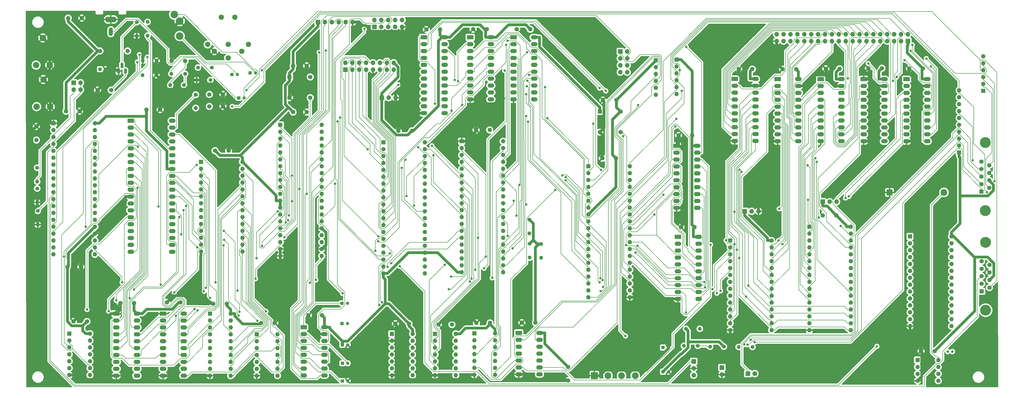
<source format=gbl>
G04 #@! TF.GenerationSoftware,KiCad,Pcbnew,(6.0.6)*
G04 #@! TF.CreationDate,2022-08-01T08:11:51-05:00*
G04 #@! TF.ProjectId,we816,77653831-362e-46b6-9963-61645f706362,rev?*
G04 #@! TF.SameCoordinates,Original*
G04 #@! TF.FileFunction,Copper,L2,Bot*
G04 #@! TF.FilePolarity,Positive*
%FSLAX46Y46*%
G04 Gerber Fmt 4.6, Leading zero omitted, Abs format (unit mm)*
G04 Created by KiCad (PCBNEW (6.0.6)) date 2022-08-01 08:11:51*
%MOMM*%
%LPD*%
G01*
G04 APERTURE LIST*
G04 Aperture macros list*
%AMRoundRect*
0 Rectangle with rounded corners*
0 $1 Rounding radius*
0 $2 $3 $4 $5 $6 $7 $8 $9 X,Y pos of 4 corners*
0 Add a 4 corners polygon primitive as box body*
4,1,4,$2,$3,$4,$5,$6,$7,$8,$9,$2,$3,0*
0 Add four circle primitives for the rounded corners*
1,1,$1+$1,$2,$3*
1,1,$1+$1,$4,$5*
1,1,$1+$1,$6,$7*
1,1,$1+$1,$8,$9*
0 Add four rect primitives between the rounded corners*
20,1,$1+$1,$2,$3,$4,$5,0*
20,1,$1+$1,$4,$5,$6,$7,0*
20,1,$1+$1,$6,$7,$8,$9,0*
20,1,$1+$1,$8,$9,$2,$3,0*%
G04 Aperture macros list end*
G04 #@! TA.AperFunction,ComponentPad*
%ADD10C,1.600000*%
G04 #@! TD*
G04 #@! TA.AperFunction,ComponentPad*
%ADD11R,1.600000X1.600000*%
G04 #@! TD*
G04 #@! TA.AperFunction,ComponentPad*
%ADD12O,1.600000X1.600000*%
G04 #@! TD*
G04 #@! TA.AperFunction,ComponentPad*
%ADD13R,2.400000X1.600000*%
G04 #@! TD*
G04 #@! TA.AperFunction,ComponentPad*
%ADD14O,2.400000X1.600000*%
G04 #@! TD*
G04 #@! TA.AperFunction,ComponentPad*
%ADD15C,4.000000*%
G04 #@! TD*
G04 #@! TA.AperFunction,ComponentPad*
%ADD16R,1.200000X1.200000*%
G04 #@! TD*
G04 #@! TA.AperFunction,ComponentPad*
%ADD17C,1.200000*%
G04 #@! TD*
G04 #@! TA.AperFunction,ComponentPad*
%ADD18R,1.800000X1.800000*%
G04 #@! TD*
G04 #@! TA.AperFunction,ComponentPad*
%ADD19C,1.800000*%
G04 #@! TD*
G04 #@! TA.AperFunction,ComponentPad*
%ADD20R,1.700000X1.700000*%
G04 #@! TD*
G04 #@! TA.AperFunction,ComponentPad*
%ADD21O,1.700000X1.700000*%
G04 #@! TD*
G04 #@! TA.AperFunction,ComponentPad*
%ADD22R,2.500000X2.500000*%
G04 #@! TD*
G04 #@! TA.AperFunction,ComponentPad*
%ADD23C,2.500000*%
G04 #@! TD*
G04 #@! TA.AperFunction,ComponentPad*
%ADD24R,1.100000X1.800000*%
G04 #@! TD*
G04 #@! TA.AperFunction,ComponentPad*
%ADD25RoundRect,0.275000X-0.275000X-0.625000X0.275000X-0.625000X0.275000X0.625000X-0.275000X0.625000X0*%
G04 #@! TD*
G04 #@! TA.AperFunction,ComponentPad*
%ADD26C,1.400000*%
G04 #@! TD*
G04 #@! TA.AperFunction,ComponentPad*
%ADD27O,1.400000X1.400000*%
G04 #@! TD*
G04 #@! TA.AperFunction,ComponentPad*
%ADD28C,2.340000*%
G04 #@! TD*
G04 #@! TA.AperFunction,ComponentPad*
%ADD29C,1.000000*%
G04 #@! TD*
G04 #@! TA.AperFunction,ComponentPad*
%ADD30C,1.500000*%
G04 #@! TD*
G04 #@! TA.AperFunction,ComponentPad*
%ADD31C,1.950000*%
G04 #@! TD*
G04 #@! TA.AperFunction,ComponentPad*
%ADD32O,4.200000X2.100000*%
G04 #@! TD*
G04 #@! TA.AperFunction,ComponentPad*
%ADD33O,1.550000X3.100000*%
G04 #@! TD*
G04 #@! TA.AperFunction,ComponentPad*
%ADD34R,2.170000X2.170000*%
G04 #@! TD*
G04 #@! TA.AperFunction,ComponentPad*
%ADD35C,2.800000*%
G04 #@! TD*
G04 #@! TA.AperFunction,ViaPad*
%ADD36C,0.889000*%
G04 #@! TD*
G04 #@! TA.AperFunction,Conductor*
%ADD37C,0.203200*%
G04 #@! TD*
G04 #@! TA.AperFunction,Conductor*
%ADD38C,1.000000*%
G04 #@! TD*
G04 APERTURE END LIST*
D10*
X245100000Y-125500000D03*
X240100000Y-125500000D03*
X184810000Y-186740000D03*
X179810000Y-186740000D03*
X102025000Y-179100000D03*
X97025000Y-179100000D03*
X274000000Y-150900000D03*
X269000000Y-150900000D03*
X295275000Y-92675000D03*
X290275000Y-92675000D03*
X227490000Y-202390000D03*
X227490000Y-207390000D03*
X169010000Y-186440000D03*
X164010000Y-186440000D03*
X198810000Y-186140000D03*
X193810000Y-186140000D03*
X215510000Y-186040000D03*
X210510000Y-186040000D03*
X198700000Y-115100000D03*
X193700000Y-115100000D03*
X97700000Y-122700000D03*
X102700000Y-122700000D03*
D11*
X92540000Y-126820000D03*
D12*
X92540000Y-129360000D03*
X92540000Y-131900000D03*
X92540000Y-134440000D03*
X92540000Y-136980000D03*
X92540000Y-139520000D03*
X92540000Y-142060000D03*
X92540000Y-144600000D03*
X92540000Y-147140000D03*
X92540000Y-149680000D03*
X92540000Y-152220000D03*
X92540000Y-154760000D03*
X92540000Y-157300000D03*
X92540000Y-159840000D03*
X107780000Y-159840000D03*
X107780000Y-157300000D03*
X107780000Y-154760000D03*
X107780000Y-152220000D03*
X107780000Y-149680000D03*
X107780000Y-147140000D03*
X107780000Y-144600000D03*
X107780000Y-142060000D03*
X107780000Y-139520000D03*
X107780000Y-136980000D03*
X107780000Y-134440000D03*
X107780000Y-131900000D03*
X107780000Y-129360000D03*
X107780000Y-126820000D03*
D13*
X66690000Y-111660000D03*
D14*
X66690000Y-114200000D03*
X66690000Y-116740000D03*
X66690000Y-119280000D03*
X66690000Y-121820000D03*
X66690000Y-124360000D03*
X66690000Y-126900000D03*
X66690000Y-129440000D03*
X66690000Y-131980000D03*
X66690000Y-134520000D03*
X66690000Y-137060000D03*
X66690000Y-139600000D03*
X66690000Y-142140000D03*
X66690000Y-144680000D03*
X66690000Y-147220000D03*
X66690000Y-149760000D03*
X66690000Y-152300000D03*
X66690000Y-154840000D03*
X66690000Y-157380000D03*
X66690000Y-159920000D03*
X81930000Y-159920000D03*
X81930000Y-157380000D03*
X81930000Y-154840000D03*
X81930000Y-152300000D03*
X81930000Y-149760000D03*
X81930000Y-147220000D03*
X81930000Y-144680000D03*
X81930000Y-142140000D03*
X81930000Y-139600000D03*
X81930000Y-137060000D03*
X81930000Y-134520000D03*
X81930000Y-131980000D03*
X81930000Y-129440000D03*
X81930000Y-126900000D03*
X81930000Y-124360000D03*
X81930000Y-121820000D03*
X81930000Y-119280000D03*
X81930000Y-116740000D03*
X81930000Y-114200000D03*
X81930000Y-111660000D03*
D11*
X121700000Y-113210000D03*
D12*
X121700000Y-115750000D03*
X121700000Y-118290000D03*
X121700000Y-120830000D03*
X121700000Y-123370000D03*
X121700000Y-125910000D03*
X121700000Y-128450000D03*
X121700000Y-130990000D03*
X121700000Y-133530000D03*
X121700000Y-136070000D03*
X121700000Y-138610000D03*
X121700000Y-141150000D03*
X121700000Y-143690000D03*
X121700000Y-146230000D03*
X121700000Y-148770000D03*
X121700000Y-151310000D03*
X121700000Y-153850000D03*
X121700000Y-156390000D03*
X121700000Y-158930000D03*
X121700000Y-161470000D03*
X136940000Y-161470000D03*
X136940000Y-158930000D03*
X136940000Y-156390000D03*
X136940000Y-153850000D03*
X136940000Y-151310000D03*
X136940000Y-148770000D03*
X136940000Y-146230000D03*
X136940000Y-143690000D03*
X136940000Y-141150000D03*
X136940000Y-138610000D03*
X136940000Y-136070000D03*
X136940000Y-133530000D03*
X136940000Y-130990000D03*
X136940000Y-128450000D03*
X136940000Y-125910000D03*
X136940000Y-123370000D03*
X136940000Y-120830000D03*
X136940000Y-118290000D03*
X136940000Y-115750000D03*
X136940000Y-113210000D03*
D15*
X381020000Y-181460000D03*
X381020000Y-156460000D03*
D11*
X379600000Y-174500000D03*
D10*
X379600000Y-171730000D03*
X379600000Y-168960000D03*
X379600000Y-166190000D03*
X379600000Y-163420000D03*
X382440000Y-173115000D03*
X382440000Y-170345000D03*
X382440000Y-167575000D03*
X382440000Y-164805000D03*
D16*
X262400000Y-204100000D03*
D17*
X264400000Y-204100000D03*
D10*
X245300000Y-104100000D03*
X240300000Y-104100000D03*
D16*
X262400000Y-195200000D03*
D17*
X264400000Y-195200000D03*
D16*
X144400000Y-178900000D03*
D17*
X146400000Y-178900000D03*
D16*
X144400000Y-186400000D03*
D17*
X146400000Y-186400000D03*
D16*
X144500000Y-201000000D03*
D17*
X146500000Y-201000000D03*
D16*
X144500000Y-194200000D03*
D17*
X146500000Y-194200000D03*
D16*
X144500000Y-207500000D03*
D17*
X146500000Y-207500000D03*
D10*
X311375000Y-92725000D03*
X306375000Y-92725000D03*
X273140000Y-117100000D03*
X268140000Y-117100000D03*
X327300000Y-92550000D03*
X322300000Y-92550000D03*
X95600000Y-106400000D03*
X100600000Y-106400000D03*
X95600000Y-102000000D03*
X100600000Y-102000000D03*
D16*
X55400000Y-92700000D03*
D17*
X57400000Y-92700000D03*
D16*
X103900000Y-94700000D03*
D17*
X105900000Y-94700000D03*
D10*
X59500000Y-100400000D03*
X54500000Y-100400000D03*
X32000000Y-113800000D03*
X32000000Y-118800000D03*
X86700000Y-89700000D03*
X81700000Y-89700000D03*
D16*
X106400000Y-103300000D03*
D17*
X108400000Y-103300000D03*
D16*
X110600000Y-94100000D03*
D17*
X112600000Y-94100000D03*
D18*
X293600000Y-204800000D03*
D19*
X296140000Y-204800000D03*
D20*
X246700000Y-86160000D03*
D21*
X249240000Y-86160000D03*
X246700000Y-88700000D03*
X249240000Y-88700000D03*
X246700000Y-91240000D03*
X249240000Y-91240000D03*
X246700000Y-93780000D03*
X249240000Y-93780000D03*
D15*
X380920000Y-119760000D03*
X380920000Y-144760000D03*
D11*
X379500000Y-137800000D03*
D10*
X379500000Y-135030000D03*
X379500000Y-132260000D03*
X379500000Y-129490000D03*
X379500000Y-126720000D03*
X382340000Y-136415000D03*
X382340000Y-133645000D03*
X382340000Y-130875000D03*
X382340000Y-128105000D03*
D20*
X145600000Y-92900000D03*
D21*
X145600000Y-90360000D03*
X148140000Y-92900000D03*
X148140000Y-90360000D03*
X150680000Y-92900000D03*
X150680000Y-90360000D03*
X153220000Y-92900000D03*
X153220000Y-90360000D03*
X155760000Y-92900000D03*
X155760000Y-90360000D03*
X158300000Y-92900000D03*
X158300000Y-90360000D03*
X160840000Y-92900000D03*
X160840000Y-90360000D03*
X163380000Y-92900000D03*
X163380000Y-90360000D03*
D20*
X273700000Y-200300000D03*
D21*
X273700000Y-202840000D03*
X273700000Y-205380000D03*
D10*
X55400000Y-86000000D03*
D12*
X65560000Y-86000000D03*
D22*
X237190000Y-205560000D03*
D23*
X242190000Y-205560000D03*
X247190000Y-205560000D03*
X252190000Y-205560000D03*
D20*
X284100000Y-202600000D03*
D21*
X284100000Y-205140000D03*
D11*
X239190000Y-108290000D03*
D10*
X239190000Y-115910000D03*
X246810000Y-115910000D03*
X246810000Y-108290000D03*
D24*
X62200000Y-93400000D03*
D25*
X63470000Y-91330000D03*
X64740000Y-93400000D03*
D26*
X275200000Y-194600000D03*
D27*
X270120000Y-194600000D03*
D26*
X284800000Y-194900000D03*
D27*
X279720000Y-194900000D03*
D26*
X295300000Y-195000000D03*
D27*
X290220000Y-195000000D03*
D26*
X213400000Y-157000000D03*
D27*
X213400000Y-162080000D03*
D26*
X72900000Y-75300000D03*
D27*
X72900000Y-80380000D03*
D26*
X68900000Y-75400000D03*
D27*
X68900000Y-80480000D03*
D26*
X76200000Y-89600000D03*
D27*
X71120000Y-89600000D03*
D26*
X76100000Y-94900000D03*
D27*
X71020000Y-94900000D03*
D26*
X32500000Y-144900000D03*
D27*
X32500000Y-149980000D03*
D26*
X32315000Y-136635000D03*
D27*
X32315000Y-141715000D03*
D26*
X96000000Y-96700000D03*
D27*
X90920000Y-96700000D03*
D26*
X96500000Y-92100000D03*
D27*
X91420000Y-92100000D03*
D26*
X86700000Y-94400000D03*
D27*
X81620000Y-94400000D03*
D26*
X86300000Y-98600000D03*
D27*
X81220000Y-98600000D03*
D26*
X217600000Y-157100000D03*
D27*
X217600000Y-162180000D03*
D26*
X213300000Y-148100000D03*
D27*
X213300000Y-153180000D03*
D11*
X267400000Y-89200000D03*
D12*
X267400000Y-91740000D03*
X267400000Y-94280000D03*
X267400000Y-96820000D03*
X267400000Y-99360000D03*
X267400000Y-101900000D03*
D11*
X380200000Y-100700000D03*
D12*
X380200000Y-98160000D03*
X380200000Y-95620000D03*
X380200000Y-93080000D03*
X380200000Y-90540000D03*
X380200000Y-88000000D03*
D11*
X371300000Y-123400000D03*
D12*
X371300000Y-120860000D03*
X371300000Y-118320000D03*
X371300000Y-115780000D03*
X371300000Y-113240000D03*
X371300000Y-110700000D03*
X371300000Y-108160000D03*
X371300000Y-105620000D03*
X371300000Y-103080000D03*
X371300000Y-100540000D03*
D28*
X36900000Y-91200000D03*
X34400000Y-81200000D03*
X31900000Y-91200000D03*
X37100000Y-106500000D03*
X34600000Y-96500000D03*
X32100000Y-106500000D03*
D11*
X193040000Y-190000000D03*
D12*
X193040000Y-192540000D03*
X193040000Y-195080000D03*
X193040000Y-197620000D03*
X193040000Y-200160000D03*
X193040000Y-202700000D03*
X193040000Y-205240000D03*
X200660000Y-205240000D03*
X200660000Y-202700000D03*
X200660000Y-200160000D03*
X200660000Y-197620000D03*
X200660000Y-195080000D03*
X200660000Y-192540000D03*
X200660000Y-190000000D03*
D11*
X235000000Y-128450000D03*
D12*
X235000000Y-130990000D03*
X235000000Y-133530000D03*
X235000000Y-136070000D03*
X235000000Y-138610000D03*
X235000000Y-141150000D03*
X235000000Y-143690000D03*
X235000000Y-146230000D03*
X235000000Y-148770000D03*
X235000000Y-151310000D03*
X235000000Y-153850000D03*
X235000000Y-156390000D03*
X235000000Y-158930000D03*
X235000000Y-161470000D03*
X235000000Y-164010000D03*
X235000000Y-166550000D03*
X235000000Y-169090000D03*
X235000000Y-171630000D03*
X235000000Y-174170000D03*
X235000000Y-176710000D03*
X250240000Y-176710000D03*
X250240000Y-174170000D03*
X250240000Y-171630000D03*
X250240000Y-169090000D03*
X250240000Y-166550000D03*
X250240000Y-164010000D03*
X250240000Y-161470000D03*
X250240000Y-158930000D03*
X250240000Y-156390000D03*
X250240000Y-153850000D03*
X250240000Y-151310000D03*
X250240000Y-148770000D03*
X250240000Y-146230000D03*
X250240000Y-143690000D03*
X250240000Y-141150000D03*
X250240000Y-138610000D03*
X250240000Y-136070000D03*
X250240000Y-133530000D03*
X250240000Y-130990000D03*
X250240000Y-128450000D03*
D13*
X209370000Y-189800000D03*
D14*
X209370000Y-192340000D03*
X209370000Y-194880000D03*
X209370000Y-197420000D03*
X209370000Y-199960000D03*
X209370000Y-202500000D03*
X209370000Y-205040000D03*
X216990000Y-205040000D03*
X216990000Y-202500000D03*
X216990000Y-199960000D03*
X216990000Y-197420000D03*
X216990000Y-194880000D03*
X216990000Y-192340000D03*
X216990000Y-189800000D03*
D13*
X267410000Y-120950000D03*
D14*
X267410000Y-123490000D03*
X267410000Y-126030000D03*
X267410000Y-128570000D03*
X267410000Y-131110000D03*
X267410000Y-133650000D03*
X267410000Y-136190000D03*
X267410000Y-138730000D03*
X267410000Y-141270000D03*
X267410000Y-143810000D03*
X275030000Y-143810000D03*
X275030000Y-141270000D03*
X275030000Y-138730000D03*
X275030000Y-136190000D03*
X275030000Y-133650000D03*
X275030000Y-131110000D03*
X275030000Y-128570000D03*
X275030000Y-126030000D03*
X275030000Y-123490000D03*
X275030000Y-120950000D03*
D13*
X267890000Y-154420000D03*
D14*
X267890000Y-156960000D03*
X267890000Y-159500000D03*
X267890000Y-162040000D03*
X267890000Y-164580000D03*
X267890000Y-167120000D03*
X267890000Y-169660000D03*
X267890000Y-172200000D03*
X267890000Y-174740000D03*
X267890000Y-177280000D03*
X275510000Y-177280000D03*
X275510000Y-174740000D03*
X275510000Y-172200000D03*
X275510000Y-169660000D03*
X275510000Y-167120000D03*
X275510000Y-164580000D03*
X275510000Y-162040000D03*
X275510000Y-159500000D03*
X275510000Y-156960000D03*
X275510000Y-154420000D03*
D13*
X130290000Y-187680000D03*
D14*
X130290000Y-190220000D03*
X130290000Y-192760000D03*
X130290000Y-195300000D03*
X130290000Y-197840000D03*
X130290000Y-200380000D03*
X130290000Y-202920000D03*
X130290000Y-205460000D03*
X137910000Y-205460000D03*
X137910000Y-202920000D03*
X137910000Y-200380000D03*
X137910000Y-197840000D03*
X137910000Y-195300000D03*
X137910000Y-192760000D03*
X137910000Y-190220000D03*
X137910000Y-187680000D03*
D13*
X351975000Y-96400000D03*
D14*
X351975000Y-98940000D03*
X351975000Y-101480000D03*
X351975000Y-104020000D03*
X351975000Y-106560000D03*
X351975000Y-109100000D03*
X351975000Y-111640000D03*
X351975000Y-114180000D03*
X351975000Y-116720000D03*
X351975000Y-119260000D03*
X359595000Y-119260000D03*
X359595000Y-116720000D03*
X359595000Y-114180000D03*
X359595000Y-111640000D03*
X359595000Y-109100000D03*
X359595000Y-106560000D03*
X359595000Y-104020000D03*
X359595000Y-101480000D03*
X359595000Y-98940000D03*
X359595000Y-96400000D03*
D13*
X336181000Y-96400000D03*
D14*
X336181000Y-98940000D03*
X336181000Y-101480000D03*
X336181000Y-104020000D03*
X336181000Y-106560000D03*
X336181000Y-109100000D03*
X336181000Y-111640000D03*
X336181000Y-114180000D03*
X336181000Y-116720000D03*
X336181000Y-119260000D03*
X343801000Y-119260000D03*
X343801000Y-116720000D03*
X343801000Y-114180000D03*
X343801000Y-111640000D03*
X343801000Y-109100000D03*
X343801000Y-106560000D03*
X343801000Y-104020000D03*
X343801000Y-101480000D03*
X343801000Y-98940000D03*
X343801000Y-96400000D03*
D13*
X320388000Y-96400000D03*
D14*
X320388000Y-98940000D03*
X320388000Y-101480000D03*
X320388000Y-104020000D03*
X320388000Y-106560000D03*
X320388000Y-109100000D03*
X320388000Y-111640000D03*
X320388000Y-114180000D03*
X320388000Y-116720000D03*
X320388000Y-119260000D03*
X328008000Y-119260000D03*
X328008000Y-116720000D03*
X328008000Y-114180000D03*
X328008000Y-111640000D03*
X328008000Y-109100000D03*
X328008000Y-106560000D03*
X328008000Y-104020000D03*
X328008000Y-101480000D03*
X328008000Y-98940000D03*
X328008000Y-96400000D03*
D13*
X304594000Y-96400000D03*
D14*
X304594000Y-98940000D03*
X304594000Y-101480000D03*
X304594000Y-104020000D03*
X304594000Y-106560000D03*
X304594000Y-109100000D03*
X304594000Y-111640000D03*
X304594000Y-114180000D03*
X304594000Y-116720000D03*
X304594000Y-119260000D03*
X312214000Y-119260000D03*
X312214000Y-116720000D03*
X312214000Y-114180000D03*
X312214000Y-111640000D03*
X312214000Y-109100000D03*
X312214000Y-106560000D03*
X312214000Y-104020000D03*
X312214000Y-101480000D03*
X312214000Y-98940000D03*
X312214000Y-96400000D03*
D11*
X38310000Y-112630000D03*
D12*
X38310000Y-115170000D03*
X38310000Y-117710000D03*
X38310000Y-120250000D03*
X38310000Y-122790000D03*
X38310000Y-125330000D03*
X38310000Y-127870000D03*
X38310000Y-130410000D03*
X38310000Y-132950000D03*
X38310000Y-135490000D03*
X38310000Y-138030000D03*
X38310000Y-140570000D03*
X38310000Y-143110000D03*
X38310000Y-145650000D03*
X38310000Y-148190000D03*
X38310000Y-150730000D03*
X38310000Y-153270000D03*
X38310000Y-155810000D03*
X38310000Y-158350000D03*
X38310000Y-160890000D03*
X53550000Y-160890000D03*
X53550000Y-158350000D03*
X53550000Y-155810000D03*
X53550000Y-153270000D03*
X53550000Y-150730000D03*
X53550000Y-148190000D03*
X53550000Y-145650000D03*
X53550000Y-143110000D03*
X53550000Y-140570000D03*
X53550000Y-138030000D03*
X53550000Y-135490000D03*
X53550000Y-132950000D03*
X53550000Y-130410000D03*
X53550000Y-127870000D03*
X53550000Y-125330000D03*
X53550000Y-122790000D03*
X53550000Y-120250000D03*
X53550000Y-117710000D03*
X53550000Y-115170000D03*
X53550000Y-112630000D03*
D29*
X367100000Y-196700000D03*
X368800000Y-196700000D03*
D30*
X90600000Y-107000000D03*
X90600000Y-102100000D03*
D10*
X137000000Y-183325000D03*
X132000000Y-183325000D03*
X72500000Y-107600000D03*
X77500000Y-107600000D03*
X126400000Y-91500000D03*
X131400000Y-91500000D03*
X43700000Y-73900000D03*
X48700000Y-73900000D03*
X85000000Y-178600000D03*
X80000000Y-178600000D03*
X42900000Y-108200000D03*
X47900000Y-108200000D03*
X126400000Y-108500000D03*
X131400000Y-108500000D03*
D20*
X321175000Y-141525000D03*
D21*
X323715000Y-141525000D03*
X326255000Y-141525000D03*
D20*
X292475000Y-145025000D03*
D21*
X295015000Y-145025000D03*
X297555000Y-145025000D03*
D10*
X326175000Y-146525000D03*
X321175000Y-146525000D03*
D11*
X287115000Y-155795000D03*
D12*
X287115000Y-158335000D03*
X287115000Y-160875000D03*
X287115000Y-163415000D03*
X287115000Y-165955000D03*
X287115000Y-168495000D03*
X287115000Y-171035000D03*
X287115000Y-173575000D03*
X287115000Y-176115000D03*
X287115000Y-178655000D03*
X287115000Y-181195000D03*
X287115000Y-183735000D03*
X287115000Y-186275000D03*
X287115000Y-188815000D03*
X302355000Y-188815000D03*
X302355000Y-186275000D03*
X302355000Y-183735000D03*
X302355000Y-181195000D03*
X302355000Y-178655000D03*
X302355000Y-176115000D03*
X302355000Y-173575000D03*
X302355000Y-171035000D03*
X302355000Y-168495000D03*
X302355000Y-165955000D03*
X302355000Y-163415000D03*
X302355000Y-160875000D03*
X302355000Y-158335000D03*
X302355000Y-155795000D03*
D11*
X316225000Y-150745000D03*
D12*
X316225000Y-153285000D03*
X316225000Y-155825000D03*
X316225000Y-158365000D03*
X316225000Y-160905000D03*
X316225000Y-163445000D03*
X316225000Y-165985000D03*
X316225000Y-168525000D03*
X316225000Y-171065000D03*
X316225000Y-173605000D03*
X316225000Y-176145000D03*
X316225000Y-178685000D03*
X316225000Y-181225000D03*
X316225000Y-183765000D03*
X316225000Y-186305000D03*
X316225000Y-188845000D03*
X331465000Y-188845000D03*
X331465000Y-186305000D03*
X331465000Y-183765000D03*
X331465000Y-181225000D03*
X331465000Y-178685000D03*
X331465000Y-176145000D03*
X331465000Y-173605000D03*
X331465000Y-171065000D03*
X331465000Y-168525000D03*
X331465000Y-165985000D03*
X331465000Y-163445000D03*
X331465000Y-160905000D03*
X331465000Y-158365000D03*
X331465000Y-155825000D03*
X331465000Y-153285000D03*
X331465000Y-150745000D03*
D10*
X180400000Y-78100000D03*
X175400000Y-78100000D03*
X213600000Y-78000000D03*
X208600000Y-78000000D03*
X197600000Y-78000000D03*
X192600000Y-78000000D03*
D13*
X207400000Y-80960000D03*
D14*
X207400000Y-83500000D03*
X207400000Y-86040000D03*
X207400000Y-88580000D03*
X207400000Y-91120000D03*
X207400000Y-93660000D03*
X207400000Y-96200000D03*
X207400000Y-98740000D03*
X207400000Y-101280000D03*
X207400000Y-103820000D03*
X215020000Y-103820000D03*
X215020000Y-101280000D03*
X215020000Y-98740000D03*
X215020000Y-96200000D03*
X215020000Y-93660000D03*
X215020000Y-91120000D03*
X215020000Y-88580000D03*
X215020000Y-86040000D03*
X215020000Y-83500000D03*
X215020000Y-80960000D03*
D13*
X174500000Y-80960000D03*
D14*
X174500000Y-83500000D03*
X174500000Y-86040000D03*
X174500000Y-88580000D03*
X174500000Y-91120000D03*
X174500000Y-93660000D03*
X174500000Y-96200000D03*
X174500000Y-98740000D03*
X174500000Y-101280000D03*
X174500000Y-103820000D03*
X174500000Y-106360000D03*
X174500000Y-108900000D03*
X182120000Y-108900000D03*
X182120000Y-106360000D03*
X182120000Y-103820000D03*
X182120000Y-101280000D03*
X182120000Y-98740000D03*
X182120000Y-96200000D03*
X182120000Y-93660000D03*
X182120000Y-91120000D03*
X182120000Y-88580000D03*
X182120000Y-86040000D03*
X182120000Y-83500000D03*
X182120000Y-80960000D03*
D13*
X191500000Y-80960000D03*
D14*
X191500000Y-83500000D03*
X191500000Y-86040000D03*
X191500000Y-88580000D03*
X191500000Y-91120000D03*
X191500000Y-93660000D03*
X191500000Y-96200000D03*
X191500000Y-98740000D03*
X191500000Y-101280000D03*
X191500000Y-103820000D03*
X199120000Y-103820000D03*
X199120000Y-101280000D03*
X199120000Y-98740000D03*
X199120000Y-96200000D03*
X199120000Y-93660000D03*
X199120000Y-91120000D03*
X199120000Y-88580000D03*
X199120000Y-86040000D03*
X199120000Y-83500000D03*
X199120000Y-80960000D03*
D10*
X170100000Y-115400000D03*
X165100000Y-115400000D03*
D11*
X159610000Y-119630000D03*
D12*
X159610000Y-122170000D03*
X159610000Y-124710000D03*
X159610000Y-127250000D03*
X159610000Y-129790000D03*
X159610000Y-132330000D03*
X159610000Y-134870000D03*
X159610000Y-137410000D03*
X159610000Y-139950000D03*
X159610000Y-142490000D03*
X159610000Y-145030000D03*
X159610000Y-147570000D03*
X159610000Y-150110000D03*
X159610000Y-152650000D03*
X159610000Y-155190000D03*
X159610000Y-157730000D03*
X159610000Y-160270000D03*
X159610000Y-162810000D03*
X159610000Y-165350000D03*
X159610000Y-167890000D03*
X174850000Y-167890000D03*
X174850000Y-165350000D03*
X174850000Y-162810000D03*
X174850000Y-160270000D03*
X174850000Y-157730000D03*
X174850000Y-155190000D03*
X174850000Y-152650000D03*
X174850000Y-150110000D03*
X174850000Y-147570000D03*
X174850000Y-145030000D03*
X174850000Y-142490000D03*
X174850000Y-139950000D03*
X174850000Y-137410000D03*
X174850000Y-134870000D03*
X174850000Y-132330000D03*
X174850000Y-129790000D03*
X174850000Y-127250000D03*
X174850000Y-124710000D03*
X174850000Y-122170000D03*
X174850000Y-119630000D03*
D11*
X188380000Y-119240000D03*
D12*
X188380000Y-121780000D03*
X188380000Y-124320000D03*
X188380000Y-126860000D03*
X188380000Y-129400000D03*
X188380000Y-131940000D03*
X188380000Y-134480000D03*
X188380000Y-137020000D03*
X188380000Y-139560000D03*
X188380000Y-142100000D03*
X188380000Y-144640000D03*
X188380000Y-147180000D03*
X188380000Y-149720000D03*
X188380000Y-152260000D03*
X188380000Y-154800000D03*
X188380000Y-157340000D03*
X188380000Y-159880000D03*
X188380000Y-162420000D03*
X188380000Y-164960000D03*
X188380000Y-167500000D03*
X203620000Y-167500000D03*
X203620000Y-164960000D03*
X203620000Y-162420000D03*
X203620000Y-159880000D03*
X203620000Y-157340000D03*
X203620000Y-154800000D03*
X203620000Y-152260000D03*
X203620000Y-149720000D03*
X203620000Y-147180000D03*
X203620000Y-144640000D03*
X203620000Y-142100000D03*
X203620000Y-139560000D03*
X203620000Y-137020000D03*
X203620000Y-134480000D03*
X203620000Y-131940000D03*
X203620000Y-129400000D03*
X203620000Y-126860000D03*
X203620000Y-124320000D03*
X203620000Y-121780000D03*
X203620000Y-119240000D03*
D11*
X95826700Y-182730000D03*
D12*
X95826700Y-185270000D03*
X95826700Y-187810000D03*
X95826700Y-190350000D03*
X95826700Y-192890000D03*
X95826700Y-195430000D03*
X95826700Y-197970000D03*
X95826700Y-200510000D03*
X95826700Y-203050000D03*
X95826700Y-205590000D03*
X103446700Y-205590000D03*
X103446700Y-203050000D03*
X103446700Y-200510000D03*
X103446700Y-197970000D03*
X103446700Y-195430000D03*
X103446700Y-192890000D03*
X103446700Y-190350000D03*
X103446700Y-187810000D03*
X103446700Y-185270000D03*
X103446700Y-182730000D03*
D13*
X78595000Y-182730000D03*
D14*
X78595000Y-185270000D03*
X78595000Y-187810000D03*
X78595000Y-190350000D03*
X78595000Y-192890000D03*
X78595000Y-195430000D03*
X78595000Y-197970000D03*
X78595000Y-200510000D03*
X78595000Y-203050000D03*
X78595000Y-205590000D03*
X86215000Y-205590000D03*
X86215000Y-203050000D03*
X86215000Y-200510000D03*
X86215000Y-197970000D03*
X86215000Y-195430000D03*
X86215000Y-192890000D03*
X86215000Y-190350000D03*
X86215000Y-187810000D03*
X86215000Y-185270000D03*
X86215000Y-182730000D03*
D13*
X61363300Y-182730000D03*
D14*
X61363300Y-185270000D03*
X61363300Y-187810000D03*
X61363300Y-190350000D03*
X61363300Y-192890000D03*
X61363300Y-195430000D03*
X61363300Y-197970000D03*
X61363300Y-200510000D03*
X61363300Y-203050000D03*
X61363300Y-205590000D03*
X68983300Y-205590000D03*
X68983300Y-203050000D03*
X68983300Y-200510000D03*
X68983300Y-197970000D03*
X68983300Y-195430000D03*
X68983300Y-192890000D03*
X68983300Y-190350000D03*
X68983300Y-187810000D03*
X68983300Y-185270000D03*
X68983300Y-182730000D03*
D10*
X114675000Y-186200000D03*
X119675000Y-186200000D03*
D11*
X356000000Y-199800000D03*
D12*
X356000000Y-202340000D03*
X356000000Y-204880000D03*
X356000000Y-207420000D03*
X363620000Y-207420000D03*
X363620000Y-204880000D03*
X363620000Y-202340000D03*
X363620000Y-199800000D03*
D10*
X362300000Y-196500000D03*
X357300000Y-196500000D03*
X342925000Y-92350000D03*
X337925000Y-92350000D03*
X358000000Y-92475000D03*
X353000000Y-92475000D03*
D11*
X259800000Y-89400000D03*
D12*
X259800000Y-91940000D03*
X259800000Y-94480000D03*
X259800000Y-97020000D03*
X259800000Y-99560000D03*
X259800000Y-102100000D03*
D31*
X95000000Y-83600000D03*
X97500000Y-86100000D03*
X102500000Y-83600000D03*
X107500000Y-86100000D03*
X110000000Y-83600000D03*
X102500000Y-88600000D03*
X105000000Y-73600000D03*
X100000000Y-73600000D03*
D20*
X45700000Y-97700000D03*
D21*
X48240000Y-97700000D03*
X45700000Y-100240000D03*
X48240000Y-100240000D03*
D26*
X32300000Y-129000000D03*
D27*
X32300000Y-134080000D03*
D32*
X59400000Y-74400000D03*
D33*
X59400000Y-78900000D03*
D23*
X365725000Y-138075000D03*
D34*
X345725000Y-138075000D03*
D20*
X158990000Y-103190000D03*
D21*
X161530000Y-103190000D03*
X164070000Y-103190000D03*
D11*
X113058000Y-190320000D03*
D12*
X113058000Y-192860000D03*
X113058000Y-195400000D03*
X113058000Y-197940000D03*
X113058000Y-200480000D03*
X113058000Y-203020000D03*
X113058000Y-205560000D03*
X120678000Y-205560000D03*
X120678000Y-203020000D03*
X120678000Y-200480000D03*
X120678000Y-197940000D03*
X120678000Y-195400000D03*
X120678000Y-192860000D03*
X120678000Y-190320000D03*
D11*
X162720000Y-190190000D03*
D12*
X162720000Y-192730000D03*
X162720000Y-195270000D03*
X162720000Y-197810000D03*
X162720000Y-200350000D03*
X162720000Y-202890000D03*
X162720000Y-205430000D03*
X170340000Y-205430000D03*
X170340000Y-202890000D03*
X170340000Y-200350000D03*
X170340000Y-197810000D03*
X170340000Y-195270000D03*
X170340000Y-192730000D03*
X170340000Y-190190000D03*
D11*
X178600000Y-190160000D03*
D12*
X178600000Y-192700000D03*
X178600000Y-195240000D03*
X178600000Y-197780000D03*
X178600000Y-200320000D03*
X178600000Y-202860000D03*
X178600000Y-205400000D03*
X186220000Y-205400000D03*
X186220000Y-202860000D03*
X186220000Y-200320000D03*
X186220000Y-197780000D03*
X186220000Y-195240000D03*
X186220000Y-192700000D03*
X186220000Y-190160000D03*
D35*
X84700000Y-80500000D03*
X82700000Y-72600000D03*
X84700000Y-75000000D03*
D26*
X270870000Y-188300000D03*
D27*
X275950000Y-188300000D03*
D11*
X353240000Y-154310000D03*
D12*
X353240000Y-156850000D03*
X353240000Y-159390000D03*
X353240000Y-161930000D03*
X353240000Y-164470000D03*
X353240000Y-167010000D03*
X353240000Y-169550000D03*
X353240000Y-172090000D03*
X353240000Y-174630000D03*
X353240000Y-177170000D03*
X353240000Y-179710000D03*
X353240000Y-182250000D03*
X353240000Y-184790000D03*
X353240000Y-187330000D03*
X368480000Y-187330000D03*
X368480000Y-184790000D03*
X368480000Y-182250000D03*
X368480000Y-179710000D03*
X368480000Y-177170000D03*
X368480000Y-174630000D03*
X368480000Y-172090000D03*
X368480000Y-169550000D03*
X368480000Y-167010000D03*
X368480000Y-164470000D03*
X368480000Y-161930000D03*
X368480000Y-159390000D03*
X368480000Y-156850000D03*
X368480000Y-154310000D03*
D20*
X352450000Y-82350000D03*
D21*
X352450000Y-79810000D03*
X349910000Y-82350000D03*
X349910000Y-79810000D03*
X347370000Y-82350000D03*
X347370000Y-79810000D03*
X344830000Y-82350000D03*
X344830000Y-79810000D03*
X342290000Y-82350000D03*
X342290000Y-79810000D03*
X339750000Y-82350000D03*
X339750000Y-79810000D03*
X337210000Y-82350000D03*
X337210000Y-79810000D03*
X334670000Y-82350000D03*
X334670000Y-79810000D03*
X332130000Y-82350000D03*
X332130000Y-79810000D03*
X329590000Y-82350000D03*
X329590000Y-79810000D03*
X327050000Y-82350000D03*
X327050000Y-79810000D03*
X324510000Y-82350000D03*
X324510000Y-79810000D03*
X321970000Y-82350000D03*
X321970000Y-79810000D03*
X319430000Y-82350000D03*
X319430000Y-79810000D03*
X316890000Y-82350000D03*
X316890000Y-79810000D03*
X314350000Y-82350000D03*
X314350000Y-79810000D03*
X311810000Y-82350000D03*
X311810000Y-79810000D03*
X309270000Y-82350000D03*
X309270000Y-79810000D03*
X306730000Y-82350000D03*
X306730000Y-79810000D03*
X304190000Y-82350000D03*
X304190000Y-79810000D03*
D10*
X50625000Y-185600000D03*
X45625000Y-185600000D03*
X67875000Y-178850000D03*
X62875000Y-178850000D03*
D13*
X288800000Y-96300000D03*
D14*
X288800000Y-98840000D03*
X288800000Y-101380000D03*
X288800000Y-103920000D03*
X288800000Y-106460000D03*
X288800000Y-109000000D03*
X288800000Y-111540000D03*
X288800000Y-114080000D03*
X288800000Y-116620000D03*
X288800000Y-119160000D03*
X296420000Y-119160000D03*
X296420000Y-116620000D03*
X296420000Y-114080000D03*
X296420000Y-111540000D03*
X296420000Y-109000000D03*
X296420000Y-106460000D03*
X296420000Y-103920000D03*
X296420000Y-101380000D03*
X296420000Y-98840000D03*
X296420000Y-96300000D03*
D10*
X43400000Y-165500000D03*
X48400000Y-165500000D03*
D20*
X156325000Y-77100000D03*
D21*
X156325000Y-74560000D03*
X158865000Y-77100000D03*
X158865000Y-74560000D03*
X161405000Y-77100000D03*
X161405000Y-74560000D03*
X163945000Y-77100000D03*
X163945000Y-74560000D03*
X166485000Y-77100000D03*
X166485000Y-74560000D03*
D11*
X125090000Y-95590000D03*
D10*
X125090000Y-103210000D03*
X132710000Y-103210000D03*
X132710000Y-95590000D03*
D20*
X135600000Y-75400000D03*
D21*
X138140000Y-75400000D03*
X140680000Y-75400000D03*
X143220000Y-75400000D03*
X145760000Y-75400000D03*
X148300000Y-75400000D03*
D11*
X44100000Y-190100000D03*
D12*
X44100000Y-192640000D03*
X44100000Y-195180000D03*
X44100000Y-197720000D03*
X44100000Y-200260000D03*
X44100000Y-202800000D03*
X44100000Y-205340000D03*
X51720000Y-205340000D03*
X51720000Y-202800000D03*
X51720000Y-200260000D03*
X51720000Y-197720000D03*
X51720000Y-195180000D03*
X51720000Y-192640000D03*
X51720000Y-190100000D03*
D36*
X91286000Y-181564600D03*
X95884300Y-176934600D03*
X90215800Y-181002800D03*
X105892500Y-174269800D03*
X82736300Y-174906300D03*
X84548300Y-147140000D03*
X86112900Y-144600000D03*
X87036200Y-143042700D03*
X83336300Y-183497500D03*
X93549700Y-174547700D03*
X94361300Y-173270500D03*
X279880400Y-157313300D03*
X63536700Y-171201500D03*
X337874900Y-90584100D03*
X247743900Y-117368100D03*
X132566800Y-171355600D03*
X330411100Y-96076000D03*
X346977300Y-97032400D03*
X348300600Y-95615300D03*
X353453300Y-85939300D03*
X359237300Y-88793900D03*
X360919100Y-91728200D03*
X354058100Y-83766700D03*
X351222600Y-89375700D03*
X157728200Y-154281100D03*
X159086800Y-178551600D03*
X77703400Y-172033300D03*
X76903000Y-143241700D03*
X67885400Y-173828000D03*
X66259700Y-177006600D03*
X58596500Y-181810400D03*
X113270000Y-185367700D03*
X85308600Y-153467100D03*
X91200800Y-158295600D03*
X61363900Y-177834400D03*
X100883300Y-157607200D03*
X116392800Y-181879700D03*
X106379000Y-183355600D03*
X101042900Y-155514300D03*
X106664300Y-182053300D03*
X100917600Y-152220000D03*
X50633400Y-181199700D03*
X97902800Y-171194000D03*
X207112600Y-158681800D03*
X72788600Y-88251500D03*
X128702200Y-136813900D03*
X131446900Y-138610000D03*
X135997800Y-86562100D03*
X315531200Y-128075200D03*
X330741900Y-139555500D03*
X178597300Y-105447600D03*
X315705000Y-140784200D03*
X329513100Y-140129100D03*
X270951400Y-84522800D03*
X290479500Y-129686900D03*
X219877700Y-110772100D03*
X236743900Y-112810000D03*
X219035300Y-99304400D03*
X262546800Y-138926100D03*
X305120400Y-144119300D03*
X327780100Y-150427200D03*
X269368700Y-100666500D03*
X239651400Y-129843400D03*
X167720400Y-126098300D03*
X290419500Y-162236900D03*
X69187100Y-136436300D03*
X292915400Y-176420300D03*
X205329900Y-154086300D03*
X124882500Y-146598100D03*
X304896800Y-155825000D03*
X267002500Y-113781700D03*
X90911700Y-127976000D03*
X248851600Y-157466300D03*
X288621300Y-145220200D03*
X259272700Y-146201100D03*
X166379500Y-129060000D03*
X280608300Y-173776200D03*
X306300100Y-157150900D03*
X252336700Y-160200000D03*
X293836200Y-172357600D03*
X277909400Y-173013400D03*
X124584000Y-148346600D03*
X282230700Y-175212300D03*
X212081000Y-101966500D03*
X270859800Y-182304900D03*
X123685700Y-149204800D03*
X212371500Y-98953300D03*
X318436300Y-125462900D03*
X212520800Y-96926000D03*
X283552600Y-174316000D03*
X239113300Y-171165200D03*
X241377600Y-100716000D03*
X213122500Y-94848700D03*
X277616900Y-171125500D03*
X252959900Y-157758100D03*
X156677900Y-159582900D03*
X134768000Y-170306100D03*
X291274100Y-130510700D03*
X184688000Y-107988800D03*
X239334700Y-169643000D03*
X226602900Y-133574500D03*
X253213800Y-105930700D03*
X239105300Y-99693500D03*
X240230100Y-170364700D03*
X208514700Y-146652800D03*
X141852300Y-134882700D03*
X212768400Y-112056000D03*
X185847200Y-96735500D03*
X170876500Y-142919800D03*
X226633800Y-132411400D03*
X240382600Y-172888200D03*
X239469300Y-174438200D03*
X168066400Y-139462500D03*
X225409600Y-131870800D03*
X267331700Y-111034100D03*
X125957300Y-131932700D03*
X285594500Y-155732700D03*
X188596300Y-105852500D03*
X318923100Y-126853900D03*
X157642100Y-156026200D03*
X112594400Y-169843700D03*
X125957300Y-141320100D03*
X288735700Y-157156300D03*
X114952300Y-157806900D03*
X120719200Y-145074000D03*
X112951700Y-162283700D03*
X289562900Y-159162700D03*
X187054900Y-97127400D03*
X212071200Y-109987500D03*
X212071200Y-142487000D03*
X319688000Y-147316800D03*
X144597400Y-175292900D03*
X204690800Y-83773000D03*
X222743000Y-137157800D03*
X207550800Y-141150000D03*
X248611800Y-190955900D03*
X138441400Y-85895900D03*
X152631900Y-77829900D03*
X205210100Y-82219500D03*
X209600500Y-135278300D03*
X165623200Y-165257300D03*
X158069700Y-179574700D03*
X183608800Y-173769100D03*
X42157400Y-161758300D03*
X178007800Y-124374000D03*
X172416700Y-121397200D03*
X184538200Y-169086100D03*
X50106300Y-150684900D03*
X161121400Y-165545800D03*
X162464600Y-164185200D03*
X199612200Y-169536800D03*
X191419000Y-170919800D03*
X192070900Y-169846900D03*
X177450300Y-120943000D03*
X69367700Y-121279200D03*
X193380700Y-166584900D03*
X153836800Y-122170000D03*
X194398400Y-154765300D03*
X197251500Y-161701800D03*
X142789600Y-111900800D03*
X182226200Y-164707300D03*
X161958500Y-160503800D03*
X143663900Y-110538300D03*
X376229800Y-126263900D03*
X341071000Y-194750000D03*
X103995300Y-106446200D03*
X381537800Y-137985500D03*
X109221400Y-100386500D03*
X114872400Y-93179500D03*
X384338600Y-133967400D03*
X296062700Y-193222100D03*
X293504200Y-194165300D03*
X294648400Y-192372400D03*
X292284800Y-194094400D03*
X69914600Y-87363500D03*
X69113200Y-90074800D03*
X212451300Y-86434400D03*
X196611800Y-166005800D03*
X204197500Y-93197100D03*
X123190900Y-154604600D03*
X268556000Y-93096000D03*
X165070900Y-98463500D03*
X203852700Y-103469300D03*
D37*
X121700000Y-148770000D02*
X121700000Y-147614100D01*
X121700000Y-133530000D02*
X121700000Y-134685900D01*
X121989000Y-147614100D02*
X121700000Y-147614100D01*
X123167100Y-146436000D02*
X121989000Y-147614100D01*
X123167100Y-145887600D02*
X123167100Y-146436000D01*
X123347900Y-145706800D02*
X123167100Y-145887600D01*
X123347900Y-136064400D02*
X123347900Y-145706800D01*
X121969400Y-134685900D02*
X123347900Y-136064400D01*
X121700000Y-134685900D02*
X121969400Y-134685900D01*
X92540000Y-131900000D02*
X92540000Y-133055900D01*
X95253900Y-176304200D02*
X95884300Y-176934600D01*
X95253900Y-135480800D02*
X95253900Y-176304200D01*
X92829000Y-133055900D02*
X95253900Y-135480800D01*
X92540000Y-133055900D02*
X92829000Y-133055900D01*
X87770900Y-185079700D02*
X91286000Y-181564600D01*
X87770900Y-185270000D02*
X87770900Y-185079700D01*
X86215000Y-185270000D02*
X87770900Y-185270000D01*
X86215000Y-187810000D02*
X87770900Y-187810000D01*
X107780000Y-134440000D02*
X107780000Y-135595900D01*
X107510500Y-135595900D02*
X107780000Y-135595900D01*
X98703200Y-144403200D02*
X107510500Y-135595900D01*
X98703200Y-179710300D02*
X98703200Y-144403200D01*
X97481700Y-180931800D02*
X98703200Y-179710300D01*
X94649100Y-180931800D02*
X97481700Y-180931800D01*
X87770900Y-187810000D02*
X94649100Y-180931800D01*
X107510500Y-138135900D02*
X107780000Y-138135900D01*
X99160800Y-146485600D02*
X107510500Y-138135900D01*
X99160800Y-179901000D02*
X99160800Y-146485600D01*
X97487700Y-181574100D02*
X99160800Y-179901000D01*
X94822300Y-181574100D02*
X97487700Y-181574100D01*
X87770900Y-188625500D02*
X94822300Y-181574100D01*
X87770900Y-190350000D02*
X87770900Y-188625500D01*
X86215000Y-190350000D02*
X87770900Y-190350000D01*
X107780000Y-136980000D02*
X107780000Y-138135900D01*
X87218600Y-184000000D02*
X90215800Y-181002800D01*
X85415500Y-184000000D02*
X87218600Y-184000000D01*
X84659100Y-184756400D02*
X85415500Y-184000000D01*
X84659100Y-192890000D02*
X84659100Y-184756400D01*
X107780000Y-144600000D02*
X106624100Y-144600000D01*
X86215000Y-192890000D02*
X84659100Y-192890000D01*
X105892500Y-145331600D02*
X105892500Y-174269800D01*
X106624100Y-144600000D02*
X105892500Y-145331600D01*
X99618400Y-147681600D02*
X107780000Y-139520000D01*
X99618400Y-183126800D02*
X99618400Y-147681600D01*
X96205200Y-186540000D02*
X99618400Y-183126800D01*
X95380100Y-186540000D02*
X96205200Y-186540000D01*
X87770900Y-194149200D02*
X95380100Y-186540000D01*
X87770900Y-195430000D02*
X87770900Y-194149200D01*
X86215000Y-195430000D02*
X87770900Y-195430000D01*
X86215000Y-197970000D02*
X84659100Y-197970000D01*
X92540000Y-129360000D02*
X92540000Y-130515900D01*
X84188600Y-197499500D02*
X84659100Y-197970000D01*
X84188600Y-182687800D02*
X84188600Y-197499500D01*
X86688000Y-180188400D02*
X84188600Y-182687800D01*
X92280700Y-180188400D02*
X86688000Y-180188400D01*
X92352200Y-180259900D02*
X92280700Y-180188400D01*
X97502000Y-180259900D02*
X92352200Y-180259900D01*
X98186800Y-179575100D02*
X97502000Y-180259900D01*
X98186800Y-174458200D02*
X98186800Y-179575100D01*
X95711400Y-171982800D02*
X98186800Y-174458200D01*
X95711400Y-133436600D02*
X95711400Y-171982800D01*
X92790700Y-130515900D02*
X95711400Y-133436600D01*
X92540000Y-130515900D02*
X92790700Y-130515900D01*
X108049400Y-133055900D02*
X107780000Y-133055900D01*
X108976100Y-133982600D02*
X108049400Y-133055900D01*
X108976100Y-139975700D02*
X108976100Y-133982600D01*
X108161800Y-140790000D02*
X108976100Y-139975700D01*
X107387400Y-140790000D02*
X108161800Y-140790000D01*
X100076000Y-148101400D02*
X107387400Y-140790000D01*
X100076000Y-185195300D02*
X100076000Y-148101400D01*
X96191300Y-189080000D02*
X100076000Y-185195300D01*
X95434100Y-189080000D02*
X96191300Y-189080000D01*
X93093600Y-191420500D02*
X95434100Y-189080000D01*
X93093600Y-195187300D02*
X93093600Y-191420500D01*
X87770900Y-200510000D02*
X93093600Y-195187300D01*
X86215000Y-200510000D02*
X87770900Y-200510000D01*
X107780000Y-131900000D02*
X107780000Y-133055900D01*
X92540000Y-149680000D02*
X92540000Y-150835900D01*
X91304900Y-166337700D02*
X82736300Y-174906300D01*
X91304900Y-159360100D02*
X91304900Y-166337700D01*
X92095000Y-158570000D02*
X91304900Y-159360100D01*
X92995600Y-158570000D02*
X92095000Y-158570000D01*
X93719400Y-157846200D02*
X92995600Y-158570000D01*
X93719400Y-154285800D02*
X93719400Y-157846200D01*
X92923600Y-153490000D02*
X93719400Y-154285800D01*
X92138900Y-153490000D02*
X92923600Y-153490000D01*
X91340300Y-152691400D02*
X92138900Y-153490000D01*
X91340300Y-151766100D02*
X91340300Y-152691400D01*
X92270500Y-150835900D02*
X91340300Y-151766100D01*
X92540000Y-150835900D02*
X92270500Y-150835900D01*
X68983300Y-187810000D02*
X67427400Y-187810000D01*
X84148100Y-147540200D02*
X84548300Y-147140000D01*
X84148100Y-167367500D02*
X84148100Y-147540200D01*
X78148700Y-173366900D02*
X84148100Y-167367500D01*
X71702700Y-173366900D02*
X78148700Y-173366900D01*
X66674800Y-178394800D02*
X71702700Y-173366900D01*
X66674800Y-187057400D02*
X66674800Y-178394800D01*
X67427400Y-187810000D02*
X66674800Y-187057400D01*
X68983300Y-190350000D02*
X70539200Y-190350000D01*
X86112900Y-168411600D02*
X86112900Y-144600000D01*
X78355500Y-176169000D02*
X86112900Y-168411600D01*
X78355500Y-179262000D02*
X78355500Y-176169000D01*
X79335700Y-180242200D02*
X78355500Y-179262000D01*
X81279200Y-180242200D02*
X79335700Y-180242200D01*
X84099300Y-177422100D02*
X81279200Y-180242200D01*
X85492700Y-177422100D02*
X84099300Y-177422100D01*
X86172900Y-178102300D02*
X85492700Y-177422100D01*
X86172900Y-179094300D02*
X86172900Y-178102300D01*
X85232200Y-180035000D02*
X86172900Y-179094300D01*
X84218200Y-180035000D02*
X85232200Y-180035000D01*
X80195600Y-184057600D02*
X84218200Y-180035000D01*
X76831600Y-184057600D02*
X80195600Y-184057600D01*
X70539200Y-190350000D02*
X76831600Y-184057600D01*
X68983300Y-192890000D02*
X70539200Y-192890000D01*
X87036200Y-168135300D02*
X87036200Y-143042700D01*
X78817900Y-176353600D02*
X87036200Y-168135300D01*
X78817900Y-179055200D02*
X78817900Y-176353600D01*
X79547400Y-179784700D02*
X78817900Y-179055200D01*
X81089700Y-179784700D02*
X79547400Y-179784700D01*
X83909800Y-176964600D02*
X81089700Y-179784700D01*
X85729300Y-176964600D02*
X83909800Y-176964600D01*
X86633000Y-177868300D02*
X85729300Y-176964600D01*
X86633000Y-179317100D02*
X86633000Y-177868300D01*
X85457600Y-180492500D02*
X86633000Y-179317100D01*
X85197200Y-180492500D02*
X85457600Y-180492500D01*
X81046500Y-184643200D02*
X85197200Y-180492500D01*
X81046500Y-184903600D02*
X81046500Y-184643200D01*
X79348500Y-186601600D02*
X81046500Y-184903600D01*
X76827600Y-186601600D02*
X79348500Y-186601600D01*
X70539200Y-192890000D02*
X76827600Y-186601600D01*
X68983300Y-195430000D02*
X67427400Y-195430000D01*
X89133000Y-139520000D02*
X92540000Y-139520000D01*
X82973500Y-133360500D02*
X89133000Y-139520000D01*
X81045900Y-133360500D02*
X82973500Y-133360500D01*
X80339000Y-134067400D02*
X81045900Y-133360500D01*
X80339000Y-155353100D02*
X80339000Y-134067400D01*
X81095900Y-156110000D02*
X80339000Y-155353100D01*
X82696800Y-156110000D02*
X81095900Y-156110000D01*
X83497900Y-156911100D02*
X82696800Y-156110000D01*
X83497900Y-167370700D02*
X83497900Y-156911100D01*
X77959200Y-172909400D02*
X83497900Y-167370700D01*
X71501100Y-172909400D02*
X77959200Y-172909400D01*
X66161800Y-178248700D02*
X71501100Y-172909400D01*
X66161800Y-194164400D02*
X66161800Y-178248700D01*
X67427400Y-195430000D02*
X66161800Y-194164400D01*
X94177000Y-138617000D02*
X92540000Y-136980000D01*
X94177000Y-160261100D02*
X94177000Y-138617000D01*
X93549700Y-160888400D02*
X94177000Y-160261100D01*
X93549700Y-174547700D02*
X93549700Y-160888400D01*
X68983300Y-197970000D02*
X70539200Y-197970000D01*
X83336300Y-185129900D02*
X83336300Y-183497500D01*
X79272200Y-189194000D02*
X83336300Y-185129900D01*
X77653600Y-189194000D02*
X79272200Y-189194000D01*
X70539200Y-196308400D02*
X77653600Y-189194000D01*
X70539200Y-197970000D02*
X70539200Y-196308400D01*
X92540000Y-134440000D02*
X92540000Y-135595900D01*
X94634700Y-172997100D02*
X94361300Y-173270500D01*
X94634700Y-137421200D02*
X94634700Y-172997100D01*
X92809400Y-135595900D02*
X94634700Y-137421200D01*
X92540000Y-135595900D02*
X92809400Y-135595900D01*
X120947400Y-199324100D02*
X120678000Y-199324100D01*
X121835800Y-198435700D02*
X120947400Y-199324100D01*
X121835800Y-194884700D02*
X121835800Y-198435700D01*
X120967000Y-194015900D02*
X121835800Y-194884700D01*
X120678000Y-194015900D02*
X120967000Y-194015900D01*
X120678000Y-192860000D02*
X120678000Y-194015900D01*
X120678000Y-200480000D02*
X120678000Y-199324100D01*
X277065900Y-144290000D02*
X276585900Y-143810000D01*
X277065900Y-156960000D02*
X277065900Y-144290000D01*
X275030000Y-143810000D02*
X276585900Y-143810000D01*
X275510000Y-156960000D02*
X277065900Y-156960000D01*
X209370000Y-202500000D02*
X210925900Y-202500000D01*
X212195900Y-203770000D02*
X210925900Y-202500000D01*
X226368700Y-203770000D02*
X212195900Y-203770000D01*
X229764700Y-207166000D02*
X226368700Y-203770000D01*
X253927500Y-207166000D02*
X229764700Y-207166000D01*
X266127800Y-194965700D02*
X253927500Y-207166000D01*
X266127800Y-190136400D02*
X266127800Y-194965700D01*
X279798900Y-176465300D02*
X266127800Y-190136400D01*
X279798900Y-157394800D02*
X279798900Y-176465300D01*
X279880400Y-157313300D02*
X279798900Y-157394800D01*
X53550000Y-158350000D02*
X53550000Y-159505900D01*
X63536700Y-169223200D02*
X63536700Y-171201500D01*
X53819400Y-159505900D02*
X63536700Y-169223200D01*
X53550000Y-159505900D02*
X53819400Y-159505900D01*
X63470000Y-80830000D02*
X63470000Y-91730000D01*
X68900000Y-75400000D02*
X63470000Y-80830000D01*
X38310000Y-117710000D02*
X38310000Y-116554100D01*
X45700000Y-100240000D02*
X45700000Y-101445900D01*
X38579400Y-116554100D02*
X38310000Y-116554100D01*
X44441300Y-110692200D02*
X38579400Y-116554100D01*
X44441300Y-102704600D02*
X44441300Y-110692200D01*
X45700000Y-101445900D02*
X44441300Y-102704600D01*
X33355900Y-122664100D02*
X38310000Y-117710000D01*
X33355900Y-131968200D02*
X33355900Y-122664100D01*
X32300000Y-133024100D02*
X33355900Y-131968200D01*
X32300000Y-134080000D02*
X32300000Y-133024100D01*
X343801000Y-101480000D02*
X345356900Y-101480000D01*
X345356900Y-98419700D02*
X345356900Y-101480000D01*
X344607200Y-97670000D02*
X345356900Y-98419700D01*
X341842800Y-97670000D02*
X344607200Y-97670000D01*
X340009600Y-95836800D02*
X341842800Y-97670000D01*
X340009600Y-92718800D02*
X340009600Y-95836800D01*
X337874900Y-90584100D02*
X340009600Y-92718800D01*
X247743900Y-137705600D02*
X247743900Y-117368100D01*
X244642400Y-140807100D02*
X247743900Y-137705600D01*
X244642400Y-171754600D02*
X244642400Y-140807100D01*
X237913700Y-178483300D02*
X244642400Y-171754600D01*
X225576800Y-178483300D02*
X237913700Y-178483300D01*
X211720100Y-192340000D02*
X225576800Y-178483300D01*
X209370000Y-192340000D02*
X211720100Y-192340000D01*
X136940000Y-125910000D02*
X136940000Y-127065900D01*
X132917000Y-171005400D02*
X132566800Y-171355600D01*
X132917000Y-130819400D02*
X132917000Y-171005400D01*
X136670500Y-127065900D02*
X132917000Y-130819400D01*
X136940000Y-127065900D02*
X136670500Y-127065900D01*
X291435700Y-201379800D02*
X293600000Y-203544100D01*
X291435700Y-193792500D02*
X291435700Y-201379800D01*
X294714300Y-190513900D02*
X291435700Y-193792500D01*
X331479900Y-190513900D02*
X294714300Y-190513900D01*
X332627000Y-189366800D02*
X331479900Y-190513900D01*
X332627000Y-157892300D02*
X332627000Y-189366800D01*
X331829700Y-157095000D02*
X332627000Y-157892300D01*
X331053100Y-157095000D02*
X331829700Y-157095000D01*
X322522400Y-148564300D02*
X331053100Y-157095000D01*
X322522400Y-145694600D02*
X322522400Y-148564300D01*
X319969000Y-143141200D02*
X322522400Y-145694600D01*
X319969000Y-138410300D02*
X319969000Y-143141200D01*
X334625100Y-123754200D02*
X319969000Y-138410300D01*
X334625100Y-111640000D02*
X334625100Y-123754200D01*
X336181000Y-111640000D02*
X334625100Y-111640000D01*
X293600000Y-204800000D02*
X293600000Y-203544100D01*
X320764100Y-80184800D02*
X320764100Y-79810000D01*
X319868900Y-81080000D02*
X320764100Y-80184800D01*
X311349100Y-81080000D02*
X319868900Y-81080000D01*
X310540000Y-81889100D02*
X311349100Y-81080000D01*
X310540000Y-83034200D02*
X310540000Y-81889100D01*
X307544800Y-86029400D02*
X310540000Y-83034200D01*
X307544800Y-93250600D02*
X307544800Y-86029400D01*
X305875100Y-94920300D02*
X307544800Y-93250600D01*
X303562900Y-94920300D02*
X305875100Y-94920300D01*
X298459900Y-100023300D02*
X303562900Y-94920300D01*
X291539200Y-100023300D02*
X298459900Y-100023300D01*
X290355900Y-98840000D02*
X291539200Y-100023300D01*
X288800000Y-98840000D02*
X290355900Y-98840000D01*
X321970000Y-79810000D02*
X320764100Y-79810000D01*
X288800000Y-101380000D02*
X287244100Y-101380000D01*
X324510000Y-79810000D02*
X323304100Y-79810000D01*
X287244100Y-94033800D02*
X287244100Y-101380000D01*
X302689500Y-78588400D02*
X287244100Y-94033800D01*
X322457300Y-78588400D02*
X302689500Y-78588400D01*
X323304100Y-79435200D02*
X322457300Y-78588400D01*
X323304100Y-79810000D02*
X323304100Y-79435200D01*
X325844100Y-79435200D02*
X325844100Y-79810000D01*
X324535600Y-78126700D02*
X325844100Y-79435200D01*
X302472700Y-78126700D02*
X324535600Y-78126700D01*
X286768400Y-93831000D02*
X302472700Y-78126700D01*
X286768400Y-103444300D02*
X286768400Y-93831000D01*
X287244100Y-103920000D02*
X286768400Y-103444300D01*
X288800000Y-103920000D02*
X287244100Y-103920000D01*
X327050000Y-79810000D02*
X325844100Y-79810000D01*
X328384100Y-79435200D02*
X328384100Y-79810000D01*
X326610300Y-77661400D02*
X328384100Y-79435200D01*
X302280300Y-77661400D02*
X326610300Y-77661400D01*
X286306600Y-93635100D02*
X302280300Y-77661400D01*
X286306600Y-105522500D02*
X286306600Y-93635100D01*
X287244100Y-106460000D02*
X286306600Y-105522500D01*
X288800000Y-106460000D02*
X287244100Y-106460000D01*
X329590000Y-79810000D02*
X328384100Y-79810000D01*
X288800000Y-109000000D02*
X287244100Y-109000000D01*
X332130000Y-79810000D02*
X330924100Y-79810000D01*
X285849000Y-107604900D02*
X287244100Y-109000000D01*
X285849000Y-93445600D02*
X285849000Y-107604900D01*
X302090800Y-77203800D02*
X285849000Y-93445600D01*
X328692700Y-77203800D02*
X302090800Y-77203800D01*
X330924100Y-79435200D02*
X328692700Y-77203800D01*
X330924100Y-79810000D02*
X330924100Y-79435200D01*
X288800000Y-111540000D02*
X287244100Y-111540000D01*
X334670000Y-79810000D02*
X333464100Y-79810000D01*
X285391500Y-109687400D02*
X287244100Y-111540000D01*
X285391500Y-93256100D02*
X285391500Y-109687400D01*
X301901300Y-76746300D02*
X285391500Y-93256100D01*
X330775200Y-76746300D02*
X301901300Y-76746300D01*
X333464100Y-79435200D02*
X330775200Y-76746300D01*
X333464100Y-79810000D02*
X333464100Y-79435200D01*
X288800000Y-114080000D02*
X287244100Y-114080000D01*
X337210000Y-79810000D02*
X336004100Y-79810000D01*
X284934000Y-111769900D02*
X287244100Y-114080000D01*
X284934000Y-93066600D02*
X284934000Y-111769900D01*
X301711800Y-76288800D02*
X284934000Y-93066600D01*
X332857700Y-76288800D02*
X301711800Y-76288800D01*
X336004100Y-79435200D02*
X332857700Y-76288800D01*
X336004100Y-79810000D02*
X336004100Y-79435200D01*
X339750000Y-79810000D02*
X338544100Y-79810000D01*
X288800000Y-116620000D02*
X287244100Y-116620000D01*
X284476500Y-113852400D02*
X287244100Y-116620000D01*
X284476500Y-92877100D02*
X284476500Y-113852400D01*
X301522300Y-75831300D02*
X284476500Y-92877100D01*
X334942200Y-75831300D02*
X301522300Y-75831300D01*
X338544100Y-79433200D02*
X334942200Y-75831300D01*
X338544100Y-79810000D02*
X338544100Y-79433200D01*
X311810000Y-82350000D02*
X311810000Y-83555900D01*
X312214000Y-119260000D02*
X310658100Y-119260000D01*
X309421100Y-118023000D02*
X310658100Y-119260000D01*
X309421100Y-111149400D02*
X309421100Y-118023000D01*
X308317900Y-110046200D02*
X309421100Y-111149400D01*
X308317900Y-87048000D02*
X308317900Y-110046200D01*
X311810000Y-83555900D02*
X308317900Y-87048000D01*
X314350000Y-82350000D02*
X314350000Y-83555900D01*
X312214000Y-116720000D02*
X310658100Y-116720000D01*
X309897900Y-115959800D02*
X310658100Y-116720000D01*
X309897900Y-110979200D02*
X309897900Y-115959800D01*
X308775400Y-109856700D02*
X309897900Y-110979200D01*
X308775400Y-89130500D02*
X308775400Y-109856700D01*
X314350000Y-83555900D02*
X308775400Y-89130500D01*
X316890000Y-82350000D02*
X316890000Y-83555900D01*
X312214000Y-114180000D02*
X310658100Y-114180000D01*
X310658100Y-110445500D02*
X310658100Y-114180000D01*
X309232900Y-109020300D02*
X310658100Y-110445500D01*
X309232900Y-91213000D02*
X309232900Y-109020300D01*
X316890000Y-83555900D02*
X309232900Y-91213000D01*
X312214000Y-111352100D02*
X312214000Y-111640000D01*
X309690500Y-108828600D02*
X312214000Y-111352100D01*
X309690500Y-92089500D02*
X309690500Y-108828600D01*
X319430000Y-82350000D02*
X309690500Y-92089500D01*
X310165600Y-108607500D02*
X310658100Y-109100000D01*
X310165600Y-92293100D02*
X310165600Y-108607500D01*
X318902800Y-83555900D02*
X310165600Y-92293100D01*
X319935100Y-83555900D02*
X318902800Y-83555900D01*
X320764100Y-82726900D02*
X319935100Y-83555900D01*
X320764100Y-82350000D02*
X320764100Y-82726900D01*
X321970000Y-82350000D02*
X320764100Y-82350000D01*
X312214000Y-109100000D02*
X310658100Y-109100000D01*
X310658100Y-98412900D02*
X310658100Y-106560000D01*
X311401000Y-97670000D02*
X310658100Y-98412900D01*
X313035900Y-97670000D02*
X311401000Y-97670000D01*
X324510000Y-86195900D02*
X313035900Y-97670000D01*
X324510000Y-82350000D02*
X324510000Y-86195900D01*
X312214000Y-106560000D02*
X310658100Y-106560000D01*
X313769900Y-103458900D02*
X313769900Y-104020000D01*
X319510400Y-97718400D02*
X313769900Y-103458900D01*
X322640300Y-97718400D02*
X319510400Y-97718400D01*
X325076200Y-100154300D02*
X322640300Y-97718400D01*
X328828500Y-100154300D02*
X325076200Y-100154300D01*
X329602000Y-99380800D02*
X328828500Y-100154300D01*
X329602000Y-86107900D02*
X329602000Y-99380800D01*
X327050000Y-83555900D02*
X329602000Y-86107900D01*
X327050000Y-82350000D02*
X327050000Y-83555900D01*
X312214000Y-104020000D02*
X313769900Y-104020000D01*
X329590000Y-82350000D02*
X329590000Y-83555900D01*
X330411100Y-84377000D02*
X330411100Y-96076000D01*
X329590000Y-83555900D02*
X330411100Y-84377000D01*
X332130000Y-82350000D02*
X332130000Y-83555900D01*
X326452100Y-117704100D02*
X328008000Y-119260000D01*
X326452100Y-116240800D02*
X326452100Y-117704100D01*
X327356900Y-115336000D02*
X326452100Y-116240800D01*
X328928000Y-115336000D02*
X327356900Y-115336000D01*
X331288600Y-112975400D02*
X328928000Y-115336000D01*
X331288600Y-103463600D02*
X331288600Y-112975400D01*
X331746000Y-103006200D02*
X331288600Y-103463600D01*
X331746000Y-83939900D02*
X331746000Y-103006200D01*
X332130000Y-83555900D02*
X331746000Y-83939900D01*
X331974700Y-114309200D02*
X329563900Y-116720000D01*
X331974700Y-103502800D02*
X331974700Y-114309200D01*
X332432200Y-103045300D02*
X331974700Y-103502800D01*
X332432200Y-85793700D02*
X332432200Y-103045300D01*
X334670000Y-83555900D02*
X332432200Y-85793700D01*
X334670000Y-82350000D02*
X334670000Y-83555900D01*
X328008000Y-116720000D02*
X329563900Y-116720000D01*
X337210000Y-82350000D02*
X337210000Y-83555900D01*
X328008000Y-114180000D02*
X326452100Y-114180000D01*
X325994600Y-114637500D02*
X326452100Y-114180000D01*
X325994600Y-119281400D02*
X325994600Y-114637500D01*
X327135000Y-120421800D02*
X325994600Y-119281400D01*
X328943700Y-120421800D02*
X327135000Y-120421800D01*
X332661000Y-116704500D02*
X328943700Y-120421800D01*
X332661000Y-103692100D02*
X332661000Y-116704500D01*
X332889800Y-103463300D02*
X332661000Y-103692100D01*
X332889800Y-87876100D02*
X332889800Y-103463300D01*
X337210000Y-83555900D02*
X332889800Y-87876100D01*
X339750000Y-82350000D02*
X339750000Y-83555900D01*
X328008000Y-111640000D02*
X326452100Y-111640000D01*
X325537100Y-112555000D02*
X326452100Y-111640000D01*
X325537100Y-119550000D02*
X325537100Y-112555000D01*
X326883200Y-120896100D02*
X325537100Y-119550000D01*
X329117400Y-120896100D02*
X326883200Y-120896100D01*
X333118500Y-116895000D02*
X329117400Y-120896100D01*
X333118500Y-103881600D02*
X333118500Y-116895000D01*
X333347300Y-103652800D02*
X333118500Y-103881600D01*
X333347300Y-89958600D02*
X333347300Y-103652800D01*
X339750000Y-83555900D02*
X333347300Y-89958600D01*
X342290000Y-82350000D02*
X342290000Y-83555900D01*
X328008000Y-109100000D02*
X326452100Y-109100000D01*
X325079600Y-110472500D02*
X326452100Y-109100000D01*
X325079600Y-119739500D02*
X325079600Y-110472500D01*
X326693700Y-121353600D02*
X325079600Y-119739500D01*
X329306900Y-121353600D02*
X326693700Y-121353600D01*
X333576000Y-117084500D02*
X329306900Y-121353600D01*
X333576000Y-104071100D02*
X333576000Y-117084500D01*
X333804800Y-103842300D02*
X333576000Y-104071100D01*
X333804800Y-92041100D02*
X333804800Y-103842300D01*
X342290000Y-83555900D02*
X333804800Y-92041100D01*
X344830000Y-82350000D02*
X343624100Y-82350000D01*
X328008000Y-106560000D02*
X329563900Y-106560000D01*
X330831000Y-105292900D02*
X329563900Y-106560000D01*
X330831000Y-98418600D02*
X330831000Y-105292900D01*
X331211600Y-98038000D02*
X330831000Y-98418600D01*
X331211600Y-89211800D02*
X331211600Y-98038000D01*
X330924000Y-88924200D02*
X331211600Y-89211800D01*
X330924000Y-81832900D02*
X330924000Y-88924200D01*
X331676900Y-81080000D02*
X330924000Y-81832900D01*
X342730900Y-81080000D02*
X331676900Y-81080000D01*
X343624100Y-81973200D02*
X342730900Y-81080000D01*
X343624100Y-82350000D02*
X343624100Y-81973200D01*
X346977300Y-83948600D02*
X346977300Y-97032400D01*
X347370000Y-83555900D02*
X346977300Y-83948600D01*
X347370000Y-82350000D02*
X347370000Y-83555900D01*
X349910000Y-94005900D02*
X348300600Y-95615300D01*
X349910000Y-82350000D02*
X349910000Y-94005900D01*
X349910000Y-79810000D02*
X349910000Y-81015900D01*
X343801000Y-111640000D02*
X345356900Y-111640000D01*
X347819000Y-109177900D02*
X345356900Y-111640000D01*
X347819000Y-96265600D02*
X347819000Y-109177900D01*
X347500200Y-95946800D02*
X347819000Y-96265600D01*
X347500200Y-94716600D02*
X347500200Y-95946800D01*
X348704100Y-93512700D02*
X347500200Y-94716600D01*
X348704100Y-81844900D02*
X348704100Y-93512700D01*
X349533100Y-81015900D02*
X348704100Y-81844900D01*
X349910000Y-81015900D02*
X349533100Y-81015900D01*
X359595000Y-119260000D02*
X358039100Y-119260000D01*
X358039100Y-108555100D02*
X358039100Y-119260000D01*
X358764200Y-107830000D02*
X358039100Y-108555100D01*
X360359800Y-107830000D02*
X358764200Y-107830000D01*
X361608400Y-106581400D02*
X360359800Y-107830000D01*
X361608400Y-94358500D02*
X361608400Y-106581400D01*
X353453300Y-86203400D02*
X361608400Y-94358500D01*
X353453300Y-85939300D02*
X353453300Y-86203400D01*
X362985100Y-114885800D02*
X361150900Y-116720000D01*
X362985100Y-92541700D02*
X362985100Y-114885800D01*
X359237300Y-88793900D02*
X362985100Y-92541700D01*
X359595000Y-116720000D02*
X361150900Y-116720000D01*
X359595000Y-114180000D02*
X361150900Y-114180000D01*
X362523400Y-112807500D02*
X361150900Y-114180000D01*
X362523400Y-93332500D02*
X362523400Y-112807500D01*
X360919100Y-91728200D02*
X362523400Y-93332500D01*
X359595000Y-109100000D02*
X361150900Y-109100000D01*
X362065900Y-108185000D02*
X361150900Y-109100000D01*
X362065900Y-94169000D02*
X362065900Y-108185000D01*
X354253700Y-86356800D02*
X362065900Y-94169000D01*
X354253700Y-83962300D02*
X354253700Y-86356800D01*
X354058100Y-83766700D02*
X354253700Y-83962300D01*
X359595000Y-104020000D02*
X361150900Y-104020000D01*
X351536300Y-89375700D02*
X351222600Y-89375700D01*
X356702100Y-94541500D02*
X351536300Y-89375700D01*
X356702100Y-96679400D02*
X356702100Y-94541500D01*
X357694400Y-97671700D02*
X356702100Y-96679400D01*
X360394800Y-97671700D02*
X357694400Y-97671700D01*
X361150900Y-98427800D02*
X360394800Y-97671700D01*
X361150900Y-104020000D02*
X361150900Y-98427800D01*
X159610000Y-127250000D02*
X159610000Y-126094100D01*
X159321000Y-126094100D02*
X159610000Y-126094100D01*
X156219700Y-122992800D02*
X159321000Y-126094100D01*
X156219700Y-120491500D02*
X156219700Y-122992800D01*
X148140000Y-112411800D02*
X156219700Y-120491500D01*
X148140000Y-92900000D02*
X148140000Y-112411800D01*
X159610000Y-129790000D02*
X159610000Y-128634100D01*
X148140000Y-90360000D02*
X148140000Y-91565900D01*
X147765200Y-91565900D02*
X148140000Y-91565900D01*
X146920400Y-92410700D02*
X147765200Y-91565900D01*
X146920400Y-112519000D02*
X146920400Y-92410700D01*
X154655400Y-120254000D02*
X146920400Y-112519000D01*
X154655400Y-123968500D02*
X154655400Y-120254000D01*
X159321000Y-128634100D02*
X154655400Y-123968500D01*
X159610000Y-128634100D02*
X159321000Y-128634100D01*
X150680000Y-110383400D02*
X150680000Y-92900000D01*
X158454000Y-118157400D02*
X150680000Y-110383400D01*
X158454000Y-122656800D02*
X158454000Y-118157400D01*
X159237200Y-123440000D02*
X158454000Y-122656800D01*
X159987400Y-123440000D02*
X159237200Y-123440000D01*
X160766000Y-124218600D02*
X159987400Y-123440000D01*
X160766000Y-130307100D02*
X160766000Y-124218600D01*
X159899000Y-131174100D02*
X160766000Y-130307100D01*
X159610000Y-131174100D02*
X159899000Y-131174100D01*
X159610000Y-132330000D02*
X159610000Y-131174100D01*
X159610000Y-134870000D02*
X159610000Y-133714100D01*
X150680000Y-90360000D02*
X150680000Y-91565900D01*
X159899000Y-133714100D02*
X159610000Y-133714100D01*
X161271600Y-132341500D02*
X159899000Y-133714100D01*
X161271600Y-119175600D02*
X161271600Y-132341500D01*
X151950000Y-109854000D02*
X161271600Y-119175600D01*
X151950000Y-92461100D02*
X151950000Y-109854000D01*
X151054800Y-91565900D02*
X151950000Y-92461100D01*
X150680000Y-91565900D02*
X151054800Y-91565900D01*
X153220000Y-110476900D02*
X153220000Y-92900000D01*
X161744400Y-119001300D02*
X153220000Y-110476900D01*
X161744400Y-134408700D02*
X161744400Y-119001300D01*
X159899000Y-136254100D02*
X161744400Y-134408700D01*
X159610000Y-136254100D02*
X159899000Y-136254100D01*
X159610000Y-137410000D02*
X159610000Y-136254100D01*
X152014100Y-89985200D02*
X152014100Y-90360000D01*
X150681200Y-88652300D02*
X152014100Y-89985200D01*
X145602400Y-88652300D02*
X150681200Y-88652300D01*
X144370100Y-89884600D02*
X145602400Y-88652300D01*
X144370100Y-96034900D02*
X144370100Y-89884600D01*
X145142400Y-96807200D02*
X144370100Y-96034900D01*
X145142400Y-124615500D02*
X145142400Y-96807200D01*
X159321000Y-138794100D02*
X145142400Y-124615500D01*
X159610000Y-138794100D02*
X159321000Y-138794100D01*
X159610000Y-139950000D02*
X159610000Y-138794100D01*
X153220000Y-90360000D02*
X152014100Y-90360000D01*
X159610000Y-142490000D02*
X159610000Y-143645900D01*
X163380000Y-92900000D02*
X163380000Y-94105900D01*
X157770600Y-99715300D02*
X163380000Y-94105900D01*
X157770600Y-111526400D02*
X157770600Y-99715300D01*
X164051700Y-117807500D02*
X157770600Y-111526400D01*
X164051700Y-147371300D02*
X164051700Y-117807500D01*
X160135300Y-151287700D02*
X164051700Y-147371300D01*
X159121400Y-151287700D02*
X160135300Y-151287700D01*
X158432600Y-150598900D02*
X159121400Y-151287700D01*
X158432600Y-144534300D02*
X158432600Y-150598900D01*
X159321000Y-143645900D02*
X158432600Y-144534300D01*
X159610000Y-143645900D02*
X159321000Y-143645900D01*
X160465200Y-91565900D02*
X160840000Y-91565900D01*
X159506000Y-92525100D02*
X160465200Y-91565900D01*
X159506000Y-94325000D02*
X159506000Y-92525100D01*
X156340100Y-97490900D02*
X159506000Y-94325000D01*
X156340100Y-112288500D02*
X156340100Y-97490900D01*
X162679100Y-118627500D02*
X156340100Y-112288500D01*
X162679100Y-141960900D02*
X162679100Y-118627500D01*
X159610000Y-145030000D02*
X162679100Y-141960900D01*
X160840000Y-90360000D02*
X160840000Y-91565900D01*
X159610000Y-147570000D02*
X159610000Y-146414100D01*
X160840000Y-92900000D02*
X160840000Y-94105900D01*
X156802700Y-98143200D02*
X160840000Y-94105900D01*
X156802700Y-112059700D02*
X156802700Y-98143200D01*
X163136700Y-118393700D02*
X156802700Y-112059700D01*
X163136700Y-143150600D02*
X163136700Y-118393700D01*
X159873200Y-146414100D02*
X163136700Y-143150600D01*
X159610000Y-146414100D02*
X159873200Y-146414100D01*
X159610000Y-150110000D02*
X159610000Y-148954100D01*
X158300000Y-90360000D02*
X159505900Y-90360000D01*
X159505900Y-89985200D02*
X159505900Y-90360000D01*
X160388200Y-89102900D02*
X159505900Y-89985200D01*
X161292600Y-89102900D02*
X160388200Y-89102900D01*
X162054800Y-89865100D02*
X161292600Y-89102900D01*
X162054800Y-94316400D02*
X162054800Y-89865100D01*
X157264900Y-99106300D02*
X162054800Y-94316400D01*
X157264900Y-111874900D02*
X157264900Y-99106300D01*
X163594200Y-118204200D02*
X157264900Y-111874900D01*
X163594200Y-145225900D02*
X163594200Y-118204200D01*
X159866000Y-148954100D02*
X163594200Y-145225900D01*
X159610000Y-148954100D02*
X159866000Y-148954100D01*
X158300000Y-92900000D02*
X158300000Y-94105900D01*
X157952500Y-150992500D02*
X159610000Y-152650000D01*
X157952500Y-142507000D02*
X157952500Y-150992500D01*
X159239500Y-141220000D02*
X157952500Y-142507000D01*
X160002800Y-141220000D02*
X159239500Y-141220000D01*
X162217200Y-139005600D02*
X160002800Y-141220000D01*
X162217200Y-118812700D02*
X162217200Y-139005600D01*
X155882500Y-112478000D02*
X162217200Y-118812700D01*
X155882500Y-96523400D02*
X155882500Y-112478000D01*
X158300000Y-94105900D02*
X155882500Y-96523400D01*
X155760000Y-90360000D02*
X154554100Y-90360000D01*
X154554100Y-89985200D02*
X154554100Y-90360000D01*
X152763600Y-88194700D02*
X154554100Y-89985200D01*
X145412900Y-88194700D02*
X152763600Y-88194700D01*
X143888500Y-89719100D02*
X145412900Y-88194700D01*
X143888500Y-103688100D02*
X143888500Y-89719100D01*
X144464300Y-104263900D02*
X143888500Y-103688100D01*
X144464300Y-141017200D02*
X144464300Y-104263900D01*
X157728200Y-154281100D02*
X144464300Y-141017200D01*
X159610000Y-165350000D02*
X159610000Y-166505900D01*
X158418700Y-177883500D02*
X159086800Y-178551600D01*
X158418700Y-167427700D02*
X158418700Y-177883500D01*
X159340500Y-166505900D02*
X158418700Y-167427700D01*
X159610000Y-166505900D02*
X159340500Y-166505900D01*
X176947200Y-122170000D02*
X174850000Y-122170000D01*
X187987200Y-133210000D02*
X176947200Y-122170000D01*
X188750900Y-133210000D02*
X187987200Y-133210000D01*
X192580200Y-137039300D02*
X188750900Y-133210000D01*
X192580200Y-168299200D02*
X192580200Y-137039300D01*
X192871400Y-168590400D02*
X192580200Y-168299200D01*
X192871400Y-170655500D02*
X192871400Y-168590400D01*
X177417400Y-186109500D02*
X192871400Y-170655500D01*
X177417400Y-193190500D02*
X177417400Y-186109500D01*
X178311000Y-194084100D02*
X177417400Y-193190500D01*
X178600000Y-194084100D02*
X178311000Y-194084100D01*
X178600000Y-195240000D02*
X178600000Y-194084100D01*
X188649400Y-140715900D02*
X188380000Y-140715900D01*
X190587700Y-142654200D02*
X188649400Y-140715900D01*
X190587700Y-169860500D02*
X190587700Y-142654200D01*
X176959800Y-183488400D02*
X190587700Y-169860500D01*
X176959800Y-197812900D02*
X176959800Y-183488400D01*
X178311000Y-199164100D02*
X176959800Y-197812900D01*
X178600000Y-199164100D02*
X178311000Y-199164100D01*
X178600000Y-200320000D02*
X178600000Y-199164100D01*
X188380000Y-139560000D02*
X188380000Y-140715900D01*
X104602600Y-205239500D02*
X104602600Y-205590000D01*
X111902100Y-197940000D02*
X104602600Y-205239500D01*
X103446700Y-205590000D02*
X104602600Y-205590000D01*
X113058000Y-197940000D02*
X112480100Y-197940000D01*
X112480100Y-197940000D02*
X111902100Y-197940000D01*
X107780000Y-142060000D02*
X107780000Y-143215900D01*
X118744300Y-204204200D02*
X112480100Y-197940000D01*
X121138900Y-204204200D02*
X118744300Y-204204200D01*
X122761600Y-202581500D02*
X121138900Y-204204200D01*
X122761600Y-190749600D02*
X122761600Y-202581500D01*
X119809400Y-187797400D02*
X122761600Y-190749600D01*
X119567300Y-187797400D02*
X119809400Y-187797400D01*
X118519100Y-186749200D02*
X119567300Y-187797400D01*
X118519100Y-185166400D02*
X118519100Y-186749200D01*
X111186900Y-177834200D02*
X118519100Y-185166400D01*
X111186900Y-146353400D02*
X111186900Y-177834200D01*
X108049400Y-143215900D02*
X111186900Y-146353400D01*
X107780000Y-143215900D02*
X108049400Y-143215900D01*
X89154900Y-204206000D02*
X87770900Y-205590000D01*
X104861400Y-204206000D02*
X89154900Y-204206000D01*
X112511500Y-196555900D02*
X104861400Y-204206000D01*
X118366200Y-196555900D02*
X112511500Y-196555900D01*
X119522100Y-195400000D02*
X118366200Y-196555900D01*
X120678000Y-195400000D02*
X119522100Y-195400000D01*
X86215000Y-205590000D02*
X87770900Y-205590000D01*
X66690000Y-111660000D02*
X68245900Y-111660000D01*
X77703400Y-122507900D02*
X77703400Y-172033300D01*
X68245900Y-113050400D02*
X77703400Y-122507900D01*
X68245900Y-111660000D02*
X68245900Y-113050400D01*
X120678000Y-203020000D02*
X120678000Y-201864100D01*
X107780000Y-147140000D02*
X107780000Y-148295900D01*
X120967000Y-201864100D02*
X120678000Y-201864100D01*
X122304000Y-200527100D02*
X120967000Y-201864100D01*
X122304000Y-192835400D02*
X122304000Y-200527100D01*
X121058600Y-191590000D02*
X122304000Y-192835400D01*
X120264100Y-191590000D02*
X121058600Y-191590000D01*
X118044700Y-189370600D02*
X120264100Y-191590000D01*
X118044700Y-185339200D02*
X118044700Y-189370600D01*
X110729400Y-178023900D02*
X118044700Y-185339200D01*
X110729400Y-150975900D02*
X110729400Y-178023900D01*
X108049400Y-148295900D02*
X110729400Y-150975900D01*
X107780000Y-148295900D02*
X108049400Y-148295900D01*
X66690000Y-114200000D02*
X68245900Y-114200000D01*
X76903000Y-122857100D02*
X68245900Y-114200000D01*
X76903000Y-143241700D02*
X76903000Y-122857100D01*
X66690000Y-116740000D02*
X68245900Y-116740000D01*
X72957600Y-121451700D02*
X68245900Y-116740000D01*
X72957600Y-168755800D02*
X72957600Y-121451700D01*
X67885400Y-173828000D02*
X72957600Y-168755800D01*
X61363300Y-197970000D02*
X62919200Y-197970000D01*
X78595000Y-197970000D02*
X77039100Y-197970000D01*
X66690000Y-119280000D02*
X68245900Y-119280000D01*
X63566300Y-197970000D02*
X62919200Y-197970000D01*
X64776500Y-199180200D02*
X63566300Y-197970000D01*
X75828900Y-199180200D02*
X64776500Y-199180200D01*
X77039100Y-197970000D02*
X75828900Y-199180200D01*
X68500500Y-119280000D02*
X68245900Y-119280000D01*
X72448900Y-123228400D02*
X68500500Y-119280000D01*
X72448900Y-168076800D02*
X72448900Y-123228400D01*
X66259700Y-174266000D02*
X72448900Y-168076800D01*
X66259700Y-177006600D02*
X66259700Y-174266000D01*
X61363300Y-195430000D02*
X62919200Y-195430000D01*
X66690000Y-121820000D02*
X68245900Y-121820000D01*
X71936200Y-125510300D02*
X68245900Y-121820000D01*
X71936200Y-167942500D02*
X71936200Y-125510300D01*
X65453200Y-174425500D02*
X71936200Y-167942500D01*
X65453200Y-192896000D02*
X65453200Y-174425500D01*
X62919200Y-195430000D02*
X65453200Y-192896000D01*
X103446700Y-203050000D02*
X103446700Y-201894100D01*
X107780000Y-149680000D02*
X107780000Y-150835900D01*
X103735800Y-201894100D02*
X103446700Y-201894100D01*
X104602600Y-201027300D02*
X103735800Y-201894100D01*
X104602600Y-199677600D02*
X104602600Y-201027300D01*
X112804200Y-191476000D02*
X104602600Y-199677600D01*
X114005200Y-191476000D02*
X112804200Y-191476000D01*
X117246500Y-188234700D02*
X114005200Y-191476000D01*
X117246500Y-185188200D02*
X117246500Y-188234700D01*
X110271900Y-178213600D02*
X117246500Y-185188200D01*
X110271900Y-153058400D02*
X110271900Y-178213600D01*
X108049400Y-150835900D02*
X110271900Y-153058400D01*
X107780000Y-150835900D02*
X108049400Y-150835900D01*
X61363300Y-192890000D02*
X62919200Y-192890000D01*
X66690000Y-124360000D02*
X68245900Y-124360000D01*
X71424400Y-127538500D02*
X68245900Y-124360000D01*
X71424400Y-167807300D02*
X71424400Y-127538500D01*
X64995600Y-174236100D02*
X71424400Y-167807300D01*
X64995600Y-190813600D02*
X64995600Y-174236100D01*
X62919200Y-192890000D02*
X64995600Y-190813600D01*
X103446700Y-200510000D02*
X103446700Y-199354100D01*
X107780000Y-152220000D02*
X107780000Y-153375900D01*
X103735700Y-199354100D02*
X103446700Y-199354100D01*
X109738000Y-193351800D02*
X103735700Y-199354100D01*
X109738000Y-191507800D02*
X109738000Y-193351800D01*
X112116100Y-189129700D02*
X109738000Y-191507800D01*
X114764600Y-189129700D02*
X112116100Y-189129700D01*
X116786700Y-187107600D02*
X114764600Y-189129700D01*
X116786700Y-185375300D02*
X116786700Y-187107600D01*
X109814400Y-178403000D02*
X116786700Y-185375300D01*
X109814400Y-155140900D02*
X109814400Y-178403000D01*
X108049400Y-153375900D02*
X109814400Y-155140900D01*
X107780000Y-153375900D02*
X108049400Y-153375900D01*
X70965500Y-129619600D02*
X68245900Y-126900000D01*
X70965500Y-167390600D02*
X70965500Y-129619600D01*
X64488500Y-173867600D02*
X70965500Y-167390600D01*
X64488500Y-188780700D02*
X64488500Y-173867600D01*
X62919200Y-190350000D02*
X64488500Y-188780700D01*
X61363300Y-190350000D02*
X62919200Y-190350000D01*
X66690000Y-126900000D02*
X68245900Y-126900000D01*
X108049400Y-155915900D02*
X107780000Y-155915900D01*
X109164000Y-157030500D02*
X108049400Y-155915900D01*
X109164000Y-178407100D02*
X109164000Y-157030500D01*
X116329100Y-185572200D02*
X109164000Y-178407100D01*
X116329100Y-186918100D02*
X116329100Y-185572200D01*
X115032600Y-188214600D02*
X116329100Y-186918100D01*
X112384100Y-188214600D02*
X115032600Y-188214600D01*
X103784600Y-196814100D02*
X112384100Y-188214600D01*
X103446700Y-196814100D02*
X103784600Y-196814100D01*
X103446700Y-197970000D02*
X103446700Y-196814100D01*
X107780000Y-154760000D02*
X107780000Y-155915900D01*
X66690000Y-129440000D02*
X65134100Y-129440000D01*
X58596500Y-177455900D02*
X58596500Y-181810400D01*
X64337100Y-171715300D02*
X58596500Y-177455900D01*
X64337100Y-150041800D02*
X64337100Y-171715300D01*
X65888900Y-148490000D02*
X64337100Y-150041800D01*
X67524100Y-148490000D02*
X65888900Y-148490000D01*
X68715900Y-147298200D02*
X67524100Y-148490000D01*
X68715900Y-137097000D02*
X68715900Y-147298200D01*
X68386700Y-136767800D02*
X68715900Y-137097000D01*
X68386700Y-136672100D02*
X68386700Y-136767800D01*
X67504600Y-135790000D02*
X68386700Y-136672100D01*
X65908500Y-135790000D02*
X67504600Y-135790000D01*
X65134100Y-135015600D02*
X65908500Y-135790000D01*
X65134100Y-129440000D02*
X65134100Y-135015600D01*
X107515500Y-158455900D02*
X107780000Y-158455900D01*
X106624100Y-159347300D02*
X107515500Y-158455900D01*
X106624100Y-161239900D02*
X106624100Y-159347300D01*
X107322400Y-161938200D02*
X106624100Y-161239900D01*
X107322400Y-179420100D02*
X107322400Y-161938200D01*
X113270000Y-185367700D02*
X107322400Y-179420100D01*
X107780000Y-157300000D02*
X107780000Y-158455900D01*
X81930000Y-142140000D02*
X83485900Y-142140000D01*
X85348700Y-153427000D02*
X85308600Y-153467100D01*
X85348700Y-146797200D02*
X85348700Y-153427000D01*
X83485900Y-144934400D02*
X85348700Y-146797200D01*
X83485900Y-142140000D02*
X83485900Y-144934400D01*
X66690000Y-131980000D02*
X68245900Y-131980000D01*
X61363300Y-185270000D02*
X59807400Y-185270000D01*
X61363300Y-185270000D02*
X62919200Y-185270000D01*
X88417900Y-195218800D02*
X95826700Y-187810000D01*
X88417900Y-197874900D02*
X88417900Y-195218800D01*
X87052800Y-199240000D02*
X88417900Y-197874900D01*
X84948100Y-199240000D02*
X87052800Y-199240000D01*
X82478100Y-201710000D02*
X84948100Y-199240000D01*
X66149700Y-201710000D02*
X82478100Y-201710000D01*
X63619900Y-199180200D02*
X66149700Y-201710000D01*
X60509700Y-199180200D02*
X63619900Y-199180200D01*
X59807400Y-198477900D02*
X60509700Y-199180200D01*
X59807400Y-185270000D02*
X59807400Y-198477900D01*
X64030900Y-184158300D02*
X62919200Y-185270000D01*
X64030900Y-173583400D02*
X64030900Y-184158300D01*
X70502000Y-167112300D02*
X64030900Y-173583400D01*
X70502000Y-134236100D02*
X70502000Y-167112300D01*
X68245900Y-131980000D02*
X70502000Y-134236100D01*
X103446700Y-192890000D02*
X104602600Y-192890000D01*
X107780000Y-177670200D02*
X107780000Y-159840000D01*
X115859300Y-185749500D02*
X107780000Y-177670200D01*
X115859300Y-186713400D02*
X115859300Y-185749500D01*
X115073900Y-187498800D02*
X115859300Y-186713400D01*
X109993800Y-187498800D02*
X115073900Y-187498800D01*
X104602600Y-192890000D02*
X109993800Y-187498800D01*
X81930000Y-139600000D02*
X83485900Y-139600000D01*
X88103200Y-155198000D02*
X91200800Y-158295600D01*
X88103200Y-142948800D02*
X88103200Y-155198000D01*
X84754400Y-139600000D02*
X88103200Y-142948800D01*
X83485900Y-139600000D02*
X84754400Y-139600000D01*
X66690000Y-134520000D02*
X68245900Y-134520000D01*
X68436600Y-134520000D02*
X68245900Y-134520000D01*
X69994500Y-136077900D02*
X68436600Y-134520000D01*
X69994500Y-166972800D02*
X69994500Y-136077900D01*
X61363900Y-175603400D02*
X69994500Y-166972800D01*
X61363900Y-177834400D02*
X61363900Y-175603400D01*
X89355800Y-142929900D02*
X83485900Y-137060000D01*
X89355800Y-153248900D02*
X89355800Y-142929900D01*
X92251000Y-156144100D02*
X89355800Y-153248900D01*
X92540000Y-156144100D02*
X92251000Y-156144100D01*
X92540000Y-157300000D02*
X92540000Y-156144100D01*
X81930000Y-137060000D02*
X83485900Y-137060000D01*
X100869000Y-157621500D02*
X100883300Y-157607200D01*
X100869000Y-186905400D02*
X100869000Y-157621500D01*
X103157700Y-189194100D02*
X100869000Y-186905400D01*
X103446700Y-189194100D02*
X103157700Y-189194100D01*
X103446700Y-190350000D02*
X103446700Y-189194100D01*
X107780000Y-129360000D02*
X107780000Y-130515900D01*
X111644400Y-177131300D02*
X116392800Y-181879700D01*
X111644400Y-134123700D02*
X111644400Y-177131300D01*
X108036600Y-130515900D02*
X111644400Y-134123700D01*
X107780000Y-130515900D02*
X108036600Y-130515900D01*
X89813400Y-140847500D02*
X83485900Y-134520000D01*
X89813400Y-152033400D02*
X89813400Y-140847500D01*
X92540000Y-154760000D02*
X89813400Y-152033400D01*
X81930000Y-134520000D02*
X83485900Y-134520000D01*
X102664100Y-157135500D02*
X101042900Y-155514300D01*
X102664100Y-178053100D02*
X102664100Y-157135500D01*
X105863900Y-181252900D02*
X102664100Y-178053100D01*
X105863900Y-182840500D02*
X105863900Y-181252900D01*
X106379000Y-183355600D02*
X105863900Y-182840500D01*
X81930000Y-131980000D02*
X83485900Y-131980000D01*
X89755900Y-138250000D02*
X83485900Y-131980000D01*
X92932600Y-138250000D02*
X89755900Y-138250000D01*
X93719400Y-139036800D02*
X92932600Y-138250000D01*
X93719400Y-151040600D02*
X93719400Y-139036800D01*
X92540000Y-152220000D02*
X93719400Y-151040600D01*
X105092000Y-156394400D02*
X100917600Y-152220000D01*
X105092000Y-177525700D02*
X105092000Y-156394400D01*
X106664300Y-179098000D02*
X105092000Y-177525700D01*
X106664300Y-182053300D02*
X106664300Y-179098000D01*
X66690000Y-144680000D02*
X68245900Y-144680000D01*
X68245900Y-139105000D02*
X68245900Y-144680000D01*
X67569200Y-138428300D02*
X68245900Y-139105000D01*
X64696900Y-138428300D02*
X67569200Y-138428300D01*
X55261000Y-147864200D02*
X64696900Y-138428300D01*
X55261000Y-148163500D02*
X55261000Y-147864200D01*
X53964500Y-149460000D02*
X55261000Y-148163500D01*
X53127800Y-149460000D02*
X53964500Y-149460000D01*
X42957800Y-159630000D02*
X53127800Y-149460000D01*
X42957800Y-162089900D02*
X42957800Y-159630000D01*
X42230000Y-162817700D02*
X42957800Y-162089900D01*
X42230000Y-193310000D02*
X42230000Y-162817700D01*
X44100000Y-195180000D02*
X42230000Y-193310000D01*
X50633400Y-159587500D02*
X50633400Y-181199700D01*
X53140900Y-157080000D02*
X50633400Y-159587500D01*
X55274100Y-157080000D02*
X53140900Y-157080000D01*
X65134100Y-147220000D02*
X55274100Y-157080000D01*
X66690000Y-147220000D02*
X65134100Y-147220000D01*
X97902800Y-130048400D02*
X97902800Y-171194000D01*
X84594400Y-116740000D02*
X97902800Y-130048400D01*
X81930000Y-116740000D02*
X84594400Y-116740000D01*
X207400000Y-80960000D02*
X205844100Y-80960000D01*
X191562400Y-93660000D02*
X193055900Y-93660000D01*
X191500000Y-93660000D02*
X191562400Y-93660000D01*
X186584700Y-98740000D02*
X182120000Y-98740000D01*
X189944100Y-95380600D02*
X186584700Y-98740000D01*
X189944100Y-93660000D02*
X189944100Y-95380600D01*
X191500000Y-93660000D02*
X189944100Y-93660000D01*
X193055900Y-92590300D02*
X193055900Y-93660000D01*
X198336200Y-87310000D02*
X193055900Y-92590300D01*
X199936300Y-87310000D02*
X198336200Y-87310000D01*
X203300700Y-83945600D02*
X199936300Y-87310000D01*
X203300700Y-82952200D02*
X203300700Y-83945600D01*
X205292900Y-80960000D02*
X203300700Y-82952200D01*
X205844100Y-80960000D02*
X205292900Y-80960000D01*
X215020000Y-96200000D02*
X213464100Y-96200000D01*
X213318800Y-96054700D02*
X213464100Y-96200000D01*
X212205500Y-96054700D02*
X213318800Y-96054700D01*
X211255700Y-97004500D02*
X212205500Y-96054700D01*
X211255700Y-118655400D02*
X211255700Y-97004500D01*
X211316000Y-118715700D02*
X211255700Y-118655400D01*
X211316000Y-141380700D02*
X211316000Y-118715700D01*
X211087100Y-141609600D02*
X211316000Y-141380700D01*
X211087100Y-154707300D02*
X211087100Y-141609600D01*
X207112600Y-158681800D02*
X211087100Y-154707300D01*
X203620000Y-162420000D02*
X203620000Y-161264100D01*
X215020000Y-93660000D02*
X213464100Y-93660000D01*
X203883200Y-161264100D02*
X203620000Y-161264100D01*
X206046100Y-159101200D02*
X203883200Y-161264100D01*
X206046100Y-158350300D02*
X206046100Y-159101200D01*
X210400900Y-153995500D02*
X206046100Y-158350300D01*
X210400900Y-141419900D02*
X210400900Y-153995500D01*
X210858400Y-140962400D02*
X210400900Y-141419900D01*
X210858400Y-126798700D02*
X210858400Y-140962400D01*
X210798100Y-126738400D02*
X210858400Y-126798700D01*
X210798100Y-96041200D02*
X210798100Y-126738400D01*
X213179300Y-93660000D02*
X210798100Y-96041200D01*
X213464100Y-93660000D02*
X213179300Y-93660000D01*
X51720000Y-202800000D02*
X51720000Y-201644100D01*
X44100000Y-192640000D02*
X44100000Y-193795900D01*
X51225100Y-201644100D02*
X45270200Y-195689200D01*
X51720000Y-201644100D02*
X51225100Y-201644100D01*
X44616900Y-196342500D02*
X45270200Y-195689200D01*
X43621600Y-196342500D02*
X44616900Y-196342500D01*
X41348900Y-194069800D02*
X43621600Y-196342500D01*
X41348900Y-153736800D02*
X41348900Y-194069800D01*
X49305800Y-145779900D02*
X41348900Y-153736800D01*
X49305800Y-114759200D02*
X49305800Y-145779900D01*
X72788600Y-91276400D02*
X49305800Y-114759200D01*
X72788600Y-88251500D02*
X72788600Y-91276400D01*
X44369400Y-193795900D02*
X44100000Y-193795900D01*
X45270200Y-194696700D02*
X44369400Y-193795900D01*
X45270200Y-195689200D02*
X45270200Y-194696700D01*
X137910000Y-205460000D02*
X136354100Y-205460000D01*
X138140000Y-75400000D02*
X138140000Y-76605900D01*
X135198200Y-206615900D02*
X136354100Y-205460000D01*
X129411200Y-206615900D02*
X135198200Y-206615900D01*
X125919200Y-203123900D02*
X129411200Y-206615900D01*
X125919200Y-180717300D02*
X125919200Y-203123900D01*
X128702200Y-177934300D02*
X125919200Y-180717300D01*
X128702200Y-136813900D02*
X128702200Y-177934300D01*
X137535200Y-77210700D02*
X138140000Y-76605900D01*
X137535200Y-108157000D02*
X137535200Y-77210700D01*
X128702200Y-116990000D02*
X137535200Y-108157000D01*
X128702200Y-136813900D02*
X128702200Y-116990000D01*
X137910000Y-202920000D02*
X136354100Y-202920000D01*
X132571400Y-199137300D02*
X136354100Y-202920000D01*
X129506500Y-199137300D02*
X132571400Y-199137300D01*
X127318600Y-196949400D02*
X129506500Y-199137300D01*
X127318600Y-183381500D02*
X127318600Y-196949400D01*
X130858600Y-179841500D02*
X127318600Y-183381500D01*
X130858600Y-139198300D02*
X130858600Y-179841500D01*
X131446900Y-138610000D02*
X130858600Y-139198300D01*
X131446900Y-116414500D02*
X131446900Y-138610000D01*
X139914600Y-107946800D02*
X131446900Y-116414500D01*
X139914600Y-79911300D02*
X139914600Y-107946800D01*
X143220000Y-76605900D02*
X139914600Y-79911300D01*
X143220000Y-75400000D02*
X143220000Y-76605900D01*
X137910000Y-200380000D02*
X139465900Y-200380000D01*
X136940000Y-133530000D02*
X136940000Y-134685900D01*
X139465900Y-197313900D02*
X139465900Y-200380000D01*
X138789900Y-196637900D02*
X139465900Y-197313900D01*
X135880700Y-196637900D02*
X138789900Y-196637900D01*
X133272800Y-194030000D02*
X135880700Y-196637900D01*
X129462100Y-194030000D02*
X133272800Y-194030000D01*
X128233600Y-192801500D02*
X129462100Y-194030000D01*
X128233600Y-183760500D02*
X128233600Y-192801500D01*
X133374500Y-178619600D02*
X128233600Y-183760500D01*
X133374500Y-137981900D02*
X133374500Y-178619600D01*
X136670500Y-134685900D02*
X133374500Y-137981900D01*
X136940000Y-134685900D02*
X136670500Y-134685900D01*
X145760000Y-75400000D02*
X145760000Y-76605900D01*
X136940000Y-133530000D02*
X136940000Y-132374100D01*
X141058200Y-81307700D02*
X145760000Y-76605900D01*
X141058200Y-128525300D02*
X141058200Y-81307700D01*
X137209400Y-132374100D02*
X141058200Y-128525300D01*
X136940000Y-132374100D02*
X137209400Y-132374100D01*
X135997800Y-108076700D02*
X135997800Y-86562100D01*
X127270500Y-116804000D02*
X135997800Y-108076700D01*
X127270500Y-148267000D02*
X127270500Y-116804000D01*
X123071500Y-152466000D02*
X127270500Y-148267000D01*
X121390800Y-152466000D02*
X123071500Y-152466000D01*
X115779700Y-158077100D02*
X121390800Y-152466000D01*
X115779700Y-158209700D02*
X115779700Y-158077100D01*
X115378600Y-158610800D02*
X115779700Y-158209700D01*
X114588000Y-158610800D02*
X115378600Y-158610800D01*
X114096800Y-158119600D02*
X114588000Y-158610800D01*
X114096800Y-153833200D02*
X114096800Y-158119600D01*
X121700000Y-146230000D02*
X114096800Y-153833200D01*
X136940000Y-123370000D02*
X136940000Y-124525900D01*
X136670500Y-124525900D02*
X136940000Y-124525900D01*
X132356600Y-128839800D02*
X136670500Y-124525900D01*
X132356600Y-169983600D02*
X132356600Y-128839800D01*
X131316200Y-171024000D02*
X132356600Y-169983600D01*
X131316200Y-180030900D02*
X131316200Y-171024000D01*
X127776100Y-183571000D02*
X131316200Y-180030900D01*
X127776100Y-194827800D02*
X127776100Y-183571000D01*
X129518300Y-196570000D02*
X127776100Y-194827800D01*
X132230000Y-196570000D02*
X129518300Y-196570000D01*
X133500000Y-197840000D02*
X132230000Y-196570000D01*
X137910000Y-197840000D02*
X133500000Y-197840000D01*
X137209400Y-122214100D02*
X136940000Y-122214100D01*
X140600700Y-118822800D02*
X137209400Y-122214100D01*
X140600700Y-80407300D02*
X140600700Y-118822800D01*
X144490000Y-76518000D02*
X140600700Y-80407300D01*
X144490000Y-74930200D02*
X144490000Y-76518000D01*
X143717600Y-74157800D02*
X144490000Y-74930200D01*
X142751300Y-74157800D02*
X143717600Y-74157800D01*
X141885900Y-75023200D02*
X142751300Y-74157800D01*
X141885900Y-75400000D02*
X141885900Y-75023200D01*
X140680000Y-75400000D02*
X141885900Y-75400000D01*
X136940000Y-123370000D02*
X136940000Y-122214100D01*
X316225000Y-153285000D02*
X316225000Y-152129100D01*
X316505400Y-129049400D02*
X315531200Y-128075200D01*
X316505400Y-148675100D02*
X316505400Y-129049400D01*
X317380900Y-149550600D02*
X316505400Y-148675100D01*
X317380900Y-151692300D02*
X317380900Y-149550600D01*
X316944100Y-152129100D02*
X317380900Y-151692300D01*
X316225000Y-152129100D02*
X316944100Y-152129100D01*
X351975000Y-109100000D02*
X350419100Y-109100000D01*
X350419100Y-119878300D02*
X330741900Y-139555500D01*
X350419100Y-109100000D02*
X350419100Y-119878300D01*
X348276600Y-103622500D02*
X350419100Y-101480000D01*
X348276600Y-118297500D02*
X348276600Y-103622500D01*
X326255000Y-140319100D02*
X348276600Y-118297500D01*
X326255000Y-141525000D02*
X326255000Y-140319100D01*
X351975000Y-101480000D02*
X350419100Y-101480000D01*
X178597300Y-93122400D02*
X178597300Y-105447600D01*
X175324900Y-89850000D02*
X178597300Y-93122400D01*
X173716600Y-89850000D02*
X175324900Y-89850000D01*
X172944100Y-89077500D02*
X173716600Y-89850000D01*
X172944100Y-80960000D02*
X172944100Y-89077500D01*
X174500000Y-80960000D02*
X172944100Y-80960000D01*
X316225000Y-150745000D02*
X316225000Y-149589100D01*
X351975000Y-104020000D02*
X350419100Y-104020000D01*
X315705000Y-149069100D02*
X315705000Y-140784200D01*
X316225000Y-149589100D02*
X315705000Y-149069100D01*
X349757300Y-104681800D02*
X350419100Y-104020000D01*
X349757300Y-118225700D02*
X349757300Y-104681800D01*
X329513100Y-138469900D02*
X349757300Y-118225700D01*
X329513100Y-140129100D02*
X329513100Y-138469900D01*
X275030000Y-123490000D02*
X276585900Y-123490000D01*
X276585900Y-90157300D02*
X276585900Y-123490000D01*
X270951400Y-84522800D02*
X276585900Y-90157300D01*
X302355000Y-176115000D02*
X302355000Y-174959100D01*
X302096800Y-174959100D02*
X302355000Y-174959100D01*
X297138300Y-170000600D02*
X302096800Y-174959100D01*
X297138300Y-155379400D02*
X297138300Y-170000600D01*
X290336800Y-148577900D02*
X297138300Y-155379400D01*
X290336800Y-129829600D02*
X290336800Y-148577900D01*
X290479500Y-129686900D02*
X290336800Y-129829600D01*
X235000000Y-125894400D02*
X235000000Y-128450000D01*
X219877700Y-110772100D02*
X235000000Y-125894400D01*
X235000000Y-130990000D02*
X235000000Y-129834100D01*
X236743900Y-128823000D02*
X236743900Y-112810000D01*
X235732800Y-129834100D02*
X236743900Y-128823000D01*
X235000000Y-129834100D02*
X235732800Y-129834100D01*
X235000000Y-138610000D02*
X235000000Y-137454100D01*
X234730400Y-137454100D02*
X235000000Y-137454100D01*
X233621800Y-136345500D02*
X234730400Y-137454100D01*
X233621800Y-125648000D02*
X233621800Y-136345500D01*
X219035300Y-111061500D02*
X233621800Y-125648000D01*
X219035300Y-99304400D02*
X219035300Y-111061500D01*
X306149900Y-143089800D02*
X306149900Y-116720000D01*
X305120400Y-144119300D02*
X306149900Y-143089800D01*
X304594000Y-116720000D02*
X306149900Y-116720000D01*
X250240000Y-166550000D02*
X250240000Y-165394100D01*
X251432900Y-150040000D02*
X262546800Y-138926100D01*
X249830600Y-150040000D02*
X251432900Y-150040000D01*
X248023600Y-151847000D02*
X249830600Y-150040000D01*
X248023600Y-163466700D02*
X248023600Y-151847000D01*
X249951000Y-165394100D02*
X248023600Y-163466700D01*
X250240000Y-165394100D02*
X249951000Y-165394100D01*
X330309100Y-152956200D02*
X327780100Y-150427200D01*
X330309100Y-153285000D02*
X330309100Y-152956200D01*
X331465000Y-153285000D02*
X330309100Y-153285000D01*
X275510000Y-177280000D02*
X275675200Y-177280000D01*
X250240000Y-164010000D02*
X251395900Y-164010000D01*
X275030000Y-126030000D02*
X276585900Y-126030000D01*
X263395900Y-176010000D02*
X251395900Y-164010000D01*
X268670300Y-176010000D02*
X263395900Y-176010000D01*
X269445900Y-176785600D02*
X268670300Y-176010000D01*
X269445900Y-182085500D02*
X269445900Y-176785600D01*
X270479000Y-183118600D02*
X269445900Y-182085500D01*
X271216400Y-183118600D02*
X270479000Y-183118600D01*
X275675200Y-178659800D02*
X271216400Y-183118600D01*
X275675200Y-177280000D02*
X275675200Y-178659800D01*
X278957600Y-128401700D02*
X276585900Y-126030000D01*
X278957600Y-170040200D02*
X278957600Y-128401700D01*
X279332300Y-170414900D02*
X278957600Y-170040200D01*
X279332300Y-173622900D02*
X279332300Y-170414900D01*
X275675200Y-177280000D02*
X279332300Y-173622900D01*
X191500000Y-88580000D02*
X193055900Y-88580000D01*
X235000000Y-143690000D02*
X235000000Y-142534100D01*
X235269400Y-142534100D02*
X235000000Y-142534100D01*
X236197200Y-141606300D02*
X235269400Y-142534100D01*
X236197200Y-140689600D02*
X236197200Y-141606300D01*
X235387600Y-139880000D02*
X236197200Y-140689600D01*
X234622600Y-139880000D02*
X235387600Y-139880000D01*
X233164300Y-138421700D02*
X234622600Y-139880000D01*
X233164300Y-125837500D02*
X233164300Y-138421700D01*
X217950800Y-110624000D02*
X233164300Y-125837500D01*
X217950800Y-89469400D02*
X217950800Y-110624000D01*
X215677400Y-87196000D02*
X217950800Y-89469400D01*
X214139800Y-87196000D02*
X215677400Y-87196000D01*
X213251700Y-86307900D02*
X214139800Y-87196000D01*
X213251700Y-86102900D02*
X213251700Y-86307900D01*
X212236200Y-85087400D02*
X213251700Y-86102900D01*
X212236200Y-83289500D02*
X212236200Y-85087400D01*
X208734700Y-79788000D02*
X212236200Y-83289500D01*
X205470700Y-79788000D02*
X208734700Y-79788000D01*
X200488700Y-84770000D02*
X205470700Y-79788000D01*
X196865900Y-84770000D02*
X200488700Y-84770000D01*
X193055900Y-88580000D02*
X196865900Y-84770000D01*
X275030000Y-128570000D02*
X276585900Y-128570000D01*
X275516800Y-174740000D02*
X277065900Y-174740000D01*
X250240000Y-161470000D02*
X251395900Y-161470000D01*
X275516800Y-174740000D02*
X275510000Y-174740000D01*
X275510000Y-174740000D02*
X273954100Y-174740000D01*
X263395900Y-173470000D02*
X251395900Y-161470000D01*
X272684100Y-173470000D02*
X263395900Y-173470000D01*
X273954100Y-174740000D02*
X272684100Y-173470000D01*
X278500000Y-130484100D02*
X276585900Y-128570000D01*
X278500000Y-170229600D02*
X278500000Y-130484100D01*
X278874800Y-170604400D02*
X278500000Y-170229600D01*
X278874800Y-173185100D02*
X278874800Y-170604400D01*
X277319900Y-174740000D02*
X278874800Y-173185100D01*
X277065900Y-174740000D02*
X277319900Y-174740000D01*
X252281500Y-158930000D02*
X250240000Y-158930000D01*
X264281500Y-170930000D02*
X252281500Y-158930000D01*
X272684100Y-170930000D02*
X264281500Y-170930000D01*
X273954100Y-172200000D02*
X272684100Y-170930000D01*
X275510000Y-172200000D02*
X273954100Y-172200000D01*
X275030000Y-136190000D02*
X276585900Y-136190000D01*
X275510000Y-172200000D02*
X277065900Y-172200000D01*
X278020300Y-137624400D02*
X276585900Y-136190000D01*
X278020300Y-170396900D02*
X278020300Y-137624400D01*
X278417300Y-170793900D02*
X278020300Y-170396900D01*
X278417300Y-171457100D02*
X278417300Y-170793900D01*
X277674400Y-172200000D02*
X278417300Y-171457100D01*
X277065900Y-172200000D02*
X277674400Y-172200000D01*
X254743000Y-156390000D02*
X250240000Y-156390000D01*
X264203000Y-165850000D02*
X254743000Y-156390000D01*
X270144100Y-165850000D02*
X264203000Y-165850000D01*
X273954100Y-169660000D02*
X270144100Y-165850000D01*
X275510000Y-169660000D02*
X275095600Y-169660000D01*
X275095600Y-169660000D02*
X273954100Y-169660000D01*
X277562700Y-139706800D02*
X276585900Y-138730000D01*
X277562700Y-167192900D02*
X277562700Y-139706800D01*
X275095600Y-169660000D02*
X277562700Y-167192900D01*
X275030000Y-138730000D02*
X276585900Y-138730000D01*
X250240000Y-153850000D02*
X251395900Y-153850000D01*
X267410000Y-138730000D02*
X265854100Y-138730000D01*
X275510000Y-167120000D02*
X273954100Y-167120000D01*
X267000300Y-160770000D02*
X260073100Y-153842800D01*
X268673800Y-160770000D02*
X267000300Y-160770000D01*
X273954100Y-166050300D02*
X268673800Y-160770000D01*
X273954100Y-167120000D02*
X273954100Y-166050300D01*
X260065900Y-153850000D02*
X260073100Y-153842800D01*
X251395900Y-153850000D02*
X260065900Y-153850000D01*
X260073100Y-144511000D02*
X265854100Y-138730000D01*
X260073100Y-153842800D02*
X260073100Y-144511000D01*
X275510000Y-164580000D02*
X273954100Y-164580000D01*
X267410000Y-136585600D02*
X267410000Y-136190000D01*
X268966000Y-138141600D02*
X267410000Y-136585600D01*
X268966000Y-139219000D02*
X268966000Y-138141600D01*
X268185000Y-140000000D02*
X268966000Y-139219000D01*
X266636900Y-140000000D02*
X268185000Y-140000000D01*
X265396400Y-141240500D02*
X266636900Y-140000000D01*
X265396400Y-149596600D02*
X265396400Y-141240500D01*
X268710200Y-152910400D02*
X265396400Y-149596600D01*
X268957300Y-152910400D02*
X268710200Y-152910400D01*
X269698200Y-153651300D02*
X268957300Y-152910400D01*
X269698200Y-160324100D02*
X269698200Y-153651300D01*
X273954100Y-164580000D02*
X269698200Y-160324100D01*
X252565700Y-151310000D02*
X250240000Y-151310000D01*
X267290100Y-136585600D02*
X252565700Y-151310000D01*
X267410000Y-136585600D02*
X267290100Y-136585600D01*
X267410000Y-128570000D02*
X268965900Y-128570000D01*
X250240000Y-148770000D02*
X251395900Y-148770000D01*
X275510000Y-162040000D02*
X273954100Y-162040000D01*
X268965900Y-134158600D02*
X268212500Y-134912000D01*
X268965900Y-128570000D02*
X268965900Y-134158600D01*
X265178900Y-134987000D02*
X251395900Y-148770000D01*
X268137500Y-134987000D02*
X265178900Y-134987000D01*
X268212500Y-134912000D02*
X268137500Y-134987000D01*
X268966000Y-135665600D02*
X268212500Y-134912000D01*
X268966000Y-137155700D02*
X268966000Y-135665600D01*
X269423500Y-137613200D02*
X268966000Y-137155700D01*
X269423500Y-140189500D02*
X269423500Y-137613200D01*
X268966000Y-140647000D02*
X269423500Y-140189500D01*
X268966000Y-141812000D02*
X268966000Y-140647000D01*
X268238000Y-142540000D02*
X268966000Y-141812000D01*
X266636100Y-142540000D02*
X268238000Y-142540000D01*
X265854000Y-143322100D02*
X266636100Y-142540000D01*
X265854000Y-149402700D02*
X265854000Y-143322100D01*
X268742400Y-152291100D02*
X265854000Y-149402700D01*
X268985000Y-152291100D02*
X268742400Y-152291100D01*
X270155700Y-153461800D02*
X268985000Y-152291100D01*
X270155700Y-157594600D02*
X270155700Y-153461800D01*
X271606000Y-159044900D02*
X270155700Y-157594600D01*
X271606000Y-159691900D02*
X271606000Y-159044900D01*
X273954100Y-162040000D02*
X271606000Y-159691900D01*
X267410000Y-126030000D02*
X265854100Y-126030000D01*
X265071700Y-131398300D02*
X250240000Y-146230000D01*
X265071700Y-126812400D02*
X265071700Y-131398300D01*
X265854100Y-126030000D02*
X265071700Y-126812400D01*
X275510000Y-159500000D02*
X273954100Y-159500000D01*
X272219700Y-157765600D02*
X273954100Y-159500000D01*
X272219700Y-117859200D02*
X272219700Y-157765600D01*
X267258500Y-112898000D02*
X272219700Y-117859200D01*
X266752100Y-112898000D02*
X267258500Y-112898000D01*
X265396500Y-114253600D02*
X266752100Y-112898000D01*
X265396500Y-125572400D02*
X265396500Y-114253600D01*
X265854100Y-126030000D02*
X265396500Y-125572400D01*
X263575900Y-125274100D02*
X250240000Y-138610000D01*
X263575900Y-109156200D02*
X263575900Y-125274100D01*
X269368700Y-103363400D02*
X263575900Y-109156200D01*
X269368700Y-100666500D02*
X269368700Y-103363400D01*
X237656500Y-127848500D02*
X239651400Y-129843400D01*
X237656500Y-106633700D02*
X237656500Y-127848500D01*
X215792800Y-84770000D02*
X237656500Y-106633700D01*
X214246900Y-84770000D02*
X215792800Y-84770000D01*
X212863100Y-83386200D02*
X214246900Y-84770000D01*
X212863100Y-83188400D02*
X212863100Y-83386200D01*
X208928700Y-79254000D02*
X212863100Y-83188400D01*
X204528500Y-79254000D02*
X208928700Y-79254000D01*
X201491700Y-82290800D02*
X204528500Y-79254000D01*
X196805100Y-82290800D02*
X201491700Y-82290800D01*
X193055900Y-86040000D02*
X196805100Y-82290800D01*
X191500000Y-86040000D02*
X193055900Y-86040000D01*
X352450000Y-79810000D02*
X351244100Y-79810000D01*
X250240000Y-128450000D02*
X250240000Y-127294100D01*
X194195900Y-197350500D02*
X194195900Y-197620000D01*
X200276400Y-191270000D02*
X194195900Y-197350500D01*
X201034900Y-191270000D02*
X200276400Y-191270000D01*
X201822100Y-190482800D02*
X201034900Y-191270000D01*
X201822100Y-188368300D02*
X201822100Y-190482800D01*
X201059900Y-187606100D02*
X201822100Y-188368300D01*
X201059900Y-137907000D02*
X201059900Y-187606100D01*
X203331000Y-135635900D02*
X201059900Y-137907000D01*
X203620000Y-135635900D02*
X203331000Y-135635900D01*
X203620000Y-134480000D02*
X203620000Y-135635900D01*
X193040000Y-197620000D02*
X194195900Y-197620000D01*
X351244100Y-79433200D02*
X351244100Y-79810000D01*
X345812200Y-74001300D02*
X351244100Y-79433200D01*
X278241800Y-74001300D02*
X345812200Y-74001300D01*
X262443900Y-89799200D02*
X278241800Y-74001300D01*
X262443900Y-115090200D02*
X262443900Y-89799200D01*
X250240000Y-127294100D02*
X262443900Y-115090200D01*
X174850000Y-145030000D02*
X173694100Y-145030000D01*
X304666700Y-187659200D02*
X303510900Y-188815000D01*
X329123300Y-187659200D02*
X304666700Y-187659200D01*
X330309100Y-188845000D02*
X329123300Y-187659200D01*
X331465000Y-188845000D02*
X330309100Y-188845000D01*
X302355000Y-188815000D02*
X303510900Y-188815000D01*
X302355000Y-188815000D02*
X302355000Y-187659100D01*
X302085500Y-187659100D02*
X302355000Y-187659100D01*
X290419500Y-175993100D02*
X302085500Y-187659100D01*
X290419500Y-162236900D02*
X290419500Y-175993100D01*
X167260100Y-126558600D02*
X167720400Y-126098300D01*
X167260100Y-140435300D02*
X167260100Y-126558600D01*
X171854800Y-145030000D02*
X167260100Y-140435300D01*
X173694100Y-145030000D02*
X171854800Y-145030000D01*
X296420000Y-109000000D02*
X294864100Y-109000000D01*
X292860200Y-111003900D02*
X294864100Y-109000000D01*
X292860200Y-122632800D02*
X292860200Y-111003900D01*
X287358200Y-128134800D02*
X292860200Y-122632800D01*
X287358200Y-150370200D02*
X287358200Y-128134800D01*
X290419500Y-153431500D02*
X287358200Y-150370200D01*
X290419500Y-162236900D02*
X290419500Y-153431500D01*
X69187100Y-158978800D02*
X68245900Y-159920000D01*
X69187100Y-136436300D02*
X69187100Y-158978800D01*
X66690000Y-159920000D02*
X68245900Y-159920000D01*
X304666700Y-185119200D02*
X303510900Y-186275000D01*
X329123300Y-185119200D02*
X304666700Y-185119200D01*
X330309100Y-186305000D02*
X329123300Y-185119200D01*
X331465000Y-186305000D02*
X330309100Y-186305000D01*
X302355000Y-186275000D02*
X303510900Y-186275000D01*
X302355000Y-186275000D02*
X302355000Y-185119100D01*
X301614200Y-185119100D02*
X292915400Y-176420300D01*
X302355000Y-185119100D02*
X301614200Y-185119100D01*
X203889400Y-148335900D02*
X203620000Y-148335900D01*
X205329900Y-149776400D02*
X203889400Y-148335900D01*
X205329900Y-154086300D02*
X205329900Y-149776400D01*
X203620000Y-147180000D02*
X203620000Y-148335900D01*
X296420000Y-111540000D02*
X294864100Y-111540000D01*
X293317800Y-113086300D02*
X294864100Y-111540000D01*
X293317800Y-123240700D02*
X293317800Y-113086300D01*
X287819300Y-128739200D02*
X293317800Y-123240700D01*
X287819300Y-149693500D02*
X287819300Y-128739200D01*
X291618100Y-153492300D02*
X287819300Y-149693500D01*
X291618100Y-175123000D02*
X291618100Y-153492300D01*
X292915400Y-176420300D02*
X291618100Y-175123000D01*
X121700000Y-123370000D02*
X121700000Y-124525900D01*
X124882500Y-133283800D02*
X124882500Y-146598100D01*
X123541500Y-131942800D02*
X124882500Y-133283800D01*
X123541500Y-126098000D02*
X123541500Y-131942800D01*
X121969400Y-124525900D02*
X123541500Y-126098000D01*
X121700000Y-124525900D02*
X121969400Y-124525900D01*
X302355000Y-158335000D02*
X302355000Y-157179100D01*
X303542700Y-157179100D02*
X304896800Y-155825000D01*
X302355000Y-157179100D02*
X303542700Y-157179100D01*
X304594000Y-114180000D02*
X306149900Y-114180000D01*
X306620300Y-114650400D02*
X306149900Y-114180000D01*
X306620300Y-154101500D02*
X306620300Y-114650400D01*
X304896800Y-155825000D02*
X306620300Y-154101500D01*
X250240000Y-169090000D02*
X250240000Y-167934100D01*
X265854100Y-114930100D02*
X267002500Y-113781700D01*
X265854100Y-121897400D02*
X265854100Y-114930100D01*
X266062700Y-122106000D02*
X265854100Y-121897400D01*
X268119800Y-122106000D02*
X266062700Y-122106000D01*
X268985600Y-122971800D02*
X268119800Y-122106000D01*
X268985600Y-126528900D02*
X268985600Y-122971800D01*
X268214500Y-127300000D02*
X268985600Y-126528900D01*
X266591700Y-127300000D02*
X268214500Y-127300000D01*
X265854100Y-128037600D02*
X266591700Y-127300000D01*
X265854100Y-132287200D02*
X265854100Y-128037600D01*
X250641300Y-147500000D02*
X265854100Y-132287200D01*
X249862700Y-147500000D02*
X250641300Y-147500000D01*
X247527800Y-149834900D02*
X249862700Y-147500000D01*
X247527800Y-165491400D02*
X247527800Y-149834900D01*
X249970500Y-167934100D02*
X247527800Y-165491400D01*
X250240000Y-167934100D02*
X249970500Y-167934100D01*
X81930000Y-157380000D02*
X80374100Y-157380000D01*
X79858500Y-156864400D02*
X80374100Y-157380000D01*
X79858500Y-132003700D02*
X79858500Y-156864400D01*
X81152200Y-130710000D02*
X79858500Y-132003700D01*
X88177700Y-130710000D02*
X81152200Y-130710000D01*
X90911700Y-127976000D02*
X88177700Y-130710000D01*
X263729900Y-169660000D02*
X267890000Y-169660000D01*
X251817100Y-157747200D02*
X263729900Y-169660000D01*
X249132500Y-157747200D02*
X251817100Y-157747200D01*
X248851600Y-157466300D02*
X249132500Y-157747200D01*
X302355000Y-183735000D02*
X302355000Y-182579100D01*
X329123200Y-182579100D02*
X302355000Y-182579100D01*
X330309100Y-183765000D02*
X329123200Y-182579100D01*
X331465000Y-183765000D02*
X330309100Y-183765000D01*
X296420000Y-114080000D02*
X294864100Y-114080000D01*
X248851600Y-153547900D02*
X248851600Y-157466300D01*
X249819500Y-152580000D02*
X248851600Y-153547900D01*
X252893800Y-152580000D02*
X249819500Y-152580000D01*
X259272700Y-146201100D02*
X252893800Y-152580000D01*
X288621300Y-148803300D02*
X288621300Y-145220200D01*
X292503500Y-152685500D02*
X288621300Y-148803300D01*
X292503500Y-172982400D02*
X292503500Y-152685500D01*
X302100200Y-182579100D02*
X292503500Y-172982400D01*
X302355000Y-182579100D02*
X302100200Y-182579100D01*
X294004200Y-114939900D02*
X294864100Y-114080000D01*
X294004200Y-123278300D02*
X294004200Y-114939900D01*
X288621300Y-128661200D02*
X294004200Y-123278300D01*
X288621300Y-145220200D02*
X288621300Y-128661200D01*
X166379500Y-140772600D02*
X166379500Y-129060000D01*
X174561000Y-148954100D02*
X166379500Y-140772600D01*
X174850000Y-148954100D02*
X174561000Y-148954100D01*
X174850000Y-150110000D02*
X174850000Y-148954100D01*
X287115000Y-158335000D02*
X287115000Y-159490900D01*
X281371100Y-173013400D02*
X280608300Y-173776200D01*
X281371200Y-173013400D02*
X281371100Y-173013400D01*
X281371200Y-164945700D02*
X281371200Y-173013400D01*
X286826000Y-159490900D02*
X281371200Y-164945700D01*
X287115000Y-159490900D02*
X286826000Y-159490900D01*
X304594000Y-109100000D02*
X306149900Y-109100000D01*
X307547100Y-155903900D02*
X306300100Y-157150900D01*
X307547100Y-114029100D02*
X307547100Y-155903900D01*
X306149900Y-112631900D02*
X307547100Y-114029100D01*
X306149900Y-109100000D02*
X306149900Y-112631900D01*
X302355000Y-181195000D02*
X302355000Y-180039100D01*
X329123200Y-180039100D02*
X302355000Y-180039100D01*
X330309100Y-181225000D02*
X329123200Y-180039100D01*
X331465000Y-181225000D02*
X330309100Y-181225000D01*
X296420000Y-116620000D02*
X294864100Y-116620000D01*
X264336700Y-172200000D02*
X252336700Y-160200000D01*
X267890000Y-172200000D02*
X264336700Y-172200000D01*
X301517700Y-180039100D02*
X302355000Y-180039100D01*
X293836200Y-172357600D02*
X301517700Y-180039100D01*
X277555700Y-173367100D02*
X277909400Y-173013400D01*
X274474100Y-173367100D02*
X277555700Y-173367100D01*
X273307000Y-172200000D02*
X274474100Y-173367100D01*
X267890000Y-172200000D02*
X273307000Y-172200000D01*
X294864100Y-123523200D02*
X294864100Y-116620000D01*
X289207100Y-129180200D02*
X294864100Y-123523200D01*
X289207100Y-130193400D02*
X289207100Y-129180200D01*
X289421700Y-130408000D02*
X289207100Y-130193400D01*
X289421700Y-148956700D02*
X289421700Y-130408000D01*
X293836200Y-153371200D02*
X289421700Y-148956700D01*
X293836200Y-172357600D02*
X293836200Y-153371200D01*
X121700000Y-128450000D02*
X121700000Y-129605900D01*
X124082100Y-147844700D02*
X124584000Y-148346600D01*
X124082100Y-146266600D02*
X124082100Y-147844700D01*
X124310800Y-146037900D02*
X124082100Y-146266600D01*
X124310800Y-133846000D02*
X124310800Y-146037900D01*
X122922400Y-132457600D02*
X124310800Y-133846000D01*
X122922400Y-130515600D02*
X122922400Y-132457600D01*
X122012700Y-129605900D02*
X122922400Y-130515600D01*
X121700000Y-129605900D02*
X122012700Y-129605900D01*
X287115000Y-160875000D02*
X287115000Y-162030900D01*
X282230700Y-166655100D02*
X282230700Y-175212300D01*
X286854900Y-162030900D02*
X282230700Y-166655100D01*
X287115000Y-162030900D02*
X286854900Y-162030900D01*
X235000000Y-166550000D02*
X235000000Y-165394100D01*
X318832100Y-122366900D02*
X318832100Y-116720000D01*
X317149200Y-124049800D02*
X318832100Y-122366900D01*
X317149200Y-148671800D02*
X317149200Y-124049800D01*
X317886600Y-149409200D02*
X317149200Y-148671800D01*
X317886600Y-158376500D02*
X317886600Y-149409200D01*
X316514000Y-159749100D02*
X317886600Y-158376500D01*
X316225000Y-159749100D02*
X316514000Y-159749100D01*
X316225000Y-160905000D02*
X316225000Y-159749100D01*
X320388000Y-116720000D02*
X318832100Y-116720000D01*
X212081000Y-105197400D02*
X212081000Y-101966500D01*
X213691400Y-106807800D02*
X212081000Y-105197400D01*
X213691400Y-126323700D02*
X213691400Y-106807800D01*
X228831000Y-141463300D02*
X213691400Y-126323700D01*
X228831000Y-159483100D02*
X228831000Y-141463300D01*
X234742000Y-165394100D02*
X228831000Y-159483100D01*
X235000000Y-165394100D02*
X234742000Y-165394100D01*
X267890000Y-174740000D02*
X269445900Y-174740000D01*
X270859800Y-176153900D02*
X269445900Y-174740000D01*
X270859800Y-182304900D02*
X270859800Y-176153900D01*
X302355000Y-178655000D02*
X302355000Y-177499100D01*
X296420000Y-122614300D02*
X296420000Y-119160000D01*
X289664600Y-129369700D02*
X296420000Y-122614300D01*
X289664600Y-130003900D02*
X289664600Y-129369700D01*
X289879200Y-130218500D02*
X289664600Y-130003900D01*
X289879200Y-148767200D02*
X289879200Y-130218500D01*
X295731400Y-154619400D02*
X289879200Y-148767200D01*
X295731400Y-171133800D02*
X295731400Y-154619400D01*
X302096700Y-177499100D02*
X295731400Y-171133800D01*
X302355000Y-177499100D02*
X302096700Y-177499100D01*
X121700000Y-130990000D02*
X121700000Y-132145900D01*
X123624600Y-149143700D02*
X123685700Y-149204800D01*
X123624600Y-146077100D02*
X123624600Y-149143700D01*
X123846900Y-145854800D02*
X123624600Y-146077100D01*
X123846900Y-134035700D02*
X123846900Y-145854800D01*
X121957100Y-132145900D02*
X123846900Y-134035700D01*
X121700000Y-132145900D02*
X121957100Y-132145900D01*
X317949700Y-115062400D02*
X318832100Y-114180000D01*
X317949700Y-122602200D02*
X317949700Y-115062400D01*
X314729600Y-125822300D02*
X317949700Y-122602200D01*
X314729600Y-161082700D02*
X314729600Y-125822300D01*
X315936000Y-162289100D02*
X314729600Y-161082700D01*
X316225000Y-162289100D02*
X315936000Y-162289100D01*
X316225000Y-163445000D02*
X316225000Y-162289100D01*
X320388000Y-114180000D02*
X318832100Y-114180000D01*
X212939000Y-99520800D02*
X212371500Y-98953300D01*
X212939000Y-105408400D02*
X212939000Y-99520800D01*
X214444600Y-106914000D02*
X212939000Y-105408400D01*
X214444600Y-125782900D02*
X214444600Y-106914000D01*
X229935400Y-141273700D02*
X214444600Y-125782900D01*
X229935400Y-158945400D02*
X229935400Y-141273700D01*
X235000000Y-164010000D02*
X229935400Y-158945400D01*
X331465000Y-176145000D02*
X331465000Y-174989100D01*
X318122600Y-125776600D02*
X318436300Y-125462900D01*
X318122600Y-147704300D02*
X318122600Y-125776600D01*
X318993100Y-148574800D02*
X318122600Y-147704300D01*
X318993100Y-162786700D02*
X318993100Y-148574800D01*
X331195500Y-174989100D02*
X318993100Y-162786700D01*
X331465000Y-174989100D02*
X331195500Y-174989100D01*
X235000000Y-161470000D02*
X235000000Y-160314100D01*
X287115000Y-165955000D02*
X287115000Y-167110900D01*
X235000000Y-161470000D02*
X235000000Y-162625900D01*
X283552600Y-170384300D02*
X283552600Y-174316000D01*
X286826000Y-167110900D02*
X283552600Y-170384300D01*
X287115000Y-167110900D02*
X286826000Y-167110900D01*
X238534300Y-170586200D02*
X239113300Y-171165200D01*
X238534300Y-165890800D02*
X238534300Y-170586200D01*
X235269400Y-162625900D02*
X238534300Y-165890800D01*
X235000000Y-162625900D02*
X235269400Y-162625900D01*
X316225000Y-165985000D02*
X316225000Y-164829100D01*
X320388000Y-111640000D02*
X318832100Y-111640000D01*
X213396600Y-97801800D02*
X212520800Y-96926000D01*
X213396600Y-104895700D02*
X213396600Y-97801800D01*
X214902200Y-106401300D02*
X213396600Y-104895700D01*
X214902200Y-123833100D02*
X214902200Y-106401300D01*
X230393000Y-139323900D02*
X214902200Y-123833100D01*
X230393000Y-155996100D02*
X230393000Y-139323900D01*
X234711000Y-160314100D02*
X230393000Y-155996100D01*
X235000000Y-160314100D02*
X234711000Y-160314100D01*
X317463200Y-113008900D02*
X318832100Y-111640000D01*
X317463200Y-121350200D02*
X317463200Y-113008900D01*
X314272000Y-124541400D02*
X317463200Y-121350200D01*
X314272000Y-163165100D02*
X314272000Y-124541400D01*
X315936000Y-164829100D02*
X314272000Y-163165100D01*
X316225000Y-164829100D02*
X315936000Y-164829100D01*
X174500000Y-83500000D02*
X176055900Y-83500000D01*
X302355000Y-173575000D02*
X302355000Y-172419100D01*
X303038100Y-102464100D02*
X304594000Y-104020000D01*
X303038100Y-100989100D02*
X303038100Y-102464100D01*
X303740700Y-100286500D02*
X303038100Y-100989100D01*
X305492300Y-100286500D02*
X303740700Y-100286500D01*
X307860400Y-102654600D02*
X305492300Y-100286500D01*
X307860400Y-110235800D02*
X307860400Y-102654600D01*
X308919600Y-111295000D02*
X307860400Y-110235800D01*
X308919600Y-166143500D02*
X308919600Y-111295000D01*
X302644000Y-172419100D02*
X308919600Y-166143500D01*
X302355000Y-172419100D02*
X302644000Y-172419100D01*
X176055900Y-80125900D02*
X176055900Y-83500000D01*
X181184500Y-74997300D02*
X176055900Y-80125900D01*
X215658900Y-74997300D02*
X181184500Y-74997300D01*
X241377600Y-100716000D02*
X215658900Y-74997300D01*
X235000000Y-158930000D02*
X235000000Y-157774100D01*
X263591800Y-168390000D02*
X252959900Y-157758100D01*
X272037000Y-168390000D02*
X263591800Y-168390000D01*
X274691000Y-171044000D02*
X272037000Y-168390000D01*
X277535400Y-171044000D02*
X274691000Y-171044000D01*
X277616900Y-171125500D02*
X277535400Y-171044000D01*
X234711000Y-157774100D02*
X235000000Y-157774100D01*
X230850500Y-153913600D02*
X234711000Y-157774100D01*
X230850500Y-139134300D02*
X230850500Y-153913600D01*
X217196500Y-125480300D02*
X230850500Y-139134300D01*
X217196500Y-96320200D02*
X217196500Y-125480300D01*
X215725000Y-94848700D02*
X217196500Y-96320200D01*
X213122500Y-94848700D02*
X215725000Y-94848700D01*
X316225000Y-168525000D02*
X316225000Y-167369100D01*
X320388000Y-109100000D02*
X318832100Y-109100000D01*
X316843300Y-111088800D02*
X318832100Y-109100000D01*
X316843300Y-121323000D02*
X316843300Y-111088800D01*
X313787600Y-124378700D02*
X316843300Y-121323000D01*
X313787600Y-165220700D02*
X313787600Y-124378700D01*
X315936000Y-167369100D02*
X313787600Y-165220700D01*
X316225000Y-167369100D02*
X315936000Y-167369100D01*
X199120000Y-91120000D02*
X197564100Y-91120000D01*
X184688000Y-103461200D02*
X184688000Y-107988800D01*
X190793300Y-97355900D02*
X184688000Y-103461200D01*
X192378800Y-97355900D02*
X190793300Y-97355900D01*
X197564000Y-92170700D02*
X192378800Y-97355900D01*
X197564000Y-91120000D02*
X197564000Y-92170700D01*
X197564100Y-91120000D02*
X197564000Y-91120000D01*
X184688000Y-108412100D02*
X184688000Y-107988800D01*
X180345500Y-112754600D02*
X184688000Y-108412100D01*
X179202700Y-112754600D02*
X180345500Y-112754600D01*
X164962200Y-126995100D02*
X179202700Y-112754600D01*
X164962200Y-148974300D02*
X164962200Y-126995100D01*
X160016500Y-153920000D02*
X164962200Y-148974300D01*
X159245200Y-153920000D02*
X160016500Y-153920000D01*
X157939400Y-155225800D02*
X159245200Y-153920000D01*
X157310600Y-155225800D02*
X157939400Y-155225800D01*
X156677900Y-155858500D02*
X157310600Y-155225800D01*
X156677900Y-159582900D02*
X156677900Y-155858500D01*
X134768000Y-164797900D02*
X134768000Y-170306100D01*
X136940000Y-162625900D02*
X134768000Y-164797900D01*
X136940000Y-161470000D02*
X136940000Y-162625900D01*
X302355000Y-171035000D02*
X302355000Y-169879100D01*
X290794400Y-130990400D02*
X291274100Y-130510700D01*
X290794400Y-147646800D02*
X290794400Y-130990400D01*
X299192600Y-156045000D02*
X290794400Y-147646800D01*
X299192600Y-167005700D02*
X299192600Y-156045000D01*
X302066000Y-169879100D02*
X299192600Y-167005700D01*
X302355000Y-169879100D02*
X302066000Y-169879100D01*
X316225000Y-171065000D02*
X316225000Y-169909100D01*
X320388000Y-106560000D02*
X318832100Y-106560000D01*
X207400000Y-91120000D02*
X208955900Y-91120000D01*
X208955900Y-126604100D02*
X203620000Y-131940000D01*
X208955900Y-91120000D02*
X208955900Y-126604100D01*
X231354500Y-138326100D02*
X226602900Y-133574500D01*
X231354500Y-152744500D02*
X231354500Y-138326100D01*
X235000000Y-156390000D02*
X231354500Y-152744500D01*
X239334700Y-160724700D02*
X239334700Y-169643000D01*
X235000000Y-156390000D02*
X239334700Y-160724700D01*
X315928300Y-109463800D02*
X318832100Y-106560000D01*
X315928300Y-119888100D02*
X315928300Y-109463800D01*
X313303200Y-122513200D02*
X315928300Y-119888100D01*
X313303200Y-167276400D02*
X313303200Y-122513200D01*
X315935900Y-169909100D02*
X313303200Y-167276400D01*
X316225000Y-169909100D02*
X315935900Y-169909100D01*
X300557000Y-109041100D02*
X303038100Y-106560000D01*
X300557000Y-122987100D02*
X300557000Y-109041100D01*
X291269000Y-132275100D02*
X300557000Y-122987100D01*
X291269000Y-146922000D02*
X291269000Y-132275100D01*
X299650200Y-155303200D02*
X291269000Y-146922000D01*
X299650200Y-164923300D02*
X299650200Y-155303200D01*
X302066000Y-167339100D02*
X299650200Y-164923300D01*
X302355000Y-167339100D02*
X302066000Y-167339100D01*
X302355000Y-168495000D02*
X302355000Y-167339100D01*
X304594000Y-106560000D02*
X303038100Y-106560000D01*
X235000000Y-176710000D02*
X236155900Y-176710000D01*
X177227900Y-84868000D02*
X176055900Y-86040000D01*
X177227900Y-79623200D02*
X177227900Y-84868000D01*
X181341000Y-75510100D02*
X177227900Y-79623200D01*
X214921900Y-75510100D02*
X181341000Y-75510100D01*
X239105300Y-99693500D02*
X214921900Y-75510100D01*
X174500000Y-86040000D02*
X176055900Y-86040000D01*
X253213800Y-106491100D02*
X253213800Y-105930700D01*
X245175700Y-114529200D02*
X253213800Y-106491100D01*
X245175700Y-116964700D02*
X245175700Y-114529200D01*
X246778200Y-118567200D02*
X245175700Y-116964700D01*
X246778200Y-136875700D02*
X246778200Y-118567200D01*
X242326900Y-141327000D02*
X246778200Y-136875700D01*
X242326900Y-172722900D02*
X242326900Y-141327000D01*
X238339800Y-176710000D02*
X242326900Y-172722900D01*
X236155900Y-176710000D02*
X238339800Y-176710000D01*
X235000000Y-153850000D02*
X235000000Y-155005900D01*
X203620000Y-129400000D02*
X203620000Y-130555900D01*
X207400000Y-88580000D02*
X208955900Y-88580000D01*
X209425500Y-89049600D02*
X208955900Y-88580000D01*
X209425500Y-127805800D02*
X209425500Y-89049600D01*
X204021300Y-133210000D02*
X209425500Y-127805800D01*
X203234900Y-133210000D02*
X204021300Y-133210000D01*
X202423300Y-132398400D02*
X203234900Y-133210000D01*
X202423300Y-131483100D02*
X202423300Y-132398400D01*
X203350500Y-130555900D02*
X202423300Y-131483100D01*
X203620000Y-130555900D02*
X203350500Y-130555900D01*
X208514700Y-137703400D02*
X208514700Y-146652800D01*
X204021300Y-133210000D02*
X208514700Y-137703400D01*
X320388000Y-104020000D02*
X321943900Y-104020000D01*
X316225000Y-173605000D02*
X316225000Y-172449100D01*
X240230100Y-159966600D02*
X240230100Y-170364700D01*
X235269400Y-155005900D02*
X240230100Y-159966600D01*
X235000000Y-155005900D02*
X235269400Y-155005900D01*
X321943900Y-120268000D02*
X321943900Y-104020000D01*
X317626000Y-124585900D02*
X321943900Y-120268000D01*
X317626000Y-147854700D02*
X317626000Y-124585900D01*
X318344200Y-148572900D02*
X317626000Y-147854700D01*
X318344200Y-170599300D02*
X318344200Y-148572900D01*
X316494400Y-172449100D02*
X318344200Y-170599300D01*
X316225000Y-172449100D02*
X316494400Y-172449100D01*
X137209400Y-147614100D02*
X136940000Y-147614100D01*
X141852300Y-142971200D02*
X137209400Y-147614100D01*
X141852300Y-134882700D02*
X141852300Y-142971200D01*
X136940000Y-148770000D02*
X136940000Y-147614100D01*
X302355000Y-165955000D02*
X302355000Y-164799100D01*
X307086200Y-103972200D02*
X304594000Y-101480000D01*
X307086200Y-112274200D02*
X307086200Y-103972200D01*
X308462100Y-113650100D02*
X307086200Y-112274200D01*
X308462100Y-158981000D02*
X308462100Y-113650100D01*
X302644000Y-164799100D02*
X308462100Y-158981000D01*
X302355000Y-164799100D02*
X302644000Y-164799100D01*
X212768400Y-126051000D02*
X212768400Y-112056000D01*
X224879400Y-138162000D02*
X212768400Y-126051000D01*
X224879400Y-160642500D02*
X224879400Y-138162000D01*
X234711000Y-170474100D02*
X224879400Y-160642500D01*
X235000000Y-170474100D02*
X234711000Y-170474100D01*
X185847200Y-88211300D02*
X183675900Y-86040000D01*
X185847200Y-96735500D02*
X185847200Y-88211300D01*
X182120000Y-86040000D02*
X183675900Y-86040000D01*
X235000000Y-171630000D02*
X235000000Y-170474100D01*
X170876500Y-132090400D02*
X170876500Y-142919800D01*
X174561000Y-128405900D02*
X170876500Y-132090400D01*
X174850000Y-128405900D02*
X174561000Y-128405900D01*
X174850000Y-127250000D02*
X174850000Y-128405900D01*
X231812100Y-137589700D02*
X226633800Y-132411400D01*
X231812100Y-148122100D02*
X231812100Y-137589700D01*
X235000000Y-151310000D02*
X231812100Y-148122100D01*
X235269400Y-152465900D02*
X235000000Y-152465900D01*
X241030600Y-158227100D02*
X235269400Y-152465900D01*
X241030600Y-172240200D02*
X241030600Y-158227100D01*
X240382600Y-172888200D02*
X241030600Y-172240200D01*
X235000000Y-151310000D02*
X235000000Y-152465900D01*
X205844100Y-123769000D02*
X205844100Y-86040000D01*
X203909000Y-125704100D02*
X205844100Y-123769000D01*
X203620000Y-125704100D02*
X203909000Y-125704100D01*
X203620000Y-126860000D02*
X203620000Y-125704100D01*
X207400000Y-86040000D02*
X205844100Y-86040000D01*
X314513800Y-105798300D02*
X318832100Y-101480000D01*
X314513800Y-120580800D02*
X314513800Y-105798300D01*
X312831200Y-122263400D02*
X314513800Y-120580800D01*
X312831200Y-171884300D02*
X312831200Y-122263400D01*
X315936000Y-174989100D02*
X312831200Y-171884300D01*
X316225000Y-174989100D02*
X315936000Y-174989100D01*
X316225000Y-176145000D02*
X316225000Y-174989100D01*
X320388000Y-101480000D02*
X318832100Y-101480000D01*
X302355000Y-163415000D02*
X302355000Y-162259100D01*
X304594000Y-98940000D02*
X303038100Y-98940000D01*
X302580600Y-99397500D02*
X303038100Y-98940000D01*
X302580600Y-104129700D02*
X302580600Y-99397500D01*
X303663300Y-105212400D02*
X302580600Y-104129700D01*
X305289400Y-105212400D02*
X303663300Y-105212400D01*
X306628700Y-106551700D02*
X305289400Y-105212400D01*
X306628700Y-112463700D02*
X306628700Y-106551700D01*
X308004600Y-113839600D02*
X306628700Y-112463700D01*
X308004600Y-156915700D02*
X308004600Y-113839600D01*
X302661200Y-162259100D02*
X308004600Y-156915700D01*
X302355000Y-162259100D02*
X302661200Y-162259100D01*
X174850000Y-124710000D02*
X174850000Y-125865900D01*
X168066400Y-132360500D02*
X168066400Y-139462500D01*
X174561000Y-125865900D02*
X168066400Y-132360500D01*
X174850000Y-125865900D02*
X174561000Y-125865900D01*
X235000000Y-149347900D02*
X235000000Y-149925900D01*
X316225000Y-178685000D02*
X316225000Y-177529100D01*
X235000000Y-148770000D02*
X235000000Y-149347900D01*
X225693100Y-131587300D02*
X225409600Y-131870800D01*
X226961300Y-131587300D02*
X225693100Y-131587300D01*
X232650100Y-137276100D02*
X226961300Y-131587300D01*
X232650100Y-146420100D02*
X232650100Y-137276100D01*
X235000000Y-148770000D02*
X232650100Y-146420100D01*
X315936000Y-177529100D02*
X316225000Y-177529100D01*
X312373600Y-173966700D02*
X315936000Y-177529100D01*
X312373600Y-121501800D02*
X312373600Y-173966700D01*
X313770000Y-120105400D02*
X312373600Y-121501800D01*
X313770000Y-105558000D02*
X313770000Y-120105400D01*
X320388000Y-98940000D02*
X313770000Y-105558000D01*
X239469300Y-174438100D02*
X239469300Y-174438200D01*
X239964700Y-174438100D02*
X239469300Y-174438100D01*
X241546000Y-172856800D02*
X239964700Y-174438100D01*
X241546000Y-156182900D02*
X241546000Y-172856800D01*
X235289000Y-149925900D02*
X241546000Y-156182900D01*
X235000000Y-149925900D02*
X235289000Y-149925900D01*
X205844100Y-85055900D02*
X205844100Y-83500000D01*
X205207800Y-85692200D02*
X205844100Y-85055900D01*
X205207800Y-122732200D02*
X205207800Y-85692200D01*
X203620000Y-124320000D02*
X205207800Y-122732200D01*
X207400000Y-83500000D02*
X205844100Y-83500000D01*
X302355000Y-160875000D02*
X302355000Y-159719100D01*
X250240000Y-171630000D02*
X250240000Y-170474100D01*
X302635100Y-159719100D02*
X302355000Y-159719100D01*
X305499700Y-156854500D02*
X302635100Y-159719100D01*
X305499700Y-156789700D02*
X305499700Y-156854500D01*
X307086700Y-155202700D02*
X305499700Y-156789700D01*
X307086700Y-114397100D02*
X307086700Y-155202700D01*
X304594000Y-111904400D02*
X307086700Y-114397100D01*
X304594000Y-111640000D02*
X304594000Y-111904400D01*
X264491000Y-113874800D02*
X267331700Y-111034100D01*
X264491000Y-131107000D02*
X264491000Y-113874800D01*
X250638000Y-144960000D02*
X264491000Y-131107000D01*
X249791900Y-144960000D02*
X250638000Y-144960000D01*
X247070300Y-147681600D02*
X249791900Y-144960000D01*
X247070300Y-167593500D02*
X247070300Y-147681600D01*
X249950900Y-170474100D02*
X247070300Y-167593500D01*
X250240000Y-170474100D02*
X249950900Y-170474100D01*
X296420000Y-101380000D02*
X294864100Y-101380000D01*
X287115000Y-181195000D02*
X287115000Y-180039100D01*
X121700000Y-113210000D02*
X121700000Y-114365900D01*
X285939900Y-126591500D02*
X285939900Y-155732700D01*
X290495100Y-122036300D02*
X285939900Y-126591500D01*
X290495100Y-105749000D02*
X290495100Y-122036300D01*
X294864100Y-101380000D02*
X290495100Y-105749000D01*
X287384400Y-180039100D02*
X287115000Y-180039100D01*
X288278100Y-179145400D02*
X287384400Y-180039100D01*
X288278100Y-157858600D02*
X288278100Y-179145400D01*
X287370500Y-156951000D02*
X288278100Y-157858600D01*
X286094400Y-156951000D02*
X287370500Y-156951000D01*
X285939900Y-156796500D02*
X286094400Y-156951000D01*
X285939900Y-155732700D02*
X285939900Y-156796500D01*
X285939900Y-155732700D02*
X285594500Y-155732700D01*
X125957300Y-118334200D02*
X125957300Y-131932700D01*
X121989000Y-114365900D02*
X125957300Y-118334200D01*
X121700000Y-114365900D02*
X121989000Y-114365900D01*
X199120000Y-93660000D02*
X197564100Y-93660000D01*
X157961900Y-156346000D02*
X157642100Y-156026200D01*
X160092800Y-156346000D02*
X157961900Y-156346000D01*
X165498900Y-150939900D02*
X160092800Y-156346000D01*
X165498900Y-127122200D02*
X165498900Y-150939900D01*
X174644700Y-117976400D02*
X165498900Y-127122200D01*
X176472400Y-117976400D02*
X174644700Y-117976400D01*
X188596300Y-105852500D02*
X176472400Y-117976400D01*
X188596300Y-102123500D02*
X188596300Y-105852500D01*
X190709800Y-100010000D02*
X188596300Y-102123500D01*
X192273100Y-100010000D02*
X190709800Y-100010000D01*
X197564100Y-94719000D02*
X192273100Y-100010000D01*
X197564100Y-93660000D02*
X197564100Y-94719000D01*
X318887500Y-126889500D02*
X318923100Y-126853900D01*
X318887500Y-147695000D02*
X318887500Y-126889500D01*
X329557500Y-158365000D02*
X318887500Y-147695000D01*
X331465000Y-158365000D02*
X329557500Y-158365000D01*
X112594400Y-166362500D02*
X112594400Y-169843700D01*
X121411000Y-157545900D02*
X112594400Y-166362500D01*
X121700000Y-157545900D02*
X121411000Y-157545900D01*
X121700000Y-156390000D02*
X121700000Y-157545900D01*
X121700000Y-115750000D02*
X121700000Y-116905900D01*
X287115000Y-183735000D02*
X287115000Y-182579100D01*
X287384400Y-182579100D02*
X287115000Y-182579100D01*
X288735700Y-181227800D02*
X287384400Y-182579100D01*
X288735700Y-157156300D02*
X288735700Y-181227800D01*
X288735700Y-155302400D02*
X288735700Y-157156300D01*
X286443100Y-153009800D02*
X288735700Y-155302400D01*
X286443100Y-126902400D02*
X286443100Y-153009800D01*
X290952600Y-122392900D02*
X286443100Y-126902400D01*
X290952600Y-107831500D02*
X290952600Y-122392900D01*
X294864100Y-103920000D02*
X290952600Y-107831500D01*
X296420000Y-103920000D02*
X294864100Y-103920000D01*
X125957300Y-133064600D02*
X125957300Y-141320100D01*
X125156900Y-132264200D02*
X125957300Y-133064600D01*
X125156900Y-120093400D02*
X125156900Y-132264200D01*
X121969400Y-116905900D02*
X125156900Y-120093400D01*
X121700000Y-116905900D02*
X121969400Y-116905900D01*
X114952300Y-156376400D02*
X114952300Y-157806900D01*
X121216300Y-150112400D02*
X114952300Y-156376400D01*
X123955900Y-150112400D02*
X121216300Y-150112400D01*
X125957300Y-148111000D02*
X123955900Y-150112400D01*
X125957300Y-141320100D02*
X125957300Y-148111000D01*
X121700000Y-118290000D02*
X121700000Y-119445900D01*
X121968800Y-145074000D02*
X120719200Y-145074000D01*
X122880900Y-144161900D02*
X121968800Y-145074000D01*
X122880900Y-138136600D02*
X122880900Y-144161900D01*
X122084300Y-137340000D02*
X122880900Y-138136600D01*
X121314100Y-137340000D02*
X122084300Y-137340000D01*
X120521300Y-136547200D02*
X121314100Y-137340000D01*
X120521300Y-120366800D02*
X120521300Y-136547200D01*
X121442200Y-119445900D02*
X120521300Y-120366800D01*
X121700000Y-119445900D02*
X121442200Y-119445900D01*
X287115000Y-186275000D02*
X287115000Y-185119100D01*
X289562900Y-182960200D02*
X289562900Y-159162700D01*
X287404000Y-185119100D02*
X289562900Y-182960200D01*
X287115000Y-185119100D02*
X287404000Y-185119100D01*
X296420000Y-106460000D02*
X294864100Y-106460000D01*
X291410100Y-109914000D02*
X294864100Y-106460000D01*
X291410100Y-123207400D02*
X291410100Y-109914000D01*
X286900700Y-127716800D02*
X291410100Y-123207400D01*
X286900700Y-152490200D02*
X286900700Y-127716800D01*
X289562900Y-155152400D02*
X286900700Y-152490200D01*
X289562900Y-159162700D02*
X289562900Y-155152400D01*
X112951700Y-152841500D02*
X112951700Y-162283700D01*
X120719200Y-145074000D02*
X112951700Y-152841500D01*
X203620000Y-164960000D02*
X204775900Y-164960000D01*
X191500000Y-83500000D02*
X189944100Y-83500000D01*
X187054900Y-86389200D02*
X187054900Y-97127400D01*
X189944100Y-83500000D02*
X187054900Y-86389200D01*
X211613800Y-158122100D02*
X204775900Y-164960000D01*
X211613800Y-142944400D02*
X211613800Y-158122100D01*
X212071200Y-142487000D02*
X211613800Y-142944400D01*
X336181000Y-98940000D02*
X334625100Y-98940000D01*
X211900600Y-110158100D02*
X212071200Y-109987500D01*
X211900600Y-142316400D02*
X211900600Y-110158100D01*
X212071200Y-142487000D02*
X211900600Y-142316400D01*
X319478900Y-147107700D02*
X319688000Y-147316800D01*
X319478900Y-132851000D02*
X319478900Y-147107700D01*
X334033500Y-118296400D02*
X319478900Y-132851000D01*
X334033500Y-104260600D02*
X334033500Y-118296400D01*
X334625100Y-103669000D02*
X334033500Y-104260600D01*
X334625100Y-98940000D02*
X334625100Y-103669000D01*
X136670500Y-139765900D02*
X136940000Y-139765900D01*
X135744500Y-140691900D02*
X136670500Y-139765900D01*
X135744500Y-149223300D02*
X135744500Y-140691900D01*
X136561200Y-150040000D02*
X135744500Y-149223300D01*
X137338500Y-150040000D02*
X136561200Y-150040000D01*
X139428300Y-152129800D02*
X137338500Y-150040000D01*
X139428300Y-170123800D02*
X139428300Y-152129800D01*
X144597400Y-175292900D02*
X139428300Y-170123800D01*
X136940000Y-138610000D02*
X136940000Y-139765900D01*
X204690800Y-90187100D02*
X204690800Y-83773000D01*
X199947900Y-94930000D02*
X204690800Y-90187100D01*
X198346000Y-94930000D02*
X199947900Y-94930000D01*
X196294400Y-96981600D02*
X198346000Y-94930000D01*
X196294400Y-98539200D02*
X196294400Y-96981600D01*
X192283600Y-102550000D02*
X196294400Y-98539200D01*
X190724900Y-102550000D02*
X192283600Y-102550000D01*
X189717000Y-103557900D02*
X190724900Y-102550000D01*
X189717000Y-105918900D02*
X189717000Y-103557900D01*
X176005900Y-119630000D02*
X189717000Y-105918900D01*
X174850000Y-119630000D02*
X176005900Y-119630000D01*
X267400000Y-94280000D02*
X267400000Y-93124100D01*
X343801000Y-109100000D02*
X345356900Y-109100000D01*
X344830000Y-79810000D02*
X343624100Y-79810000D01*
X345204800Y-81015900D02*
X344830000Y-81015900D01*
X346036000Y-81847100D02*
X345204800Y-81015900D01*
X346036000Y-108420900D02*
X346036000Y-81847100D01*
X345356900Y-109100000D02*
X346036000Y-108420900D01*
X344830000Y-79810000D02*
X344830000Y-81015900D01*
X267130500Y-93124100D02*
X267400000Y-93124100D01*
X265735100Y-91728700D02*
X267130500Y-93124100D01*
X265735100Y-87838100D02*
X265735100Y-91728700D01*
X278656900Y-74916300D02*
X265735100Y-87838100D01*
X339122100Y-74916300D02*
X278656900Y-74916300D01*
X343624100Y-79418300D02*
X339122100Y-74916300D01*
X343624100Y-79810000D02*
X343624100Y-79418300D01*
X347370000Y-79810000D02*
X346164100Y-79810000D01*
X216990000Y-192340000D02*
X215434100Y-192340000D01*
X267400000Y-99360000D02*
X267400000Y-100515900D01*
X267130500Y-98204100D02*
X267400000Y-98204100D01*
X265239100Y-96312700D02*
X267130500Y-98204100D01*
X265239100Y-87658100D02*
X265239100Y-96312700D01*
X278438400Y-74458800D02*
X265239100Y-87658100D01*
X341189700Y-74458800D02*
X278438400Y-74458800D01*
X346164100Y-79433200D02*
X341189700Y-74458800D01*
X346164100Y-79810000D02*
X346164100Y-79433200D01*
X267400000Y-99360000D02*
X267400000Y-98204100D01*
X267130500Y-100515900D02*
X267400000Y-100515900D01*
X262901500Y-104744900D02*
X267130500Y-100515900D01*
X262901500Y-125045600D02*
X262901500Y-104744900D01*
X250607100Y-137340000D02*
X262901500Y-125045600D01*
X249839900Y-137340000D02*
X250607100Y-137340000D01*
X245100000Y-142079900D02*
X249839900Y-137340000D01*
X245100000Y-172028300D02*
X245100000Y-142079900D01*
X229383700Y-187744600D02*
X245100000Y-172028300D01*
X216962600Y-187744600D02*
X229383700Y-187744600D01*
X215434100Y-189273100D02*
X216962600Y-187744600D01*
X215434100Y-192340000D02*
X215434100Y-189273100D01*
X235000000Y-136070000D02*
X236155900Y-136070000D01*
X200660000Y-205240000D02*
X200660000Y-204084100D01*
X242134900Y-130091000D02*
X236155900Y-136070000D01*
X242134900Y-104921300D02*
X242134900Y-130091000D01*
X258812200Y-88244000D02*
X242134900Y-104921300D01*
X260761000Y-88244000D02*
X258812200Y-88244000D01*
X260956000Y-88439000D02*
X260761000Y-88244000D01*
X260956000Y-90784000D02*
X260956000Y-88439000D01*
X259800000Y-91940000D02*
X260956000Y-90784000D01*
X212244000Y-147656800D02*
X222743000Y-137157800D01*
X212244000Y-164226000D02*
X212244000Y-147656800D01*
X206418800Y-170051200D02*
X212244000Y-164226000D01*
X206418800Y-198594700D02*
X206418800Y-170051200D01*
X200929400Y-204084100D02*
X206418800Y-198594700D01*
X200660000Y-204084100D02*
X200929400Y-204084100D01*
X200660000Y-195080000D02*
X200660000Y-193924100D01*
X259800000Y-94480000D02*
X259800000Y-95635900D01*
X207550700Y-141150000D02*
X207550800Y-141150000D01*
X207550700Y-142356700D02*
X207550700Y-141150000D01*
X203997400Y-145910000D02*
X207550700Y-142356700D01*
X203230600Y-145910000D02*
X203997400Y-145910000D01*
X201517500Y-147623100D02*
X203230600Y-145910000D01*
X201517500Y-187093400D02*
X201517500Y-147623100D01*
X202279700Y-187855600D02*
X201517500Y-187093400D01*
X202279700Y-192573800D02*
X202279700Y-187855600D01*
X200929400Y-193924100D02*
X202279700Y-192573800D01*
X200660000Y-193924100D02*
X200929400Y-193924100D01*
X233836200Y-142313800D02*
X235000000Y-141150000D01*
X233836200Y-146730900D02*
X233836200Y-142313800D01*
X234497000Y-147391700D02*
X233836200Y-146730900D01*
X235485700Y-147391700D02*
X234497000Y-147391700D01*
X246284700Y-136592700D02*
X235485700Y-147391700D01*
X246284700Y-118910200D02*
X246284700Y-136592700D01*
X244717100Y-117342600D02*
X246284700Y-118910200D01*
X244717100Y-114340800D02*
X244717100Y-117342600D01*
X250630300Y-108427600D02*
X244717100Y-114340800D01*
X250630300Y-104516600D02*
X250630300Y-108427600D01*
X259511000Y-95635900D02*
X250630300Y-104516600D01*
X259800000Y-95635900D02*
X259511000Y-95635900D01*
X237123000Y-133530000D02*
X235000000Y-133530000D01*
X241677400Y-128975600D02*
X237123000Y-133530000D01*
X241677400Y-104731700D02*
X241677400Y-128975600D01*
X258622700Y-87786400D02*
X241677400Y-104731700D01*
X260959300Y-87786400D02*
X258622700Y-87786400D01*
X261427900Y-88255000D02*
X260959300Y-87786400D01*
X261427900Y-95392100D02*
X261427900Y-88255000D01*
X259800000Y-97020000D02*
X261427900Y-95392100D01*
X73955900Y-115401800D02*
X80374100Y-121820000D01*
X73955900Y-82491800D02*
X73955900Y-115401800D01*
X72900000Y-81435900D02*
X73955900Y-82491800D01*
X72900000Y-80380000D02*
X72900000Y-81435900D01*
X81930000Y-121820000D02*
X80374100Y-121820000D01*
X250240000Y-141150000D02*
X250240000Y-142305900D01*
X249932400Y-142305900D02*
X250240000Y-142305900D01*
X246612800Y-145625500D02*
X249932400Y-142305900D01*
X246612800Y-188956900D02*
X246612800Y-145625500D01*
X248611800Y-190955900D02*
X246612800Y-188956900D01*
X246700000Y-86160000D02*
X246700000Y-87365900D01*
X247076900Y-87365900D02*
X246700000Y-87365900D01*
X247905900Y-88194900D02*
X247076900Y-87365900D01*
X247905900Y-89073300D02*
X247905900Y-88194900D01*
X248738600Y-89906000D02*
X247905900Y-89073300D01*
X251414300Y-89906000D02*
X248738600Y-89906000D01*
X254009200Y-87311100D02*
X251414300Y-89906000D01*
X261179100Y-87311100D02*
X254009200Y-87311100D01*
X261885500Y-88017500D02*
X261179100Y-87311100D01*
X261885500Y-96584900D02*
X261885500Y-88017500D01*
X260180400Y-98290000D02*
X261885500Y-96584900D01*
X259401500Y-98290000D02*
X260180400Y-98290000D01*
X258240700Y-99450800D02*
X259401500Y-98290000D01*
X258240700Y-102111200D02*
X258240700Y-99450800D01*
X245634300Y-114717600D02*
X258240700Y-102111200D01*
X245634300Y-116737200D02*
X245634300Y-114717600D01*
X247272400Y-118375300D02*
X245634300Y-116737200D01*
X247272400Y-137452000D02*
X247272400Y-118375300D01*
X243320600Y-141403800D02*
X247272400Y-137452000D01*
X243320600Y-172376200D02*
X243320600Y-141403800D01*
X237671100Y-178025700D02*
X243320600Y-172376200D01*
X225178100Y-178025700D02*
X237671100Y-178025700D01*
X212247900Y-190955900D02*
X225178100Y-178025700D01*
X208668200Y-190955900D02*
X212247900Y-190955900D01*
X207811800Y-191812300D02*
X208668200Y-190955900D01*
X207811800Y-197940400D02*
X207811800Y-191812300D01*
X208561400Y-198690000D02*
X207811800Y-197940400D01*
X210205800Y-198690000D02*
X208561400Y-198690000D01*
X210926000Y-199410200D02*
X210205800Y-198690000D01*
X210926000Y-200449100D02*
X210926000Y-199410200D01*
X210145100Y-201230000D02*
X210926000Y-200449100D01*
X208385800Y-201230000D02*
X210145100Y-201230000D01*
X202713100Y-206902700D02*
X208385800Y-201230000D01*
X199269200Y-206902700D02*
X202713100Y-206902700D01*
X195066500Y-202700000D02*
X199269200Y-206902700D01*
X193040000Y-202700000D02*
X195066500Y-202700000D01*
X138441400Y-107929900D02*
X138441400Y-85895900D01*
X129731300Y-116640000D02*
X138441400Y-107929900D01*
X129731300Y-177780800D02*
X129731300Y-116640000D01*
X126376700Y-181135400D02*
X129731300Y-177780800D01*
X126376700Y-201546700D02*
X126376700Y-181135400D01*
X130290000Y-205460000D02*
X126376700Y-201546700D01*
X137910000Y-192760000D02*
X139465900Y-192760000D01*
X152631900Y-79134300D02*
X152631900Y-77829900D01*
X141989200Y-89777000D02*
X152631900Y-79134300D01*
X141989200Y-133094300D02*
X141989200Y-89777000D01*
X142652700Y-133757800D02*
X141989200Y-133094300D01*
X142652700Y-172050400D02*
X142652700Y-133757800D01*
X145397800Y-174795500D02*
X142652700Y-172050400D01*
X145397800Y-179610400D02*
X145397800Y-174795500D01*
X143915900Y-181092300D02*
X145397800Y-179610400D01*
X137594900Y-181092300D02*
X143915900Y-181092300D01*
X135825000Y-182862200D02*
X137594900Y-181092300D01*
X135825000Y-187686900D02*
X135825000Y-182862200D01*
X137088100Y-188950000D02*
X135825000Y-187686900D01*
X138728800Y-188950000D02*
X137088100Y-188950000D01*
X139465900Y-189687100D02*
X138728800Y-188950000D01*
X139465900Y-192760000D02*
X139465900Y-189687100D01*
X161405000Y-77100000D02*
X161405000Y-75894100D01*
X130290000Y-202920000D02*
X128734100Y-202920000D01*
X126861100Y-201047000D02*
X128734100Y-202920000D01*
X126861100Y-182205400D02*
X126861100Y-201047000D01*
X130188900Y-178877600D02*
X126861100Y-182205400D01*
X130188900Y-116829400D02*
X130188900Y-178877600D01*
X139446400Y-107571900D02*
X130188900Y-116829400D01*
X139446400Y-74858300D02*
X139446400Y-107571900D01*
X140960000Y-73344700D02*
X139446400Y-74858300D01*
X161898400Y-73344700D02*
X140960000Y-73344700D01*
X162675000Y-74121300D02*
X161898400Y-73344700D01*
X162675000Y-75000900D02*
X162675000Y-74121300D01*
X161781800Y-75894100D02*
X162675000Y-75000900D01*
X161405000Y-75894100D02*
X161781800Y-75894100D01*
X161405000Y-74560000D02*
X160199100Y-74560000D01*
X160199100Y-74936200D02*
X160199100Y-74560000D01*
X159360100Y-75775200D02*
X160199100Y-74936200D01*
X152703300Y-75775200D02*
X159360100Y-75775200D01*
X151084200Y-74156100D02*
X152703300Y-75775200D01*
X147824500Y-74156100D02*
X151084200Y-74156100D01*
X147087300Y-74893300D02*
X147824500Y-74156100D01*
X147087300Y-83563200D02*
X147087300Y-74893300D01*
X141531700Y-89118800D02*
X147087300Y-83563200D01*
X141531700Y-133149300D02*
X141531700Y-89118800D01*
X137341000Y-137340000D02*
X141531700Y-133149300D01*
X136565000Y-137340000D02*
X137341000Y-137340000D01*
X133835300Y-140069700D02*
X136565000Y-137340000D01*
X133835300Y-178805900D02*
X133835300Y-140069700D01*
X128691100Y-183950100D02*
X133835300Y-178805900D01*
X128691100Y-190702700D02*
X128691100Y-183950100D01*
X129478400Y-191490000D02*
X128691100Y-190702700D01*
X132019200Y-191490000D02*
X129478400Y-191490000D01*
X135829200Y-195300000D02*
X132019200Y-191490000D01*
X137910000Y-195300000D02*
X135829200Y-195300000D01*
X123493700Y-151310000D02*
X121700000Y-151310000D01*
X126757700Y-148046000D02*
X123493700Y-151310000D01*
X126757700Y-116575400D02*
X126757700Y-148046000D01*
X132710000Y-110623100D02*
X126757700Y-116575400D01*
X132710000Y-103210000D02*
X132710000Y-110623100D01*
X203620000Y-157340000D02*
X203620000Y-156184100D01*
X201975000Y-158985000D02*
X203620000Y-157340000D01*
X201975000Y-186903900D02*
X201975000Y-158985000D01*
X202737300Y-187666200D02*
X201975000Y-186903900D01*
X202737300Y-194661400D02*
X202737300Y-187666200D01*
X201092300Y-196306400D02*
X202737300Y-194661400D01*
X200263700Y-196306400D02*
X201092300Y-196306400D01*
X199435300Y-197134800D02*
X200263700Y-196306400D01*
X199435300Y-205682000D02*
X199435300Y-197134800D01*
X200198400Y-206445100D02*
X199435300Y-205682000D01*
X201318300Y-206445100D02*
X200198400Y-206445100D01*
X207803400Y-199960000D02*
X201318300Y-206445100D01*
X209370000Y-199960000D02*
X207803400Y-199960000D01*
X208208600Y-82219500D02*
X205210100Y-82219500D01*
X209883100Y-83894000D02*
X208208600Y-82219500D01*
X209883100Y-134995700D02*
X209883100Y-83894000D01*
X209600500Y-135278300D02*
X209883100Y-134995700D01*
X204364100Y-156184100D02*
X203620000Y-156184100D01*
X209326200Y-151222000D02*
X204364100Y-156184100D01*
X209326200Y-135552600D02*
X209326200Y-151222000D01*
X209600500Y-135278300D02*
X209326200Y-135552600D01*
X247426300Y-115910000D02*
X246810000Y-115910000D01*
X249084100Y-117567800D02*
X247426300Y-115910000D01*
X249084100Y-134047300D02*
X249084100Y-117567800D01*
X249950900Y-134914100D02*
X249084100Y-134047300D01*
X250240000Y-134914100D02*
X249950900Y-134914100D01*
X250240000Y-136070000D02*
X250240000Y-134914100D01*
X86700000Y-98200000D02*
X86700000Y-94400000D01*
X86300000Y-98600000D02*
X86700000Y-98200000D01*
X38310000Y-120250000D02*
X38310000Y-121405900D01*
X48240000Y-97700000D02*
X48240000Y-100240000D01*
X38579400Y-119094100D02*
X38310000Y-119094100D01*
X45924900Y-111748600D02*
X38579400Y-119094100D01*
X45924900Y-103761000D02*
X45924900Y-111748600D01*
X48240000Y-101445900D02*
X45924900Y-103761000D01*
X48240000Y-100240000D02*
X48240000Y-101445900D01*
X38310000Y-120250000D02*
X38310000Y-119094100D01*
X38021000Y-121405900D02*
X38310000Y-121405900D01*
X36122600Y-123304300D02*
X38021000Y-121405900D01*
X36122600Y-141277400D02*
X36122600Y-123304300D01*
X32500000Y-144900000D02*
X36122600Y-141277400D01*
X264214300Y-208579800D02*
X272494100Y-200300000D01*
X198581900Y-208579800D02*
X264214300Y-208579800D01*
X194029000Y-204026900D02*
X198581900Y-208579800D01*
X178102600Y-204026900D02*
X194029000Y-204026900D01*
X174845300Y-200769600D02*
X178102600Y-204026900D01*
X174845300Y-174479400D02*
X174845300Y-200769600D01*
X165623200Y-165257300D02*
X174845300Y-174479400D01*
X273700000Y-200300000D02*
X272494100Y-200300000D01*
X157951600Y-179456600D02*
X158069700Y-179574700D01*
X157951600Y-165294800D02*
X157951600Y-179456600D01*
X159166400Y-164080000D02*
X157951600Y-165294800D01*
X160036300Y-164080000D02*
X159166400Y-164080000D01*
X162768100Y-161348200D02*
X160036300Y-164080000D01*
X162768100Y-159732200D02*
X162768100Y-161348200D01*
X160765900Y-157730000D02*
X162768100Y-159732200D01*
X159610000Y-157730000D02*
X160765900Y-157730000D01*
X53550000Y-120250000D02*
X53550000Y-121405900D01*
X188380000Y-142100000D02*
X188380000Y-143255900D01*
X42157400Y-159783300D02*
X42157400Y-161758300D01*
X52166000Y-149774700D02*
X42157400Y-159783300D01*
X52166000Y-122520400D02*
X52166000Y-149774700D01*
X53280500Y-121405900D02*
X52166000Y-122520400D01*
X53550000Y-121405900D02*
X53280500Y-121405900D01*
X184512300Y-173769100D02*
X183608800Y-173769100D01*
X190081800Y-168199600D02*
X184512300Y-173769100D01*
X190081800Y-144668700D02*
X190081800Y-168199600D01*
X188669000Y-143255900D02*
X190081800Y-144668700D01*
X188380000Y-143255900D02*
X188669000Y-143255900D01*
X178007800Y-134267800D02*
X178007800Y-124374000D01*
X188380000Y-144640000D02*
X178007800Y-134267800D01*
X188380000Y-147180000D02*
X188380000Y-146024100D01*
X174459500Y-123440000D02*
X172416700Y-121397200D01*
X175227400Y-123440000D02*
X174459500Y-123440000D01*
X177207300Y-125419900D02*
X175227400Y-123440000D01*
X177207300Y-135140400D02*
X177207300Y-125419900D01*
X188091000Y-146024100D02*
X177207300Y-135140400D01*
X188380000Y-146024100D02*
X188091000Y-146024100D01*
X53550000Y-127870000D02*
X53550000Y-126714100D01*
X188380000Y-149720000D02*
X188380000Y-150875900D01*
X50106300Y-122042500D02*
X50106300Y-150684900D01*
X53074300Y-119074500D02*
X50106300Y-122042500D01*
X54052100Y-119074500D02*
X53074300Y-119074500D01*
X54746600Y-119769000D02*
X54052100Y-119074500D01*
X54746600Y-125806500D02*
X54746600Y-119769000D01*
X53839000Y-126714100D02*
X54746600Y-125806500D01*
X53550000Y-126714100D02*
X53839000Y-126714100D01*
X188473900Y-169086100D02*
X184538200Y-169086100D01*
X189585200Y-167974800D02*
X188473900Y-169086100D01*
X189585200Y-151792000D02*
X189585200Y-167974800D01*
X188669100Y-150875900D02*
X189585200Y-151792000D01*
X188380000Y-150875900D02*
X188669100Y-150875900D01*
X161121400Y-164384200D02*
X161121400Y-165545800D01*
X169045600Y-156460000D02*
X161121400Y-164384200D01*
X183024100Y-156460000D02*
X169045600Y-156460000D01*
X187224100Y-152260000D02*
X183024100Y-156460000D01*
X188380000Y-152260000D02*
X187224100Y-152260000D01*
X188380000Y-154800000D02*
X187224100Y-154800000D01*
X183088200Y-158935900D02*
X187224100Y-154800000D01*
X167713900Y-158935900D02*
X183088200Y-158935900D01*
X162464600Y-164185200D02*
X167713900Y-158935900D01*
X203620000Y-121780000D02*
X203620000Y-122935900D01*
X203350500Y-122935900D02*
X203620000Y-122935900D01*
X199612200Y-126674200D02*
X203350500Y-122935900D01*
X199612200Y-169536800D02*
X199612200Y-126674200D01*
X188380000Y-137020000D02*
X188380000Y-138175900D01*
X191208500Y-170709300D02*
X191419000Y-170919800D01*
X191208500Y-140735000D02*
X191208500Y-170709300D01*
X188649400Y-138175900D02*
X191208500Y-140735000D01*
X188380000Y-138175900D02*
X188649400Y-138175900D01*
X188380000Y-134480000D02*
X188380000Y-135635900D01*
X192070900Y-139057400D02*
X192070900Y-169846900D01*
X188649400Y-135635900D02*
X192070900Y-139057400D01*
X188380000Y-135635900D02*
X188649400Y-135635900D01*
X187291400Y-130784100D02*
X177450300Y-120943000D01*
X188380000Y-130784100D02*
X187291400Y-130784100D01*
X53819400Y-141954100D02*
X53550000Y-141954100D01*
X54934000Y-140839500D02*
X53819400Y-141954100D01*
X54934000Y-131501300D02*
X54934000Y-140839500D01*
X65799100Y-120636200D02*
X54934000Y-131501300D01*
X68724700Y-120636200D02*
X65799100Y-120636200D01*
X69367700Y-121279200D02*
X68724700Y-120636200D01*
X53550000Y-143110000D02*
X53550000Y-141954100D01*
X188380000Y-131940000D02*
X188380000Y-130784100D01*
X193380700Y-132727600D02*
X193380700Y-166584900D01*
X188669000Y-128015900D02*
X193380700Y-132727600D01*
X188380000Y-128015900D02*
X188669000Y-128015900D01*
X188380000Y-126860000D02*
X188380000Y-128015900D01*
X145600000Y-92900000D02*
X145600000Y-94105900D01*
X145600000Y-113933200D02*
X145600000Y-94105900D01*
X153836800Y-122170000D02*
X145600000Y-113933200D01*
X145600000Y-90360000D02*
X146805900Y-90360000D01*
X156813800Y-121913800D02*
X159610000Y-124710000D01*
X156813800Y-118505800D02*
X156813800Y-121913800D01*
X149410000Y-111102000D02*
X156813800Y-118505800D01*
X149410000Y-89924100D02*
X149410000Y-111102000D01*
X148611200Y-89125300D02*
X149410000Y-89924100D01*
X147665800Y-89125300D02*
X148611200Y-89125300D01*
X146805900Y-89985200D02*
X147665800Y-89125300D01*
X146805900Y-90360000D02*
X146805900Y-89985200D01*
X178600000Y-192700000D02*
X178600000Y-191544100D01*
X188380000Y-124320000D02*
X188380000Y-125475900D01*
X188649400Y-125475900D02*
X188380000Y-125475900D01*
X194398400Y-131224900D02*
X188649400Y-125475900D01*
X194398400Y-154765300D02*
X194398400Y-131224900D01*
X194398400Y-169794900D02*
X194398400Y-154765300D01*
X178166500Y-186026800D02*
X194398400Y-169794900D01*
X178166500Y-187623300D02*
X178166500Y-186026800D01*
X179755900Y-189212700D02*
X178166500Y-187623300D01*
X179755900Y-191107400D02*
X179755900Y-189212700D01*
X179319200Y-191544100D02*
X179755900Y-191107400D01*
X178600000Y-191544100D02*
X179319200Y-191544100D01*
X197251500Y-131518400D02*
X197251500Y-161701800D01*
X188669000Y-122935900D02*
X197251500Y-131518400D01*
X188380000Y-122935900D02*
X188669000Y-122935900D01*
X188380000Y-121780000D02*
X188380000Y-122935900D01*
X178600000Y-197780000D02*
X178600000Y-196624100D01*
X194856000Y-164097300D02*
X197251500Y-161701800D01*
X194856000Y-169984400D02*
X194856000Y-164097300D01*
X178624000Y-186216400D02*
X194856000Y-169984400D01*
X178624000Y-187344700D02*
X178624000Y-186216400D01*
X180213400Y-188934100D02*
X178624000Y-187344700D01*
X180213400Y-195299700D02*
X180213400Y-188934100D01*
X178889000Y-196624100D02*
X180213400Y-195299700D01*
X178600000Y-196624100D02*
X178889000Y-196624100D01*
X159610000Y-162810000D02*
X158454100Y-162810000D01*
X143110200Y-112221400D02*
X142789600Y-111900800D01*
X143110200Y-147867500D02*
X143110200Y-112221400D01*
X158052700Y-162810000D02*
X143110200Y-147867500D01*
X158454100Y-162810000D02*
X158052700Y-162810000D01*
X178600000Y-202860000D02*
X178600000Y-201704100D01*
X178311000Y-201704100D02*
X178600000Y-201704100D01*
X176495000Y-199888100D02*
X178311000Y-201704100D01*
X176495000Y-170438500D02*
X176495000Y-199888100D01*
X182226200Y-164707300D02*
X176495000Y-170438500D01*
X161025100Y-161437200D02*
X161958500Y-160503800D01*
X157326800Y-161437200D02*
X161025100Y-161437200D01*
X143663900Y-147774300D02*
X157326800Y-161437200D01*
X143663900Y-110538300D02*
X143663900Y-147774300D01*
X371569400Y-109315900D02*
X371300000Y-109315900D01*
X376229800Y-113976300D02*
X371569400Y-109315900D01*
X376229800Y-126263900D02*
X376229800Y-113976300D01*
X371300000Y-108160000D02*
X371300000Y-109315900D01*
X326783600Y-209037400D02*
X341071000Y-194750000D01*
X46119700Y-209037400D02*
X326783600Y-209037400D01*
X37152200Y-200069900D02*
X46119700Y-209037400D01*
X37152200Y-142594700D02*
X37152200Y-200069900D01*
X38021000Y-141725900D02*
X37152200Y-142594700D01*
X38310000Y-141725900D02*
X38021000Y-141725900D01*
X38310000Y-140570000D02*
X38310000Y-141725900D01*
X358513600Y-205809100D02*
X358513600Y-209495000D01*
X363252700Y-201070000D02*
X358513600Y-205809100D01*
X364014300Y-201070000D02*
X363252700Y-201070000D01*
X365227200Y-199857100D02*
X364014300Y-201070000D01*
X365227200Y-196588500D02*
X365227200Y-199857100D01*
X377996400Y-183819300D02*
X365227200Y-196588500D01*
X377996400Y-170563600D02*
X377996400Y-183819300D01*
X379600000Y-168960000D02*
X377996400Y-170563600D01*
X138280000Y-209495000D02*
X358513600Y-209495000D01*
X38310000Y-138030000D02*
X38310000Y-139185900D01*
X45930300Y-209495000D02*
X138280000Y-209495000D01*
X36694700Y-200259400D02*
X45930300Y-209495000D01*
X36694700Y-140531700D02*
X36694700Y-200259400D01*
X38040500Y-139185900D02*
X36694700Y-140531700D01*
X38310000Y-139185900D02*
X38040500Y-139185900D01*
X371300000Y-96954400D02*
X371300000Y-100540000D01*
X346711000Y-72365400D02*
X371300000Y-96954400D01*
X136405500Y-72365400D02*
X346711000Y-72365400D01*
X115672900Y-93098000D02*
X136405500Y-72365400D01*
X115672900Y-97395400D02*
X115672900Y-93098000D01*
X106622100Y-106446200D02*
X115672900Y-97395400D01*
X103995300Y-106446200D02*
X106622100Y-106446200D01*
X380657700Y-137105400D02*
X381537800Y-137985500D01*
X380657700Y-124113200D02*
X380657700Y-137105400D01*
X376687400Y-120142900D02*
X380657700Y-124113200D01*
X376687400Y-106794300D02*
X376687400Y-120142900D01*
X371589000Y-101695900D02*
X376687400Y-106794300D01*
X371300000Y-101695900D02*
X371589000Y-101695900D01*
X371300000Y-100540000D02*
X371300000Y-101695900D01*
X380200000Y-93080000D02*
X379044100Y-93080000D01*
X379044100Y-93080000D02*
X379044100Y-89329500D01*
X114071800Y-95536100D02*
X109221400Y-100386500D01*
X114071800Y-92778300D02*
X114071800Y-95536100D01*
X135399700Y-71450400D02*
X114071800Y-92778300D01*
X361165000Y-71450400D02*
X135399700Y-71450400D01*
X379044100Y-89329500D02*
X361165000Y-71450400D01*
X380633200Y-89329500D02*
X379044100Y-89329500D01*
X385139000Y-93835300D02*
X380633200Y-89329500D01*
X385139000Y-170416000D02*
X385139000Y-93835300D01*
X382440000Y-173115000D02*
X385139000Y-170416000D01*
X380200000Y-90540000D02*
X380200000Y-91695900D01*
X384338600Y-97928900D02*
X384338600Y-133967400D01*
X380670600Y-94260900D02*
X384338600Y-97928900D01*
X381409300Y-93522200D02*
X380670600Y-94260900D01*
X381409300Y-92635800D02*
X381409300Y-93522200D01*
X380469400Y-91695900D02*
X381409300Y-92635800D01*
X380200000Y-91695900D02*
X380469400Y-91695900D01*
X136144000Y-71907900D02*
X114872400Y-93179500D01*
X347500400Y-71907900D02*
X136144000Y-71907900D01*
X369853400Y-94260900D02*
X347500400Y-71907900D01*
X380670600Y-94260900D02*
X369853400Y-94260900D01*
X372032800Y-122015900D02*
X371300000Y-122015900D01*
X372507900Y-122491000D02*
X372032800Y-122015900D01*
X372507900Y-129724200D02*
X372507900Y-122491000D01*
X379427800Y-136644100D02*
X372507900Y-129724200D01*
X379500000Y-136644100D02*
X379427800Y-136644100D01*
X379500000Y-137800000D02*
X379500000Y-136644100D01*
X371300000Y-120860000D02*
X371300000Y-122015900D01*
X331361000Y-193222100D02*
X296062700Y-193222100D01*
X350499100Y-174084000D02*
X331361000Y-193222100D01*
X350499100Y-142062800D02*
X350499100Y-174084000D01*
X370546000Y-122015900D02*
X350499100Y-142062800D01*
X371300000Y-122015900D02*
X370546000Y-122015900D01*
X371300000Y-118320000D02*
X371300000Y-119439400D01*
X371514200Y-119439400D02*
X371300000Y-119439400D01*
X372965500Y-120890700D02*
X371514200Y-119439400D01*
X372965500Y-128495500D02*
X372965500Y-120890700D01*
X379500000Y-135030000D02*
X372965500Y-128495500D01*
X371034000Y-119439400D02*
X371300000Y-119439400D01*
X335369000Y-155104400D02*
X371034000Y-119439400D01*
X335369000Y-188567000D02*
X335369000Y-155104400D01*
X331592000Y-192344000D02*
X335369000Y-188567000D01*
X295808700Y-192344000D02*
X331592000Y-192344000D01*
X293987400Y-194165300D02*
X295808700Y-192344000D01*
X293504200Y-194165300D02*
X293987400Y-194165300D01*
X371300000Y-115780000D02*
X371300000Y-116248100D01*
X374458000Y-119795400D02*
X371279000Y-116616400D01*
X374458000Y-127218000D02*
X374458000Y-119795400D01*
X379500000Y-132260000D02*
X374458000Y-127218000D01*
X371300000Y-116595400D02*
X371300000Y-116248100D01*
X371279000Y-116616400D02*
X371300000Y-116595400D01*
X334052800Y-153842600D02*
X371279000Y-116616400D01*
X334052800Y-189236100D02*
X334052800Y-153842600D01*
X331574100Y-191714800D02*
X334052800Y-189236100D01*
X295306000Y-191714800D02*
X331574100Y-191714800D01*
X294648400Y-192372400D02*
X295306000Y-191714800D01*
X371300000Y-113240000D02*
X371300000Y-114395900D01*
X378324000Y-129490000D02*
X379500000Y-129490000D01*
X375429400Y-126595400D02*
X378324000Y-129490000D01*
X375429400Y-118255900D02*
X375429400Y-126595400D01*
X371569400Y-114395900D02*
X375429400Y-118255900D01*
X371300000Y-114395900D02*
X371569400Y-114395900D01*
X371025500Y-114395900D02*
X371300000Y-114395900D01*
X368876600Y-116544800D02*
X371025500Y-114395900D01*
X368876600Y-118024400D02*
X368876600Y-116544800D01*
X333137900Y-153763100D02*
X368876600Y-118024400D01*
X333137900Y-189503100D02*
X333137900Y-153763100D01*
X331669400Y-190971600D02*
X333137900Y-189503100D01*
X294917100Y-190971600D02*
X331669400Y-190971600D01*
X292284800Y-193603900D02*
X294917100Y-190971600D01*
X292284800Y-194094400D02*
X292284800Y-193603900D01*
X38310000Y-153270000D02*
X38310000Y-152114100D01*
X38599000Y-152114100D02*
X38310000Y-152114100D01*
X41753700Y-148959400D02*
X38599000Y-152114100D01*
X41753700Y-121641800D02*
X41753700Y-148959400D01*
X69914600Y-93480900D02*
X41753700Y-121641800D01*
X69914600Y-87363500D02*
X69914600Y-93480900D01*
X381115300Y-135190300D02*
X382340000Y-136415000D01*
X381115300Y-125768800D02*
X381115300Y-135190300D01*
X383315900Y-123568200D02*
X381115300Y-125768800D01*
X383315900Y-101709400D02*
X383315900Y-123568200D01*
X380922400Y-99315900D02*
X383315900Y-101709400D01*
X380200000Y-99315900D02*
X380922400Y-99315900D01*
X380200000Y-98160000D02*
X380200000Y-99315900D01*
X380200000Y-95620000D02*
X380200000Y-96775900D01*
X38310000Y-150730000D02*
X38310000Y-149574100D01*
X38599100Y-149574100D02*
X38310000Y-149574100D01*
X39465900Y-148707300D02*
X38599100Y-149574100D01*
X39465900Y-123282500D02*
X39465900Y-148707300D01*
X69113200Y-93635200D02*
X39465900Y-123282500D01*
X69113200Y-90074800D02*
X69113200Y-93635200D01*
X383773500Y-126671500D02*
X382340000Y-128105000D01*
X383773500Y-100060400D02*
X383773500Y-126671500D01*
X380489000Y-96775900D02*
X383773500Y-100060400D01*
X380200000Y-96775900D02*
X380489000Y-96775900D01*
X203620000Y-167500000D02*
X203620000Y-166344100D01*
X203331000Y-166344100D02*
X203620000Y-166344100D01*
X202437200Y-165450300D02*
X203331000Y-166344100D01*
X202437200Y-159366000D02*
X202437200Y-165450300D01*
X203193200Y-158610000D02*
X202437200Y-159366000D01*
X204010200Y-158610000D02*
X203193200Y-158610000D01*
X209783700Y-152836500D02*
X204010200Y-158610000D01*
X209783700Y-141390100D02*
X209783700Y-152836500D01*
X210400900Y-140772900D02*
X209783700Y-141390100D01*
X210400900Y-134946700D02*
X210400900Y-140772900D01*
X210340600Y-134886400D02*
X210400900Y-134946700D01*
X210340600Y-88545100D02*
X210340600Y-134886400D01*
X212451300Y-86434400D02*
X210340600Y-88545100D01*
X204738900Y-93738500D02*
X204197500Y-93197100D01*
X204738900Y-111854900D02*
X204738900Y-93738500D01*
X198052000Y-118541800D02*
X204738900Y-111854900D01*
X198052000Y-164565600D02*
X198052000Y-118541800D01*
X196611800Y-166005800D02*
X198052000Y-164565600D01*
X249240000Y-88700000D02*
X249240000Y-87494100D01*
X249616800Y-87494100D02*
X249240000Y-87494100D01*
X250451600Y-86659300D02*
X249616800Y-87494100D01*
X250451600Y-85574000D02*
X250451600Y-86659300D01*
X237743500Y-72865900D02*
X250451600Y-85574000D01*
X138904000Y-72865900D02*
X237743500Y-72865900D01*
X136806000Y-74963900D02*
X138904000Y-72865900D01*
X136806000Y-107915600D02*
X136806000Y-74963900D01*
X127901700Y-116819900D02*
X136806000Y-107915600D01*
X127901700Y-149893800D02*
X127901700Y-116819900D01*
X123190900Y-154604600D02*
X127901700Y-149893800D01*
X342290000Y-79810000D02*
X341084100Y-79810000D01*
X268556000Y-91261300D02*
X268556000Y-93096000D01*
X267878800Y-90584100D02*
X268556000Y-91261300D01*
X266640200Y-90584100D02*
X267878800Y-90584100D01*
X266212600Y-90156500D02*
X266640200Y-90584100D01*
X266212600Y-88073900D02*
X266212600Y-90156500D01*
X278912700Y-75373800D02*
X266212600Y-88073900D01*
X337024800Y-75373800D02*
X278912700Y-75373800D01*
X341084100Y-79433100D02*
X337024800Y-75373800D01*
X341084100Y-79810000D02*
X341084100Y-79433100D01*
X267669400Y-95664100D02*
X267400000Y-95664100D01*
X268556000Y-94777500D02*
X267669400Y-95664100D01*
X268556000Y-93096000D02*
X268556000Y-94777500D01*
X267400000Y-96820000D02*
X267400000Y-95664100D01*
X225745800Y-202500000D02*
X216990000Y-202500000D01*
X226793600Y-203547800D02*
X225745800Y-202500000D01*
X227999600Y-203547800D02*
X226793600Y-203547800D01*
X245557600Y-185989800D02*
X227999600Y-203547800D01*
X245557600Y-144164600D02*
X245557600Y-185989800D01*
X249842200Y-139880000D02*
X245557600Y-144164600D01*
X250625400Y-139880000D02*
X249842200Y-139880000D01*
X264033500Y-126471900D02*
X250625400Y-139880000D01*
X264033500Y-111477100D02*
X264033500Y-126471900D01*
X270173500Y-105337100D02*
X264033500Y-111477100D01*
X270173500Y-99593500D02*
X270173500Y-105337100D01*
X267400000Y-96820000D02*
X270173500Y-99593500D01*
X278364100Y-194600000D02*
X278664100Y-194900000D01*
X275200000Y-194600000D02*
X278364100Y-194600000D01*
X279720000Y-194900000D02*
X278664100Y-194900000D01*
X108567900Y-90067900D02*
X112600000Y-94100000D01*
X94267900Y-90067900D02*
X108567900Y-90067900D01*
X84700000Y-80500000D02*
X94267900Y-90067900D01*
X108400000Y-99652300D02*
X108400000Y-103300000D01*
X113563000Y-94489300D02*
X108400000Y-99652300D01*
X113563000Y-93664700D02*
X113563000Y-94489300D01*
X112795600Y-92897300D02*
X113563000Y-93664700D01*
X112044400Y-92897300D02*
X112795600Y-92897300D01*
X105608200Y-86461100D02*
X112044400Y-92897300D01*
X100361100Y-86461100D02*
X105608200Y-86461100D01*
X86500000Y-72600000D02*
X100361100Y-86461100D01*
X82700000Y-72600000D02*
X86500000Y-72600000D01*
X101964700Y-90764700D02*
X105900000Y-94700000D01*
X94203100Y-90764700D02*
X101964700Y-90764700D01*
X91504200Y-88065800D02*
X94203100Y-90764700D01*
X84972500Y-88065800D02*
X91504200Y-88065800D01*
X82179200Y-90859100D02*
X84972500Y-88065800D01*
X81187300Y-90859100D02*
X82179200Y-90859100D01*
X80379700Y-90051500D02*
X81187300Y-90859100D01*
X80379700Y-85384700D02*
X80379700Y-90051500D01*
X69326400Y-74331400D02*
X80379700Y-85384700D01*
X65099500Y-74331400D02*
X69326400Y-74331400D01*
X60530900Y-78900000D02*
X65099500Y-74331400D01*
X59400000Y-78900000D02*
X60530900Y-78900000D01*
X86700000Y-92064100D02*
X86700000Y-89700000D01*
X81220000Y-97544100D02*
X86700000Y-92064100D01*
X81220000Y-98600000D02*
X81220000Y-97544100D01*
X90669100Y-88525000D02*
X105444100Y-103300000D01*
X86199800Y-88525000D02*
X90669100Y-88525000D01*
X81620000Y-93104800D02*
X86199800Y-88525000D01*
X81620000Y-94400000D02*
X81620000Y-93104800D01*
X106400000Y-103300000D02*
X105444100Y-103300000D01*
X140234100Y-204190000D02*
X143544100Y-207500000D01*
X135655900Y-204190000D02*
X140234100Y-204190000D01*
X131845900Y-200380000D02*
X135655900Y-204190000D01*
X130290000Y-200380000D02*
X131845900Y-200380000D01*
X144500000Y-207500000D02*
X143544100Y-207500000D01*
X130290000Y-190220000D02*
X131845900Y-190220000D01*
X135655900Y-194030000D02*
X131845900Y-190220000D01*
X139530000Y-194030000D02*
X135655900Y-194030000D01*
X146500000Y-201000000D02*
X139530000Y-194030000D01*
X144400000Y-178900000D02*
X143444100Y-178900000D01*
X134760700Y-178900000D02*
X143444100Y-178900000D01*
X130290000Y-183370700D02*
X134760700Y-178900000D01*
X130290000Y-187680000D02*
X130290000Y-183370700D01*
X324920900Y-142511300D02*
X324920900Y-141525000D01*
X332621000Y-150211400D02*
X324920900Y-142511300D01*
X332621000Y-153802100D02*
X332621000Y-150211400D01*
X331754000Y-154669100D02*
X332621000Y-153802100D01*
X331465000Y-154669100D02*
X331754000Y-154669100D01*
X331465000Y-155825000D02*
X331465000Y-154669100D01*
X323715000Y-141525000D02*
X324920900Y-141525000D01*
X161530000Y-103190000D02*
X161530000Y-101984100D01*
X161550300Y-101984100D02*
X165070900Y-98463500D01*
X161530000Y-101984100D02*
X161550300Y-101984100D01*
X64740000Y-95160000D02*
X59500000Y-100400000D01*
X64740000Y-93000000D02*
X64740000Y-95160000D01*
X83485900Y-109214100D02*
X83485900Y-114200000D01*
X90600000Y-102100000D02*
X83485900Y-109214100D01*
X81930000Y-114200000D02*
X83485900Y-114200000D01*
X362802500Y-198644100D02*
X363620000Y-198644100D01*
X361124300Y-196965900D02*
X362802500Y-198644100D01*
X361124300Y-142675700D02*
X361124300Y-196965900D01*
X365725000Y-138075000D02*
X361124300Y-142675700D01*
X363620000Y-199800000D02*
X363620000Y-198644100D01*
D38*
X158990000Y-103190000D02*
X158990000Y-101585700D01*
X188380000Y-167500000D02*
X186825700Y-167500000D01*
X158990000Y-103190000D02*
X158990000Y-104794300D01*
X199120000Y-80960000D02*
X197165700Y-80960000D01*
X182120000Y-80960000D02*
X184074300Y-80960000D01*
X197165700Y-80960000D02*
X197165700Y-78434300D01*
X197165700Y-78434300D02*
X197600000Y-78000000D01*
X81930000Y-129440000D02*
X79975700Y-129440000D01*
X121700000Y-143690000D02*
X121700000Y-141150000D01*
X121700000Y-141150000D02*
X120145700Y-141150000D01*
X195132300Y-76400900D02*
X197165700Y-78434300D01*
X188633400Y-76400900D02*
X195132300Y-76400900D01*
X184074300Y-80960000D02*
X188633400Y-76400900D01*
X51720000Y-190100000D02*
X50165700Y-190100000D01*
X49058300Y-188992600D02*
X50165700Y-190100000D01*
X49058300Y-187166700D02*
X49058300Y-188992600D01*
X49058300Y-187166700D02*
X50625000Y-185600000D01*
X53550000Y-112630000D02*
X55104300Y-112630000D01*
X57647900Y-110086400D02*
X55104300Y-112630000D01*
X72500000Y-110086400D02*
X57647900Y-110086400D01*
X72500000Y-110086400D02*
X72500000Y-107600000D01*
X67875000Y-181621700D02*
X68983300Y-182730000D01*
X67875000Y-178850000D02*
X67875000Y-181621700D01*
X68983300Y-182730000D02*
X70937600Y-182730000D01*
X103446700Y-182730000D02*
X105001000Y-182730000D01*
X199120000Y-80960000D02*
X201074300Y-80960000D01*
X275510000Y-154420000D02*
X273555700Y-154420000D01*
X72569400Y-181098200D02*
X70937600Y-182730000D01*
X81944500Y-181098200D02*
X72569400Y-181098200D01*
X84442700Y-178600000D02*
X81944500Y-181098200D01*
X85000000Y-178600000D02*
X84442700Y-178600000D01*
X259800000Y-89600000D02*
X259800000Y-89400000D01*
X245300000Y-104100000D02*
X259800000Y-89600000D01*
X72500000Y-115376900D02*
X72500000Y-110086400D01*
X79975700Y-122852600D02*
X72500000Y-115376900D01*
X79975700Y-129440000D02*
X79975700Y-122852600D01*
X126400000Y-92725700D02*
X125090000Y-94035700D01*
X126400000Y-91500000D02*
X126400000Y-92725700D01*
X102025000Y-179754000D02*
X103446700Y-181175700D01*
X102025000Y-179100000D02*
X102025000Y-179754000D01*
X103446700Y-182730000D02*
X103446700Y-181175700D01*
X275030000Y-120950000D02*
X273075700Y-120950000D01*
X273075700Y-117164300D02*
X273075700Y-120950000D01*
X273140000Y-117100000D02*
X273075700Y-117164300D01*
X273555700Y-151344300D02*
X274000000Y-150900000D01*
X273555700Y-154420000D02*
X273555700Y-151344300D01*
X273075700Y-149975700D02*
X273075700Y-120950000D01*
X274000000Y-150900000D02*
X273075700Y-149975700D01*
X43700000Y-75113900D02*
X54586100Y-86000000D01*
X43700000Y-73900000D02*
X43700000Y-75113900D01*
X42900000Y-97686100D02*
X54586100Y-86000000D01*
X42900000Y-108200000D02*
X42900000Y-97686100D01*
X54586100Y-86000000D02*
X55400000Y-86000000D01*
X357640700Y-92834300D02*
X357640700Y-96400000D01*
X358000000Y-92475000D02*
X357640700Y-92834300D01*
X359595000Y-96400000D02*
X357640700Y-96400000D01*
X352450000Y-82350000D02*
X352450000Y-83954300D01*
X294465700Y-93484300D02*
X294465700Y-96300000D01*
X295275000Y-92675000D02*
X294465700Y-93484300D01*
X296420000Y-96300000D02*
X294465700Y-96300000D01*
X43400000Y-185595600D02*
X43400000Y-165500000D01*
X44971100Y-187166700D02*
X43400000Y-185595600D01*
X49058300Y-187166700D02*
X44971100Y-187166700D01*
X114308500Y-186566500D02*
X114675000Y-186200000D01*
X107894600Y-186566500D02*
X114308500Y-186566500D01*
X105001000Y-183672900D02*
X107894600Y-186566500D01*
X105001000Y-182730000D02*
X105001000Y-183672900D01*
X120145700Y-139185700D02*
X120145700Y-141150000D01*
X107780000Y-126820000D02*
X120145700Y-139185700D01*
X200660000Y-190000000D02*
X200660000Y-188445700D01*
X197335700Y-188070000D02*
X198810000Y-186595700D01*
X189864300Y-188070000D02*
X197335700Y-188070000D01*
X187774300Y-190160000D02*
X189864300Y-188070000D01*
X200660000Y-188445700D02*
X198810000Y-186595700D01*
X198810000Y-186595700D02*
X198810000Y-186140000D01*
X186220000Y-190160000D02*
X187774300Y-190160000D01*
X174850000Y-160270000D02*
X176404300Y-160270000D01*
X168784300Y-160270000D02*
X161164300Y-167890000D01*
X174850000Y-160270000D02*
X168784300Y-160270000D01*
X341846700Y-93428300D02*
X341846700Y-96400000D01*
X342925000Y-92350000D02*
X341846700Y-93428300D01*
X343801000Y-96400000D02*
X341846700Y-96400000D01*
X125090000Y-94812800D02*
X125090000Y-94035700D01*
X107780000Y-126820000D02*
X107780000Y-125265700D01*
X159610000Y-167890000D02*
X159610000Y-169444300D01*
X144500000Y-194200000D02*
X144500000Y-192845700D01*
X165014100Y-95561600D02*
X158990000Y-101585700D01*
X165014100Y-91994100D02*
X165014100Y-95561600D01*
X163380000Y-90360000D02*
X165014100Y-91994100D01*
X179595700Y-160270000D02*
X176404300Y-160270000D01*
X186825700Y-167500000D02*
X179595700Y-160270000D01*
X159610000Y-167890000D02*
X161164300Y-167890000D01*
X125090000Y-94812800D02*
X125090000Y-95590000D01*
X125090000Y-95590000D02*
X125090000Y-97144300D01*
X99496200Y-124496200D02*
X107010500Y-124496200D01*
X97700000Y-122700000D02*
X99496200Y-124496200D01*
X107010500Y-124496200D02*
X107780000Y-125265700D01*
X107010500Y-124496200D02*
X124703400Y-106803300D01*
X126400000Y-108500000D02*
X124703400Y-106803300D01*
X123535700Y-98698600D02*
X125090000Y-97144300D01*
X123535700Y-105635700D02*
X123535700Y-98698600D01*
X124703400Y-106803300D02*
X123535700Y-105635700D01*
X212016500Y-76416500D02*
X213600000Y-78000000D01*
X205617800Y-76416500D02*
X212016500Y-76416500D01*
X201074300Y-80960000D02*
X205617800Y-76416500D01*
X312214000Y-93564000D02*
X312214000Y-96400000D01*
X311375000Y-92725000D02*
X312214000Y-93564000D01*
X169010000Y-187305700D02*
X169010000Y-186440000D01*
X170340000Y-188635700D02*
X169010000Y-187305700D01*
X170340000Y-190190000D02*
X170340000Y-188635700D01*
X368480000Y-154310000D02*
X368480000Y-153532800D01*
X368480000Y-153532800D02*
X368480000Y-152755700D01*
X368480000Y-153532800D02*
X377016400Y-162069200D01*
X377232300Y-161853300D02*
X377016400Y-162069200D01*
X381736500Y-161853300D02*
X377232300Y-161853300D01*
X384029200Y-164146000D02*
X381736500Y-161853300D01*
X384029200Y-168755800D02*
X384029200Y-164146000D01*
X382440000Y-170345000D02*
X384029200Y-168755800D01*
X377016400Y-181783600D02*
X362300000Y-196500000D01*
X377016400Y-162069200D02*
X377016400Y-181783600D01*
X322779300Y-143129300D02*
X321175000Y-143129300D01*
X326175000Y-146525000D02*
X322779300Y-143129300D01*
X371300000Y-123400000D02*
X371300000Y-124954300D01*
X283021100Y-193121100D02*
X284800000Y-194900000D01*
X271597200Y-193121100D02*
X283021100Y-193121100D01*
X271597200Y-195213600D02*
X271597200Y-193121100D01*
X269200800Y-197610000D02*
X271597200Y-195213600D01*
X268890000Y-197610000D02*
X269200800Y-197610000D01*
X262400000Y-204100000D02*
X268890000Y-197610000D01*
X271597200Y-189027200D02*
X270870000Y-188300000D01*
X271597200Y-193121100D02*
X271597200Y-189027200D01*
X329910700Y-150260700D02*
X326175000Y-146525000D01*
X329910700Y-150745000D02*
X329910700Y-150260700D01*
X331465000Y-150745000D02*
X329910700Y-150745000D01*
X321175000Y-141525000D02*
X321175000Y-143129300D01*
X43813700Y-160466300D02*
X53550000Y-150730000D01*
X43813700Y-165086300D02*
X43813700Y-160466300D01*
X43400000Y-165500000D02*
X43813700Y-165086300D01*
X214754800Y-149554800D02*
X214754800Y-155645200D01*
X213300000Y-148100000D02*
X214754800Y-149554800D01*
X214754800Y-155645200D02*
X213400000Y-157000000D01*
X214754800Y-155645200D02*
X216491300Y-157381600D01*
X216772900Y-157100000D02*
X216491300Y-157381600D01*
X217600000Y-157100000D02*
X216772900Y-157100000D01*
X215510000Y-158362900D02*
X215510000Y-186040000D01*
X216491300Y-157381600D02*
X215510000Y-158362900D01*
X182120000Y-80960000D02*
X181142900Y-80960000D01*
X218944300Y-193844300D02*
X227490000Y-202390000D01*
X218944300Y-189800000D02*
X218944300Y-193844300D01*
X216990000Y-189800000D02*
X218944300Y-189800000D01*
X352254500Y-86729500D02*
X358000000Y-92475000D01*
X352254500Y-84149800D02*
X352254500Y-86729500D01*
X352450000Y-83954300D02*
X352254500Y-84149800D01*
X126400000Y-86204300D02*
X126400000Y-91500000D01*
X135600000Y-77004300D02*
X126400000Y-86204300D01*
X135600000Y-75400000D02*
X135600000Y-77004300D01*
X216974300Y-84520000D02*
X239190000Y-106735700D01*
X216974300Y-80960000D02*
X216974300Y-84520000D01*
X215020000Y-80960000D02*
X216974300Y-80960000D01*
X239190000Y-108290000D02*
X239190000Y-106735700D01*
X245100000Y-136130000D02*
X235000000Y-146230000D01*
X245100000Y-125500000D02*
X245100000Y-136130000D01*
X273140000Y-93385700D02*
X273140000Y-117100000D01*
X268954300Y-89200000D02*
X273140000Y-93385700D01*
X267400000Y-89200000D02*
X268954300Y-89200000D01*
X245300000Y-106780000D02*
X246810000Y-108290000D01*
X245300000Y-104100000D02*
X245300000Y-106780000D01*
X243847700Y-124247700D02*
X245100000Y-125500000D01*
X243847700Y-111252300D02*
X243847700Y-124247700D01*
X246810000Y-108290000D02*
X243847700Y-111252300D01*
X326053700Y-93796300D02*
X326053700Y-96400000D01*
X327300000Y-92550000D02*
X326053700Y-93796300D01*
X328008000Y-96400000D02*
X326053700Y-96400000D01*
X168542800Y-116957200D02*
X170100000Y-115400000D01*
X164447100Y-116957200D02*
X168542800Y-116957200D01*
X158990000Y-111500100D02*
X164447100Y-116957200D01*
X158990000Y-104794300D02*
X158990000Y-111500100D01*
X180400000Y-80217100D02*
X180400000Y-78100000D01*
X181142900Y-80960000D02*
X180400000Y-80217100D01*
X179798900Y-82304000D02*
X181142900Y-80960000D01*
X179798900Y-106250600D02*
X179798900Y-82304000D01*
X170649500Y-115400000D02*
X179798900Y-106250600D01*
X170100000Y-115400000D02*
X170649500Y-115400000D01*
X161624200Y-179054200D02*
X160285600Y-179054200D01*
X169010000Y-186440000D02*
X161624200Y-179054200D01*
X160285600Y-170119900D02*
X159610000Y-169444300D01*
X160285600Y-179054200D02*
X160285600Y-170119900D01*
X146494100Y-192845700D02*
X160285600Y-179054200D01*
X144500000Y-192845700D02*
X146494100Y-192845700D01*
X139864300Y-188210000D02*
X139864300Y-187680000D01*
X144500000Y-192845700D02*
X139864300Y-188210000D01*
X137910000Y-187680000D02*
X139864300Y-187680000D01*
X137910000Y-184235000D02*
X137910000Y-187680000D01*
X137000000Y-183325000D02*
X137910000Y-184235000D01*
X371616400Y-149619300D02*
X371616400Y-139409900D01*
X368480000Y-152755700D02*
X371616400Y-149619300D01*
X371616400Y-125270700D02*
X371300000Y-124954300D01*
X371616400Y-139409900D02*
X371616400Y-125270700D01*
X300800700Y-154955000D02*
X300800700Y-155795000D01*
X292475000Y-146629300D02*
X300800700Y-154955000D01*
X292475000Y-145025000D02*
X292475000Y-146629300D01*
X302355000Y-155795000D02*
X300800700Y-155795000D01*
X381867900Y-139409900D02*
X371616400Y-139409900D01*
X383921900Y-137355900D02*
X381867900Y-139409900D01*
X383921900Y-135245900D02*
X383921900Y-137355900D01*
X382340000Y-133664000D02*
X383921900Y-135245900D01*
X382340000Y-133645000D02*
X382340000Y-133664000D01*
X353240000Y-187330000D02*
X353240000Y-188884300D01*
X61363300Y-205590000D02*
X59409000Y-205590000D01*
X44100000Y-205340000D02*
X45654300Y-205340000D01*
X188380000Y-119240000D02*
X189934300Y-119240000D01*
X174500000Y-108900000D02*
X172545700Y-108900000D01*
X165619300Y-108900000D02*
X172545700Y-108900000D01*
X165100000Y-109419300D02*
X165619300Y-108900000D01*
X165100000Y-115400000D02*
X165100000Y-109419300D01*
X191500000Y-103820000D02*
X193454300Y-103820000D01*
X132000000Y-186264300D02*
X135955700Y-190220000D01*
X132000000Y-183325000D02*
X132000000Y-186264300D01*
X137910000Y-190220000D02*
X135955700Y-190220000D01*
X269364300Y-150535700D02*
X269000000Y-150900000D01*
X269364300Y-143810000D02*
X269364300Y-150535700D01*
X267410000Y-143810000D02*
X269364300Y-143810000D01*
X90920000Y-96700000D02*
X92374300Y-96700000D01*
X31037300Y-147063000D02*
X32500000Y-148525700D01*
X31037300Y-144295000D02*
X31037300Y-147063000D01*
X32163000Y-143169300D02*
X31037300Y-144295000D01*
X32315000Y-143169300D02*
X32163000Y-143169300D01*
X32315000Y-142442100D02*
X32315000Y-143169300D01*
X32315000Y-142442100D02*
X32315000Y-141715000D01*
X30439200Y-115360800D02*
X32000000Y-113800000D01*
X30439200Y-138384900D02*
X30439200Y-115360800D01*
X32315000Y-140260700D02*
X30439200Y-138384900D01*
X32315000Y-141715000D02*
X32315000Y-140260700D01*
X90920000Y-96700000D02*
X89465700Y-96700000D01*
X121700000Y-158930000D02*
X121700000Y-161470000D01*
X32500000Y-149252800D02*
X32500000Y-148525700D01*
X77500000Y-96300000D02*
X76100000Y-94900000D01*
X77500000Y-100057600D02*
X77500000Y-96300000D01*
X86923500Y-100057600D02*
X77500000Y-100057600D01*
X89465700Y-97515400D02*
X86923500Y-100057600D01*
X89465700Y-96700000D02*
X89465700Y-97515400D01*
X77500000Y-100057600D02*
X77500000Y-107600000D01*
X76100000Y-89700000D02*
X76100000Y-94900000D01*
X76200000Y-89600000D02*
X76100000Y-89700000D01*
X267410000Y-120950000D02*
X267898600Y-120950000D01*
X267898600Y-120950000D02*
X268387200Y-120950000D01*
X268140000Y-120708600D02*
X268140000Y-117100000D01*
X267898600Y-120950000D02*
X268140000Y-120708600D01*
X162720000Y-205430000D02*
X164274300Y-205430000D01*
X177985600Y-205400000D02*
X177045700Y-205400000D01*
X304594000Y-119260000D02*
X302639700Y-119260000D01*
X302639700Y-138336000D02*
X302639700Y-119260000D01*
X297555000Y-143420700D02*
X302639700Y-138336000D01*
X297555000Y-145025000D02*
X297555000Y-143420700D01*
X78595000Y-205590000D02*
X80549300Y-205590000D01*
X95826700Y-205590000D02*
X94272400Y-205590000D01*
X62200000Y-93000000D02*
X60895700Y-93000000D01*
X213674300Y-207390000D02*
X211324300Y-205040000D01*
X227490000Y-207390000D02*
X213674300Y-207390000D01*
X209370000Y-205040000D02*
X211324300Y-205040000D01*
X92540000Y-159840000D02*
X92540000Y-161394300D01*
X61363300Y-182730000D02*
X59409000Y-182730000D01*
X48400000Y-182825000D02*
X45625000Y-185600000D01*
X38310000Y-112630000D02*
X37532900Y-112630000D01*
X54500000Y-101600000D02*
X54500000Y-100400000D01*
X47900000Y-108200000D02*
X54500000Y-101600000D01*
X138494500Y-152864500D02*
X136940000Y-151310000D01*
X138494500Y-157375500D02*
X138494500Y-152864500D01*
X136940000Y-158930000D02*
X138494500Y-157375500D01*
X102700000Y-108500000D02*
X102700000Y-122700000D01*
X100600000Y-106400000D02*
X102700000Y-108500000D01*
X82491300Y-176108700D02*
X80000000Y-178600000D01*
X91373300Y-176108700D02*
X82491300Y-176108700D01*
X92350900Y-175131100D02*
X91373300Y-176108700D01*
X92350900Y-161583400D02*
X92350900Y-175131100D01*
X92540000Y-161394300D02*
X92350900Y-161583400D01*
X96319800Y-179100000D02*
X97025000Y-179100000D01*
X92350900Y-175131100D02*
X96319800Y-179100000D01*
X284100000Y-205140000D02*
X285704300Y-205140000D01*
X287115000Y-188815000D02*
X287115000Y-190369300D01*
X192847700Y-185177700D02*
X193810000Y-186140000D01*
X181372300Y-185177700D02*
X192847700Y-185177700D01*
X179810000Y-186740000D02*
X181372300Y-185177700D01*
X48400000Y-182825000D02*
X48400000Y-165500000D01*
X60595700Y-92700000D02*
X60895700Y-93000000D01*
X57400000Y-92700000D02*
X60595700Y-92700000D01*
X57400000Y-97500000D02*
X54500000Y-100400000D01*
X57400000Y-92700000D02*
X57400000Y-97500000D01*
X56605300Y-205590000D02*
X59409000Y-205590000D01*
X55399200Y-204383900D02*
X56605300Y-205590000D01*
X47231700Y-206917400D02*
X45654300Y-205340000D01*
X52865700Y-206917400D02*
X47231700Y-206917400D01*
X55399200Y-204383900D02*
X52865700Y-206917400D01*
X165619300Y-106343600D02*
X164070000Y-104794300D01*
X165619300Y-108900000D02*
X165619300Y-106343600D01*
X164274300Y-186704300D02*
X164010000Y-186440000D01*
X164274300Y-192730000D02*
X164274300Y-186704300D01*
X162720000Y-192730000D02*
X163960700Y-192730000D01*
X163960700Y-192730000D02*
X164274300Y-192730000D01*
X175439700Y-207006000D02*
X177045700Y-205400000D01*
X165850300Y-207006000D02*
X175439700Y-207006000D01*
X164274300Y-205430000D02*
X165850300Y-207006000D01*
X164274300Y-192730000D02*
X164274300Y-205430000D01*
X100600000Y-102000000D02*
X100600000Y-106400000D01*
X96754300Y-98154300D02*
X100600000Y-102000000D01*
X93828600Y-98154300D02*
X96754300Y-98154300D01*
X92374300Y-96700000D02*
X93828600Y-98154300D01*
X51971100Y-182825000D02*
X55399200Y-186253100D01*
X48400000Y-182825000D02*
X51971100Y-182825000D01*
X55399200Y-204383900D02*
X55399200Y-186253100D01*
X287115000Y-203729300D02*
X285704300Y-205140000D01*
X287115000Y-190369300D02*
X287115000Y-203729300D01*
X304190000Y-82350000D02*
X304190000Y-83954300D01*
X32500000Y-149252800D02*
X32500000Y-149980000D01*
X201925000Y-105397000D02*
X203852700Y-103469300D01*
X193700000Y-105397000D02*
X201925000Y-105397000D01*
X193454300Y-105151300D02*
X193700000Y-105397000D01*
X193454300Y-103820000D02*
X193454300Y-105151300D01*
X193700000Y-105397000D02*
X193700000Y-115100000D01*
X37100000Y-112338500D02*
X37100000Y-106500000D01*
X37241400Y-112338500D02*
X37100000Y-112338500D01*
X37532900Y-112630000D02*
X37241400Y-112338500D01*
X33461500Y-112338500D02*
X32000000Y-113800000D01*
X37100000Y-112338500D02*
X33461500Y-112338500D01*
X164070000Y-103497500D02*
X164070000Y-104794300D01*
X119675000Y-165049300D02*
X121700000Y-163024300D01*
X119675000Y-186200000D02*
X119675000Y-165049300D01*
X121700000Y-161470000D02*
X121700000Y-163024300D01*
X81700000Y-78000000D02*
X84700000Y-75000000D01*
X81700000Y-89700000D02*
X81700000Y-78000000D01*
X62875000Y-181218300D02*
X62875000Y-178850000D01*
X61363300Y-182730000D02*
X62875000Y-181218300D01*
X359595000Y-98940000D02*
X357640700Y-98940000D01*
X353000000Y-94299300D02*
X357640700Y-98940000D01*
X353000000Y-92475000D02*
X353000000Y-94299300D01*
X351975000Y-119260000D02*
X353929300Y-119260000D01*
X353929300Y-102651400D02*
X357640700Y-98940000D01*
X353929300Y-119260000D02*
X353929300Y-102651400D01*
X125090000Y-98918300D02*
X125090000Y-103210000D01*
X131400000Y-92608300D02*
X125090000Y-98918300D01*
X131400000Y-91500000D02*
X131400000Y-92608300D01*
X55885900Y-186253100D02*
X59409000Y-182730000D01*
X55399200Y-186253100D02*
X55885900Y-186253100D01*
X148300000Y-75400000D02*
X149904300Y-75400000D01*
X166485000Y-77100000D02*
X166485000Y-78704300D01*
X164070000Y-103497500D02*
X164070000Y-103190000D01*
X165679500Y-79509800D02*
X166485000Y-78704300D01*
X164070000Y-103190000D02*
X164070000Y-101585700D01*
X193700000Y-115474300D02*
X189934300Y-119240000D01*
X193700000Y-115100000D02*
X193700000Y-115474300D01*
X270279400Y-122842200D02*
X268387200Y-120950000D01*
X270279400Y-142894900D02*
X270279400Y-122842200D01*
X269364300Y-143810000D02*
X270279400Y-142894900D01*
X296420000Y-98840000D02*
X294465700Y-98840000D01*
X296420000Y-98840000D02*
X298374300Y-98840000D01*
X304484000Y-84248300D02*
X304484000Y-91143000D01*
X304190000Y-83954300D02*
X304484000Y-84248300D01*
X304793000Y-91143000D02*
X304484000Y-91143000D01*
X306375000Y-92725000D02*
X304793000Y-91143000D01*
X298374300Y-97252700D02*
X298374300Y-98840000D01*
X304484000Y-91143000D02*
X298374300Y-97252700D01*
X338135300Y-92560300D02*
X337925000Y-92350000D01*
X338135300Y-96400000D02*
X338135300Y-92560300D01*
X336181000Y-119260000D02*
X338135300Y-119260000D01*
X343801000Y-98940000D02*
X341846700Y-98940000D01*
X341451500Y-99335200D02*
X341846700Y-98940000D01*
X340903300Y-99335200D02*
X341451500Y-99335200D01*
X340903300Y-116492000D02*
X338135300Y-119260000D01*
X340903300Y-99335200D02*
X340903300Y-116492000D01*
X240744400Y-114355600D02*
X239190000Y-115910000D01*
X240744400Y-104544400D02*
X240744400Y-114355600D01*
X240300000Y-104100000D02*
X240744400Y-104544400D01*
X240100000Y-116820000D02*
X240100000Y-125500000D01*
X239190000Y-115910000D02*
X240100000Y-116820000D01*
X336181000Y-96400000D02*
X338135300Y-96400000D01*
X338135300Y-96567200D02*
X338135300Y-96400000D01*
X340903300Y-99335200D02*
X338135300Y-96567200D01*
X37100000Y-99000000D02*
X37100000Y-106500000D01*
X34600000Y-96500000D02*
X37100000Y-99000000D01*
X290275000Y-94649300D02*
X290275000Y-92675000D01*
X294465700Y-98840000D02*
X290275000Y-94649300D01*
X82113100Y-207153800D02*
X80549300Y-205590000D01*
X92708600Y-207153800D02*
X82113100Y-207153800D01*
X94272400Y-205590000D02*
X92708600Y-207153800D01*
X166270600Y-80101000D02*
X165679500Y-79509800D01*
X166270600Y-99385100D02*
X166270600Y-80101000D01*
X164070000Y-101585700D02*
X166270600Y-99385100D01*
X328008000Y-98940000D02*
X326053700Y-98940000D01*
X322300000Y-95186300D02*
X322300000Y-94845600D01*
X326053700Y-98940000D02*
X322300000Y-95186300D01*
X322300000Y-94845600D02*
X322300000Y-92550000D01*
X318262700Y-94845600D02*
X322300000Y-94845600D01*
X314168300Y-98940000D02*
X318262700Y-94845600D01*
X312214000Y-98940000D02*
X314168300Y-98940000D01*
X357300000Y-192944300D02*
X357300000Y-196500000D01*
X353240000Y-188884300D02*
X357300000Y-192944300D01*
X357568200Y-205851800D02*
X356000000Y-207420000D01*
X357568200Y-196768200D02*
X357568200Y-205851800D01*
X357300000Y-196500000D02*
X357568200Y-196768200D01*
X237190000Y-205560000D02*
X239194300Y-205560000D01*
X264400000Y-195481800D02*
X264400000Y-195200000D01*
X256326100Y-203555700D02*
X264400000Y-195481800D01*
X241198600Y-203555700D02*
X256326100Y-203555700D01*
X239194300Y-205560000D02*
X241198600Y-203555700D01*
X267890000Y-177280000D02*
X265935700Y-177280000D01*
X250240000Y-176710000D02*
X251794300Y-176710000D01*
X253900000Y-178815700D02*
X251794300Y-176710000D01*
X264400000Y-178815700D02*
X253900000Y-178815700D01*
X264400000Y-195200000D02*
X264400000Y-178815700D01*
X264400000Y-178815700D02*
X265935700Y-177280000D01*
X36900000Y-94200000D02*
X36900000Y-91200000D01*
X34600000Y-96500000D02*
X36900000Y-94200000D01*
X36900000Y-83700000D02*
X34400000Y-81200000D01*
X36900000Y-91200000D02*
X36900000Y-83700000D01*
X151135400Y-76631100D02*
X149904300Y-75400000D01*
X153128500Y-76631100D02*
X151135400Y-76631100D01*
X153830700Y-77333300D02*
X153128500Y-76631100D01*
X153830700Y-77465900D02*
X153830700Y-77333300D01*
X155072500Y-78707700D02*
X153830700Y-77465900D01*
X164877300Y-78707700D02*
X155072500Y-78707700D01*
X165679500Y-79509800D02*
X164877300Y-78707700D01*
X48400000Y-158420000D02*
X53550000Y-153270000D01*
X48400000Y-165500000D02*
X48400000Y-158420000D01*
X64735700Y-142084300D02*
X64735700Y-139600000D01*
X53550000Y-153270000D02*
X64735700Y-142084300D01*
X66690000Y-139600000D02*
X64735700Y-139600000D01*
X177985600Y-205400000D02*
X178600000Y-205400000D01*
X189761200Y-206964500D02*
X191485700Y-205240000D01*
X181718800Y-206964500D02*
X189761200Y-206964500D01*
X180154300Y-205400000D02*
X181718800Y-206964500D01*
X178600000Y-205400000D02*
X180154300Y-205400000D01*
X193040000Y-205240000D02*
X191485700Y-205240000D01*
X71120000Y-84154300D02*
X68900000Y-81934300D01*
X71120000Y-89600000D02*
X71120000Y-84154300D01*
X68900000Y-80480000D02*
X68900000Y-81934300D01*
G04 #@! TA.AperFunction,Conductor*
G36*
X381334696Y-162881802D02*
G01*
X381355670Y-162898705D01*
X381888697Y-163431732D01*
X381922723Y-163494044D01*
X381917658Y-163564859D01*
X381875111Y-163621695D01*
X381852851Y-163635022D01*
X381788242Y-163665149D01*
X381788236Y-163665153D01*
X381783251Y-163667477D01*
X381734766Y-163701427D01*
X381600211Y-163795643D01*
X381600208Y-163795645D01*
X381595700Y-163798802D01*
X381433802Y-163960700D01*
X381430645Y-163965208D01*
X381430643Y-163965211D01*
X381376460Y-164042593D01*
X381302477Y-164148251D01*
X381300154Y-164153233D01*
X381300151Y-164153238D01*
X381236705Y-164289300D01*
X381205716Y-164355757D01*
X381204294Y-164361065D01*
X381204293Y-164361067D01*
X381147881Y-164571598D01*
X381146457Y-164576913D01*
X381126502Y-164805000D01*
X381146457Y-165033087D01*
X381147881Y-165038400D01*
X381147881Y-165038402D01*
X381202213Y-165241168D01*
X381205716Y-165254243D01*
X381208039Y-165259224D01*
X381208039Y-165259225D01*
X381300151Y-165456762D01*
X381300154Y-165456767D01*
X381302477Y-165461749D01*
X381370763Y-165559271D01*
X381425140Y-165636929D01*
X381433802Y-165649300D01*
X381595700Y-165811198D01*
X381600208Y-165814355D01*
X381600211Y-165814357D01*
X381671879Y-165864539D01*
X381783251Y-165942523D01*
X381788233Y-165944846D01*
X381788238Y-165944849D01*
X381983802Y-166036041D01*
X381990757Y-166039284D01*
X381996064Y-166040706D01*
X382099986Y-166068552D01*
X382160608Y-166105504D01*
X382191630Y-166169365D01*
X382183201Y-166239859D01*
X382137998Y-166294606D01*
X382099985Y-166311966D01*
X381996239Y-166339764D01*
X381985947Y-166343510D01*
X381788489Y-166435586D01*
X381778994Y-166441069D01*
X381726952Y-166477509D01*
X381718576Y-166487988D01*
X381725644Y-166501434D01*
X382710115Y-167485905D01*
X382744141Y-167548217D01*
X382739076Y-167619032D01*
X382710115Y-167664095D01*
X381724923Y-168649287D01*
X381718493Y-168661062D01*
X381727789Y-168673077D01*
X381778994Y-168708931D01*
X381788489Y-168714414D01*
X381985947Y-168806490D01*
X381996239Y-168810236D01*
X382099985Y-168838034D01*
X382160608Y-168874985D01*
X382191629Y-168938846D01*
X382183201Y-169009340D01*
X382137998Y-169064088D01*
X382099986Y-169081448D01*
X381990757Y-169110716D01*
X381985776Y-169113039D01*
X381985775Y-169113039D01*
X381788238Y-169205151D01*
X381788233Y-169205154D01*
X381783251Y-169207477D01*
X381683047Y-169277641D01*
X381600211Y-169335643D01*
X381600208Y-169335645D01*
X381595700Y-169338802D01*
X381433802Y-169500700D01*
X381430645Y-169505208D01*
X381430643Y-169505211D01*
X381413584Y-169529574D01*
X381302477Y-169688251D01*
X381300154Y-169693233D01*
X381300151Y-169693238D01*
X381208437Y-169889921D01*
X381205716Y-169895757D01*
X381204294Y-169901065D01*
X381204293Y-169901067D01*
X381150318Y-170102504D01*
X381146457Y-170116913D01*
X381126502Y-170345000D01*
X381146457Y-170573087D01*
X381147880Y-170578397D01*
X381147881Y-170578402D01*
X381204159Y-170788431D01*
X381205716Y-170794243D01*
X381208039Y-170799224D01*
X381208039Y-170799225D01*
X381300151Y-170996762D01*
X381300154Y-170996767D01*
X381302477Y-171001749D01*
X381356035Y-171078238D01*
X381428496Y-171181722D01*
X381433802Y-171189300D01*
X381595700Y-171351198D01*
X381600208Y-171354355D01*
X381600211Y-171354357D01*
X381660538Y-171396598D01*
X381783251Y-171482523D01*
X381788233Y-171484846D01*
X381788238Y-171484849D01*
X381973202Y-171571098D01*
X381990757Y-171579284D01*
X381996065Y-171580706D01*
X381996067Y-171580707D01*
X382099019Y-171608293D01*
X382159642Y-171645245D01*
X382190663Y-171709106D01*
X382182235Y-171779600D01*
X382137032Y-171834347D01*
X382099019Y-171851707D01*
X381996067Y-171879293D01*
X381996065Y-171879294D01*
X381990757Y-171880716D01*
X381985776Y-171883039D01*
X381985775Y-171883039D01*
X381788238Y-171975151D01*
X381788233Y-171975154D01*
X381783251Y-171977477D01*
X381692248Y-172041198D01*
X381600211Y-172105643D01*
X381600208Y-172105645D01*
X381595700Y-172108802D01*
X381433802Y-172270700D01*
X381430645Y-172275208D01*
X381430643Y-172275211D01*
X381388079Y-172335999D01*
X381302477Y-172458251D01*
X381300154Y-172463233D01*
X381300151Y-172463238D01*
X381219499Y-172636198D01*
X381205716Y-172665757D01*
X381204294Y-172671065D01*
X381204293Y-172671067D01*
X381148452Y-172879468D01*
X381146457Y-172886913D01*
X381126502Y-173115000D01*
X381146457Y-173343087D01*
X381147881Y-173348400D01*
X381147881Y-173348402D01*
X381202751Y-173553176D01*
X381205716Y-173564243D01*
X381208039Y-173569224D01*
X381208039Y-173569225D01*
X381300151Y-173766762D01*
X381300154Y-173766767D01*
X381302477Y-173771749D01*
X381355304Y-173847194D01*
X381427856Y-173950808D01*
X381433802Y-173959300D01*
X381595700Y-174121198D01*
X381600208Y-174124355D01*
X381600211Y-174124357D01*
X381642200Y-174153758D01*
X381783251Y-174252523D01*
X381788233Y-174254846D01*
X381788238Y-174254849D01*
X381976706Y-174342732D01*
X381990757Y-174349284D01*
X381996065Y-174350706D01*
X381996067Y-174350707D01*
X382206598Y-174407119D01*
X382206600Y-174407119D01*
X382211913Y-174408543D01*
X382440000Y-174428498D01*
X382668087Y-174408543D01*
X382673400Y-174407119D01*
X382673402Y-174407119D01*
X382883933Y-174350707D01*
X382883935Y-174350706D01*
X382889243Y-174349284D01*
X382903294Y-174342732D01*
X383091762Y-174254849D01*
X383091767Y-174254846D01*
X383096749Y-174252523D01*
X383237800Y-174153758D01*
X383279789Y-174124357D01*
X383279792Y-174124355D01*
X383284300Y-174121198D01*
X383446198Y-173959300D01*
X383452145Y-173950808D01*
X383524696Y-173847194D01*
X383577523Y-173771749D01*
X383579846Y-173766767D01*
X383579849Y-173766762D01*
X383671961Y-173569225D01*
X383671961Y-173569224D01*
X383674284Y-173564243D01*
X383677250Y-173553176D01*
X383732119Y-173348402D01*
X383732119Y-173348400D01*
X383733543Y-173343087D01*
X383753498Y-173115000D01*
X383733543Y-172886913D01*
X383731548Y-172879468D01*
X383709547Y-172797358D01*
X383711237Y-172726381D01*
X383742159Y-172675652D01*
X385373394Y-171044417D01*
X385435706Y-171010391D01*
X385506521Y-171015456D01*
X385563357Y-171058003D01*
X385588168Y-171124523D01*
X385588488Y-171133144D01*
X385699560Y-209647217D01*
X385699636Y-209673637D01*
X385679831Y-209741815D01*
X385626310Y-209788462D01*
X385573637Y-209800000D01*
X359228827Y-209800000D01*
X359160706Y-209779998D01*
X359114213Y-209726342D01*
X359105060Y-209650385D01*
X359108559Y-209632046D01*
X359110284Y-209624329D01*
X359121728Y-209579754D01*
X359123700Y-209572074D01*
X359123700Y-209564147D01*
X359123865Y-209562841D01*
X359125769Y-209542695D01*
X359125850Y-209541400D01*
X359127336Y-209533613D01*
X359123949Y-209479778D01*
X359123700Y-209471867D01*
X359123700Y-206114001D01*
X359143702Y-206045880D01*
X359160605Y-206024906D01*
X362261830Y-202923681D01*
X362324142Y-202889655D01*
X362394957Y-202894720D01*
X362451793Y-202937267D01*
X362465119Y-202959525D01*
X362482477Y-202996749D01*
X362508142Y-203033402D01*
X362605065Y-203171822D01*
X362613802Y-203184300D01*
X362775700Y-203346198D01*
X362780208Y-203349355D01*
X362780211Y-203349357D01*
X362837804Y-203389684D01*
X362963251Y-203477523D01*
X362968233Y-203479846D01*
X362968238Y-203479849D01*
X363002457Y-203495805D01*
X363055742Y-203542722D01*
X363075203Y-203610999D01*
X363054661Y-203678959D01*
X363002457Y-203724195D01*
X362968238Y-203740151D01*
X362968233Y-203740154D01*
X362963251Y-203742477D01*
X362875856Y-203803672D01*
X362780211Y-203870643D01*
X362780208Y-203870645D01*
X362775700Y-203873802D01*
X362613802Y-204035700D01*
X362610645Y-204040208D01*
X362610643Y-204040211D01*
X362560256Y-204112172D01*
X362482477Y-204223251D01*
X362480154Y-204228233D01*
X362480151Y-204228238D01*
X362391788Y-204417735D01*
X362385716Y-204430757D01*
X362384294Y-204436065D01*
X362384293Y-204436067D01*
X362333178Y-204626830D01*
X362326457Y-204651913D01*
X362306502Y-204880000D01*
X362326457Y-205108087D01*
X362327881Y-205113400D01*
X362327881Y-205113402D01*
X362381127Y-205312115D01*
X362385716Y-205329243D01*
X362388039Y-205334224D01*
X362388039Y-205334225D01*
X362480151Y-205531762D01*
X362480154Y-205531767D01*
X362482477Y-205536749D01*
X362522565Y-205594000D01*
X362607994Y-205716005D01*
X362613802Y-205724300D01*
X362775700Y-205886198D01*
X362780208Y-205889355D01*
X362780211Y-205889357D01*
X362831809Y-205925486D01*
X362963251Y-206017523D01*
X362968233Y-206019846D01*
X362968238Y-206019849D01*
X363002457Y-206035805D01*
X363055742Y-206082722D01*
X363075203Y-206150999D01*
X363054661Y-206218959D01*
X363002457Y-206264195D01*
X362968238Y-206280151D01*
X362968233Y-206280154D01*
X362963251Y-206282477D01*
X362889023Y-206334452D01*
X362780211Y-206410643D01*
X362780208Y-206410645D01*
X362775700Y-206413802D01*
X362613802Y-206575700D01*
X362610645Y-206580208D01*
X362610643Y-206580211D01*
X362564501Y-206646109D01*
X362482477Y-206763251D01*
X362480154Y-206768233D01*
X362480151Y-206768238D01*
X362417079Y-206903498D01*
X362385716Y-206970757D01*
X362384294Y-206976065D01*
X362384293Y-206976067D01*
X362332187Y-207170529D01*
X362326457Y-207191913D01*
X362306502Y-207420000D01*
X362326457Y-207648087D01*
X362327881Y-207653400D01*
X362327881Y-207653402D01*
X362370134Y-207811089D01*
X362385716Y-207869243D01*
X362388039Y-207874224D01*
X362388039Y-207874225D01*
X362480151Y-208071762D01*
X362480153Y-208071765D01*
X362482477Y-208076749D01*
X362550084Y-208173302D01*
X362577325Y-208212205D01*
X362613802Y-208264300D01*
X362775700Y-208426198D01*
X362780208Y-208429355D01*
X362780211Y-208429357D01*
X362858389Y-208484098D01*
X362963251Y-208557523D01*
X362968233Y-208559846D01*
X362968238Y-208559849D01*
X363165775Y-208651961D01*
X363170757Y-208654284D01*
X363176065Y-208655706D01*
X363176067Y-208655707D01*
X363386598Y-208712119D01*
X363386600Y-208712119D01*
X363391913Y-208713543D01*
X363620000Y-208733498D01*
X363848087Y-208713543D01*
X363853400Y-208712119D01*
X363853402Y-208712119D01*
X364063933Y-208655707D01*
X364063935Y-208655706D01*
X364069243Y-208654284D01*
X364074225Y-208651961D01*
X364271762Y-208559849D01*
X364271767Y-208559846D01*
X364276749Y-208557523D01*
X364381611Y-208484098D01*
X364459789Y-208429357D01*
X364459792Y-208429355D01*
X364464300Y-208426198D01*
X364626198Y-208264300D01*
X364662676Y-208212205D01*
X364689916Y-208173302D01*
X364757523Y-208076749D01*
X364
... [1016240 chars truncated]
</source>
